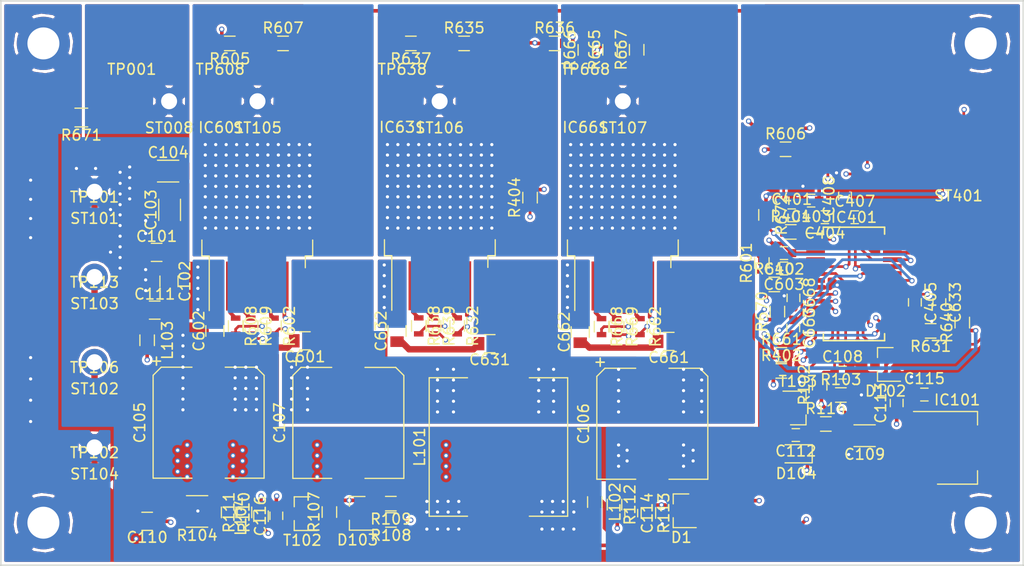
<source format=kicad_pcb>
(kicad_pcb (version 4) (host pcbnew 4.0.6)
  (layers (0 F.Cu signal) (1 In1.Cu signal) (2 In2.Cu signal) (31 B.Cu signal) (34 B.Paste user) (35 F.Paste user) (36 B.SilkS user) (37 F.SilkS user) (38 B.Mask user) (39 F.Mask user) (44 Edge.Cuts user))
  (net 0 "")
  (net 1 VBATT)
  (net 2 "Net-(C101-Pad2)")
  (net 3 Earth)
  (net 4 "Net-(C103-Pad2)")
  (net 5 VBATT_INT)
  (net 6 VBATT_SENSE)
  (net 7 5V)
  (net 8 DIAG)
  (net 9 "Net-(C111-Pad1)")
  (net 10 "Net-(C112-Pad1)")
  (net 11 "Net-(C113-Pad2)")
  (net 12 VBATT_2)
  (net 13 DIAG_MON)
  (net 14 "Net-(C116-Pad1)")
  (net 15 PH_1_V_SENSE)
  (net 16 PH_2_V_SENSE)
  (net 17 PH_SUM_SENSE)
  (net 18 PH_3_V_SENSE)
  (net 19 "Net-(C407-Pad2)")
  (net 20 "Net-(C407-Pad1)")
  (net 21 "Net-(C601-Pad2)")
  (net 22 PH_1_I_SENSE)
  (net 23 "Net-(C631-Pad2)")
  (net 24 PH_2_I_SENSE)
  (net 25 "Net-(C661-Pad2)")
  (net 26 PH_3_I_SENSE)
  (net 27 CMD_PIC)
  (net 28 "Net-(D103-Pad1)")
  (net 29 "Net-(D103-Pad3)")
  (net 30 "Net-(IC401-Pad1)")
  (net 31 "Net-(IC401-Pad9)")
  (net 32 DIAG_PIC)
  (net 33 PH_1_EN_FET)
  (net 34 PH_1_DIR_FET)
  (net 35 PH_2_EN_FET)
  (net 36 PH_3_EN_FET)
  (net 37 "Net-(IC401-Pad16)")
  (net 38 "Net-(IC401-Pad17)")
  (net 39 "Net-(IC401-Pad18)")
  (net 40 PH_3_DIR_FET)
  (net 41 PH_2_DIR_FET)
  (net 42 "Net-(IC401-Pad27)")
  (net 43 "Net-(IC401-Pad28)")
  (net 44 "Net-(IC601-Pad2)")
  (net 45 "Net-(IC601-Pad3)")
  (net 46 PH_1)
  (net 47 "Net-(IC601-Pad5)")
  (net 48 "Net-(IC601-Pad6)")
  (net 49 "Net-(IC631-Pad2)")
  (net 50 "Net-(IC631-Pad3)")
  (net 51 PH_2)
  (net 52 "Net-(IC631-Pad5)")
  (net 53 "Net-(IC631-Pad6)")
  (net 54 "Net-(IC661-Pad2)")
  (net 55 "Net-(IC661-Pad3)")
  (net 56 PH_3)
  (net 57 "Net-(IC661-Pad5)")
  (net 58 "Net-(IC661-Pad6)")
  (net 59 CMD)
  (net 60 "Net-(R107-Pad1)")
  (net 61 "Net-(R671-Pad1)")
  (net 62 "Net-(ST401-Pad6)")
  (net 63 "Net-(ST401-Pad11)")
  (module hp-bldc-pcb:VIA_0.3mm (layer F.Cu) (at 120 107.4)
    (fp_text reference REF** hide)
    (fp_text value VIA_0.3mm hide)
    (pad 1 thru_hole circle (at 0 0) (size 0.5 0.5) (drill 0.3) (layers *.Cu *.Mask) (net 1 VBATT))
  )
  (module hp-bldc-pcb:VIA_0.3mm (layer F.Cu) (at 120 106.4)
    (fp_text reference REF** hide)
    (fp_text value VIA_0.3mm hide)
    (pad 1 thru_hole circle (at 0 0) (size 0.5 0.5) (drill 0.3) (layers *.Cu *.Mask) (net 1 VBATT))
  )
  (module hp-bldc-pcb:VIA_0.3mm (layer F.Cu) (at 120 105.4)
    (fp_text reference REF** hide)
    (fp_text value VIA_0.3mm hide)
    (pad 1 thru_hole circle (at 0 0) (size 0.5 0.5) (drill 0.3) (layers *.Cu *.Mask) (net 1 VBATT))
  )
  (module hp-bldc-pcb:VIA_0.3mm (layer F.Cu) (at 120 104.4)
    (fp_text reference REF** hide)
    (fp_text value VIA_0.3mm hide)
    (pad 1 thru_hole circle (at 0 0) (size 0.5 0.5) (drill 0.3) (layers *.Cu *.Mask) (net 1 VBATT))
  )
  (module hp-bldc-pcb:VIA_0.3mm (layer F.Cu) (at 120 103.4)
    (fp_text reference REF** hide)
    (fp_text value VIA_0.3mm hide)
    (pad 1 thru_hole circle (at 0 0) (size 0.5 0.5) (drill 0.3) (layers *.Cu *.Mask) (net 1 VBATT))
  )
  (module hp-bldc-pcb:VIA_0.3mm (layer F.Cu) (at 119 107.4)
    (fp_text reference REF** hide)
    (fp_text value VIA_0.3mm hide)
    (pad 1 thru_hole circle (at 0 0) (size 0.5 0.5) (drill 0.3) (layers *.Cu *.Mask) (net 1 VBATT))
  )
  (module hp-bldc-pcb:VIA_0.3mm (layer F.Cu) (at 119 107.4)
    (fp_text reference REF** hide)
    (fp_text value VIA_0.3mm hide)
    (pad 1 thru_hole circle (at 0 0) (size 0.5 0.5) (drill 0.3) (layers *.Cu *.Mask) (net 1 VBATT))
  )
  (module hp-bldc-pcb:VIA_0.3mm (layer F.Cu) (at 119 106.4)
    (fp_text reference REF** hide)
    (fp_text value VIA_0.3mm hide)
    (pad 1 thru_hole circle (at 0 0) (size 0.5 0.5) (drill 0.3) (layers *.Cu *.Mask) (net 1 VBATT))
  )
  (module hp-bldc-pcb:VIA_0.3mm (layer F.Cu) (at 119 105.4)
    (fp_text reference REF** hide)
    (fp_text value VIA_0.3mm hide)
    (pad 1 thru_hole circle (at 0 0) (size 0.5 0.5) (drill 0.3) (layers *.Cu *.Mask) (net 1 VBATT))
  )
  (module hp-bldc-pcb:VIA_0.3mm (layer F.Cu) (at 119 104.4)
    (fp_text reference REF** hide)
    (fp_text value VIA_0.3mm hide)
    (pad 1 thru_hole circle (at 0 0) (size 0.5 0.5) (drill 0.3) (layers *.Cu *.Mask) (net 1 VBATT))
  )
  (module hp-bldc-pcb:VIA_0.3mm (layer F.Cu) (at 119 103.4)
    (fp_text reference REF** hide)
    (fp_text value VIA_0.3mm hide)
    (pad 1 thru_hole circle (at 0 0) (size 0.5 0.5) (drill 0.3) (layers *.Cu *.Mask) (net 1 VBATT))
  )
  (module hp-bldc-pcb:VIA_0.3mm (layer F.Cu) (at 118 107.4)
    (fp_text reference REF** hide)
    (fp_text value VIA_0.3mm hide)
    (pad 1 thru_hole circle (at 0 0) (size 0.5 0.5) (drill 0.3) (layers *.Cu *.Mask) (net 1 VBATT))
  )
  (module hp-bldc-pcb:VIA_0.3mm (layer F.Cu) (at 118 106.4)
    (fp_text reference REF** hide)
    (fp_text value VIA_0.3mm hide)
    (pad 1 thru_hole circle (at 0 0) (size 0.5 0.5) (drill 0.3) (layers *.Cu *.Mask) (net 1 VBATT))
  )
  (module hp-bldc-pcb:VIA_0.3mm (layer F.Cu) (at 118 105.4)
    (fp_text reference REF** hide)
    (fp_text value VIA_0.3mm hide)
    (pad 1 thru_hole circle (at 0 0) (size 0.5 0.5) (drill 0.3) (layers *.Cu *.Mask) (net 1 VBATT))
  )
  (module hp-bldc-pcb:VIA_0.3mm (layer F.Cu) (at 118 104.4)
    (fp_text reference REF** hide)
    (fp_text value VIA_0.3mm hide)
    (pad 1 thru_hole circle (at 0 0) (size 0.5 0.5) (drill 0.3) (layers *.Cu *.Mask) (net 1 VBATT))
  )
  (module hp-bldc-pcb:VIA_0.3mm (layer F.Cu) (at 118 103.4)
    (fp_text reference REF** hide)
    (fp_text value VIA_0.3mm hide)
    (pad 1 thru_hole circle (at 0 0) (size 0.5 0.5) (drill 0.3) (layers *.Cu *.Mask) (net 1 VBATT))
  )
  (module hp-bldc-pcb:VIA_0.3mm (layer F.Cu) (at 106.3 88.6)
    (fp_text reference REF** hide)
    (fp_text value VIA_0.3mm hide)
    (pad 1 thru_hole circle (at 0 0) (size 0.5 0.5) (drill 0.3) (layers *.Cu *.Mask) (net 1 VBATT))
  )
  (module hp-bldc-pcb:VIA_0.3mm (layer F.Cu) (at 106.3 92.6)
    (fp_text reference REF** hide)
    (fp_text value VIA_0.3mm hide)
    (pad 1 thru_hole circle (at 0 0) (size 0.5 0.5) (drill 0.3) (layers *.Cu *.Mask) (net 1 VBATT))
  )
  (module hp-bldc-pcb:VIA_0.3mm (layer F.Cu) (at 107.2 94.1)
    (fp_text reference REF** hide)
    (fp_text value VIA_0.3mm hide)
    (pad 1 thru_hole circle (at 0 0) (size 0.5 0.5) (drill 0.3) (layers *.Cu *.Mask) (net 1 VBATT))
  )
  (module hp-bldc-pcb:VIA_0.3mm (layer F.Cu) (at 108.1 87.6)
    (fp_text reference REF** hide)
    (fp_text value VIA_0.3mm hide)
    (pad 1 thru_hole circle (at 0 0) (size 0.5 0.5) (drill 0.3) (layers *.Cu *.Mask) (net 1 VBATT))
  )
  (module hp-bldc-pcb:VIA_0.3mm (layer F.Cu) (at 108.1 86.6)
    (fp_text reference REF** hide)
    (fp_text value VIA_0.3mm hide)
    (pad 1 thru_hole circle (at 0 0) (size 0.5 0.5) (drill 0.3) (layers *.Cu *.Mask) (net 1 VBATT))
  )
  (module hp-bldc-pcb:VIA_0.3mm (layer F.Cu) (at 108.1 84.6)
    (fp_text reference REF** hide)
    (fp_text value VIA_0.3mm hide)
    (pad 1 thru_hole circle (at 0 0) (size 0.5 0.5) (drill 0.3) (layers *.Cu *.Mask) (net 1 VBATT))
  )
  (module hp-bldc-pcb:VIA_0.3mm (layer F.Cu) (at 108.1 85.6)
    (fp_text reference REF** hide)
    (fp_text value VIA_0.3mm hide)
    (pad 1 thru_hole circle (at 0 0) (size 0.5 0.5) (drill 0.3) (layers *.Cu *.Mask) (net 1 VBATT))
  )
  (module hp-bldc-pcb:VIA_0.3mm (layer F.Cu) (at 175.6 111.6)
    (fp_text reference REF** hide)
    (fp_text value VIA_0.3mm hide)
    (pad 1 thru_hole circle (at 0 0) (size 0.5 0.5) (drill 0.3) (layers *.Cu *.Mask) (net 3 Earth))
  )
  (module hp-bldc-pcb:VIA_0.3mm (layer F.Cu) (at 176.8 106)
    (fp_text reference REF** hide)
    (fp_text value VIA_0.3mm hide)
    (pad 1 thru_hole circle (at 0 0) (size 0.5 0.5) (drill 0.3) (layers *.Cu *.Mask) (net 3 Earth))
  )
  (module hp-bldc-pcb:VIA_0.3mm (layer F.Cu) (at 171 104.8)
    (fp_text reference REF** hide)
    (fp_text value VIA_0.3mm hide)
    (pad 1 thru_hole circle (at 0 0) (size 0.5 0.5) (drill 0.3) (layers *.Cu *.Mask) (net 3 Earth))
  )
  (module hp-bldc-pcb:VIA_0.3mm (layer F.Cu) (at 174.46 85.15)
    (fp_text reference REF** hide)
    (fp_text value VIA_0.3mm hide)
    (pad 1 thru_hole circle (at 0 0) (size 0.5 0.5) (drill 0.3) (layers *.Cu *.Mask) (net 3 Earth))
  )
  (module hp-bldc-pcb:VIA_0.3mm (layer F.Cu) (at 171.31 86.41)
    (fp_text reference REF** hide)
    (fp_text value VIA_0.3mm hide)
    (pad 1 thru_hole circle (at 0 0) (size 0.5 0.5) (drill 0.3) (layers *.Cu *.Mask) (net 3 Earth))
  )
  (module hp-bldc-pcb:VIA_0.3mm (layer F.Cu) (at 169.55 96.7)
    (fp_text reference REF** hide)
    (fp_text value VIA_0.3mm hide)
    (pad 1 thru_hole circle (at 0 0) (size 0.5 0.5) (drill 0.3) (layers *.Cu *.Mask) (net 3 Earth))
  )
  (module hp-bldc-pcb:VIA_0.3mm (layer F.Cu) (at 174.53 95.69)
    (fp_text reference REF** hide)
    (fp_text value VIA_0.3mm hide)
    (pad 1 thru_hole circle (at 0 0) (size 0.5 0.5) (drill 0.3) (layers *.Cu *.Mask) (net 3 Earth))
  )
  (module hp-bldc-pcb:VIA_0.3mm (layer F.Cu) (at 183.4 99.1)
    (fp_text reference REF** hide)
    (fp_text value VIA_0.3mm hide)
    (pad 1 thru_hole circle (at 0 0) (size 0.5 0.5) (drill 0.3) (layers *.Cu *.Mask) (net 3 Earth))
  )
  (module hp-bldc-pcb:VIA_0.3mm (layer F.Cu) (at 181.5 104.3)
    (fp_text reference REF** hide)
    (fp_text value VIA_0.3mm hide)
    (pad 1 thru_hole circle (at 0 0) (size 0.5 0.5) (drill 0.3) (layers *.Cu *.Mask) (net 3 Earth))
  )
  (module hp-bldc-pcb:VIA_0.3mm (layer F.Cu) (at 158.1 118.1)
    (fp_text reference REF** hide)
    (fp_text value VIA_0.3mm hide)
    (pad 1 thru_hole circle (at 0 0) (size 0.5 0.5) (drill 0.3) (layers *.Cu *.Mask) (net 3 Earth))
  )
  (module hp-bldc-pcb:VIA_0.3mm (layer F.Cu) (at 128.7 115.9)
    (fp_text reference REF** hide)
    (fp_text value VIA_0.3mm hide)
    (pad 1 thru_hole circle (at 0 0) (size 0.5 0.5) (drill 0.3) (layers *.Cu *.Mask) (net 3 Earth))
  )
  (module hp-bldc-pcb:VIA_0.3mm (layer F.Cu) (at 161 112.2)
    (fp_text reference REF** hide)
    (fp_text value VIA_0.3mm hide)
    (pad 1 thru_hole circle (at 0 0) (size 0.5 0.5) (drill 0.3) (layers *.Cu *.Mask) (net 3 Earth))
  )
  (module hp-bldc-pcb:VIA_0.3mm (layer F.Cu) (at 161 111.2)
    (fp_text reference REF** hide)
    (fp_text value VIA_0.3mm hide)
    (pad 1 thru_hole circle (at 0 0) (size 0.5 0.5) (drill 0.3) (layers *.Cu *.Mask) (net 3 Earth))
  )
  (module hp-bldc-pcb:VIA_0.3mm (layer F.Cu) (at 160.1 112.7)
    (fp_text reference REF** hide)
    (fp_text value VIA_0.3mm hide)
    (pad 1 thru_hole circle (at 0 0) (size 0.5 0.5) (drill 0.3) (layers *.Cu *.Mask) (net 3 Earth))
  )
  (module hp-bldc-pcb:VIA_0.3mm (layer F.Cu) (at 160.1 111.7)
    (fp_text reference REF** hide)
    (fp_text value VIA_0.3mm hide)
    (pad 1 thru_hole circle (at 0 0) (size 0.5 0.5) (drill 0.3) (layers *.Cu *.Mask) (net 3 Earth))
  )
  (module hp-bldc-pcb:VIA_0.3mm (layer F.Cu) (at 160.1 110.7)
    (fp_text reference REF** hide)
    (fp_text value VIA_0.3mm hide)
    (pad 1 thru_hole circle (at 0 0) (size 0.5 0.5) (drill 0.3) (layers *.Cu *.Mask) (net 3 Earth))
  )
  (module hp-bldc-pcb:VIA_0.3mm (layer F.Cu) (at 154.8 112.2)
    (fp_text reference REF** hide)
    (fp_text value VIA_0.3mm hide)
    (pad 1 thru_hole circle (at 0 0) (size 0.5 0.5) (drill 0.3) (layers *.Cu *.Mask) (net 3 Earth))
  )
  (module hp-bldc-pcb:VIA_0.3mm (layer F.Cu) (at 154.8 111.2)
    (fp_text reference REF** hide)
    (fp_text value VIA_0.3mm hide)
    (pad 1 thru_hole circle (at 0 0) (size 0.5 0.5) (drill 0.3) (layers *.Cu *.Mask) (net 3 Earth))
  )
  (module hp-bldc-pcb:VIA_0.3mm (layer F.Cu) (at 154 112.7)
    (fp_text reference REF** hide)
    (fp_text value VIA_0.3mm hide)
    (pad 1 thru_hole circle (at 0 0) (size 0.5 0.5) (drill 0.3) (layers *.Cu *.Mask) (net 3 Earth))
  )
  (module hp-bldc-pcb:VIA_0.3mm (layer F.Cu) (at 154 111.7)
    (fp_text reference REF** hide)
    (fp_text value VIA_0.3mm hide)
    (pad 1 thru_hole circle (at 0 0) (size 0.5 0.5) (drill 0.3) (layers *.Cu *.Mask) (net 3 Earth))
  )
  (module hp-bldc-pcb:VIA_0.3mm (layer F.Cu) (at 154 110.7)
    (fp_text reference REF** hide)
    (fp_text value VIA_0.3mm hide)
    (pad 1 thru_hole circle (at 0 0) (size 0.5 0.5) (drill 0.3) (layers *.Cu *.Mask) (net 3 Earth))
  )
  (module hp-bldc-pcb:VIA_0.3mm (layer F.Cu) (at 137.8 113.7)
    (fp_text reference REF** hide)
    (fp_text value VIA_0.3mm hide)
    (pad 1 thru_hole circle (at 0 0) (size 0.5 0.5) (drill 0.3) (layers *.Cu *.Mask) (net 3 Earth))
  )
  (module hp-bldc-pcb:VIA_0.3mm (layer F.Cu) (at 137.8 112.7)
    (fp_text reference REF** hide)
    (fp_text value VIA_0.3mm hide)
    (pad 1 thru_hole circle (at 0 0) (size 0.5 0.5) (drill 0.3) (layers *.Cu *.Mask) (net 3 Earth))
  )
  (module hp-bldc-pcb:VIA_0.3mm (layer F.Cu) (at 137.8 111.7)
    (fp_text reference REF** hide)
    (fp_text value VIA_0.3mm hide)
    (pad 1 thru_hole circle (at 0 0) (size 0.5 0.5) (drill 0.3) (layers *.Cu *.Mask) (net 3 Earth))
  )
  (module hp-bldc-pcb:VIA_0.3mm (layer F.Cu) (at 137.8 110.7)
    (fp_text reference REF** hide)
    (fp_text value VIA_0.3mm hide)
    (pad 1 thru_hole circle (at 0 0) (size 0.5 0.5) (drill 0.3) (layers *.Cu *.Mask) (net 3 Earth))
  )
  (module hp-bldc-pcb:VIA_0.3mm (layer F.Cu) (at 125.7 113.7)
    (fp_text reference REF** hide)
    (fp_text value VIA_0.3mm hide)
    (pad 1 thru_hole circle (at 0 0) (size 0.5 0.5) (drill 0.3) (layers *.Cu *.Mask) (net 3 Earth))
  )
  (module hp-bldc-pcb:VIA_0.3mm (layer F.Cu) (at 125.7 112.7)
    (fp_text reference REF** hide)
    (fp_text value VIA_0.3mm hide)
    (pad 1 thru_hole circle (at 0 0) (size 0.5 0.5) (drill 0.3) (layers *.Cu *.Mask) (net 3 Earth))
  )
  (module hp-bldc-pcb:VIA_0.3mm (layer F.Cu) (at 125.7 111.7)
    (fp_text reference REF** hide)
    (fp_text value VIA_0.3mm hide)
    (pad 1 thru_hole circle (at 0 0) (size 0.5 0.5) (drill 0.3) (layers *.Cu *.Mask) (net 3 Earth))
  )
  (module hp-bldc-pcb:VIA_0.3mm (layer F.Cu) (at 125.7 110.7)
    (fp_text reference REF** hide)
    (fp_text value VIA_0.3mm hide)
    (pad 1 thru_hole circle (at 0 0) (size 0.5 0.5) (drill 0.3) (layers *.Cu *.Mask) (net 3 Earth))
  )
  (module hp-bldc-pcb:VIA_0.3mm (layer F.Cu) (at 118.7 113.2)
    (fp_text reference REF** hide)
    (fp_text value VIA_0.3mm hide)
    (pad 1 thru_hole circle (at 0 0) (size 0.5 0.5) (drill 0.3) (layers *.Cu *.Mask) (net 3 Earth))
  )
  (module hp-bldc-pcb:VIA_0.3mm (layer F.Cu) (at 118.7 112.2)
    (fp_text reference REF** hide)
    (fp_text value VIA_0.3mm hide)
    (pad 1 thru_hole circle (at 0 0) (size 0.5 0.5) (drill 0.3) (layers *.Cu *.Mask) (net 3 Earth))
  )
  (module hp-bldc-pcb:VIA_0.3mm (layer F.Cu) (at 118.7 111.2)
    (fp_text reference REF** hide)
    (fp_text value VIA_0.3mm hide)
    (pad 1 thru_hole circle (at 0 0) (size 0.5 0.5) (drill 0.3) (layers *.Cu *.Mask) (net 3 Earth))
  )
  (module hp-bldc-pcb:VIA_0.3mm (layer F.Cu) (at 117.8 113.7)
    (fp_text reference REF** hide)
    (fp_text value VIA_0.3mm hide)
    (pad 1 thru_hole circle (at 0 0) (size 0.5 0.5) (drill 0.3) (layers *.Cu *.Mask) (net 3 Earth))
  )
  (module hp-bldc-pcb:VIA_0.3mm (layer F.Cu) (at 117.8 112.7)
    (fp_text reference REF** hide)
    (fp_text value VIA_0.3mm hide)
    (pad 1 thru_hole circle (at 0 0) (size 0.5 0.5) (drill 0.3) (layers *.Cu *.Mask) (net 3 Earth))
  )
  (module hp-bldc-pcb:VIA_0.3mm (layer F.Cu) (at 117.8 111.7)
    (fp_text reference REF** hide)
    (fp_text value VIA_0.3mm hide)
    (pad 1 thru_hole circle (at 0 0) (size 0.5 0.5) (drill 0.3) (layers *.Cu *.Mask) (net 3 Earth))
  )
  (module hp-bldc-pcb:VIA_0.3mm (layer F.Cu) (at 117.8 110.7)
    (fp_text reference REF** hide)
    (fp_text value VIA_0.3mm hide)
    (pad 1 thru_hole circle (at 0 0) (size 0.5 0.5) (drill 0.3) (layers *.Cu *.Mask) (net 3 Earth))
  )
  (module hp-bldc-pcb:VIA_0.3mm (layer F.Cu) (at 112.6 113.2)
    (fp_text reference REF** hide)
    (fp_text value VIA_0.3mm hide)
    (pad 1 thru_hole circle (at 0 0) (size 0.5 0.5) (drill 0.3) (layers *.Cu *.Mask) (net 3 Earth))
  )
  (module hp-bldc-pcb:VIA_0.3mm (layer F.Cu) (at 112.6 112.2)
    (fp_text reference REF** hide)
    (fp_text value VIA_0.3mm hide)
    (pad 1 thru_hole circle (at 0 0) (size 0.5 0.5) (drill 0.3) (layers *.Cu *.Mask) (net 3 Earth))
  )
  (module hp-bldc-pcb:VIA_0.3mm (layer F.Cu) (at 112.6 111.2)
    (fp_text reference REF** hide)
    (fp_text value VIA_0.3mm hide)
    (pad 1 thru_hole circle (at 0 0) (size 0.5 0.5) (drill 0.3) (layers *.Cu *.Mask) (net 3 Earth))
  )
  (module hp-bldc-pcb:VIA_0.3mm (layer F.Cu) (at 113.5 113.7)
    (fp_text reference REF** hide)
    (fp_text value VIA_0.3mm hide)
    (pad 1 thru_hole circle (at 0 0) (size 0.5 0.5) (drill 0.3) (layers *.Cu *.Mask) (net 3 Earth))
  )
  (module hp-bldc-pcb:VIA_0.3mm (layer F.Cu) (at 113.5 112.7)
    (fp_text reference REF** hide)
    (fp_text value VIA_0.3mm hide)
    (pad 1 thru_hole circle (at 0 0) (size 0.5 0.5) (drill 0.3) (layers *.Cu *.Mask) (net 3 Earth))
  )
  (module hp-bldc-pcb:VIA_0.3mm (layer F.Cu) (at 113.5 111.7)
    (fp_text reference REF** hide)
    (fp_text value VIA_0.3mm hide)
    (pad 1 thru_hole circle (at 0 0) (size 0.5 0.5) (drill 0.3) (layers *.Cu *.Mask) (net 3 Earth))
  )
  (module hp-bldc-pcb:VIA_0.3mm (layer F.Cu) (at 113.5 110.7)
    (fp_text reference REF** hide)
    (fp_text value VIA_0.3mm hide)
    (pad 1 thru_hole circle (at 0 0) (size 0.5 0.5) (drill 0.3) (layers *.Cu *.Mask) (net 3 Earth))
  )
  (module hp-bldc-pcb:VIA_0.3mm (layer F.Cu) (at 121.9 115.5)
    (fp_text reference REF** hide)
    (fp_text value VIA_0.3mm hide)
    (pad 1 thru_hole circle (at 0 0) (size 0.5 0.5) (drill 0.3) (layers *.Cu *.Mask) (net 3 Earth))
  )
  (module hp-bldc-pcb:VIA_0.3mm (layer F.Cu) (at 114.5 116.9)
    (fp_text reference REF** hide)
    (fp_text value VIA_0.3mm hide)
    (pad 1 thru_hole circle (at 0 0) (size 0.5 0.5) (drill 0.3) (layers *.Cu *.Mask) (net 1 VBATT))
  )
  (module hp-bldc-pcb:VIA_0.3mm (layer F.Cu) (at 108.7 119.5)
    (fp_text reference REF** hide)
    (fp_text value VIA_0.3mm hide)
    (pad 1 thru_hole circle (at 0 0) (size 0.5 0.5) (drill 0.3) (layers *.Cu *.Mask) (net 3 Earth))
  )
  (module hp-bldc-pcb:VIA_0.3mm (layer F.Cu) (at 156.68 99.57)
    (fp_text reference REF** hide)
    (fp_text value VIA_0.3mm hide)
    (pad 1 thru_hole circle (at 0 0) (size 0.5 0.5) (drill 0.3) (layers *.Cu *.Mask) (net 3 Earth))
  )
  (module hp-bldc-pcb:VIA_0.3mm (layer F.Cu) (at 139.8 99.6)
    (fp_text reference REF** hide)
    (fp_text value VIA_0.3mm hide)
    (pad 1 thru_hole circle (at 0 0) (size 0.5 0.5) (drill 0.3) (layers *.Cu *.Mask) (net 3 Earth))
  )
  (module hp-bldc-pcb:VIA_0.3mm (layer F.Cu) (at 122.7 99.8)
    (fp_text reference REF** hide)
    (fp_text value VIA_0.3mm hide)
    (pad 1 thru_hole circle (at 0 0) (size 0.5 0.5) (drill 0.3) (layers *.Cu *.Mask) (net 3 Earth))
  )
  (module hp-bldc-pcb:VIA_0.3mm (layer F.Cu) (at 98.8 102.5)
    (fp_text reference REF** hide)
    (fp_text value VIA_0.3mm hide)
    (pad 1 thru_hole circle (at 0 0) (size 0.5 0.5) (drill 0.3) (layers *.Cu *.Mask) (net 3 Earth))
  )
  (module hp-bldc-pcb:VIA_0.3mm (layer F.Cu) (at 98.8 104.5)
    (fp_text reference REF** hide)
    (fp_text value VIA_0.3mm hide)
    (pad 1 thru_hole circle (at 0 0) (size 0.5 0.5) (drill 0.3) (layers *.Cu *.Mask) (net 3 Earth))
  )
  (module hp-bldc-pcb:VIA_0.3mm (layer F.Cu) (at 98.8 106.5)
    (fp_text reference REF** hide)
    (fp_text value VIA_0.3mm hide)
    (pad 1 thru_hole circle (at 0 0) (size 0.5 0.5) (drill 0.3) (layers *.Cu *.Mask) (net 3 Earth))
  )
  (module hp-bldc-pcb:VIA_0.3mm (layer F.Cu) (at 98.8 108.5)
    (fp_text reference REF** hide)
    (fp_text value VIA_0.3mm hide)
    (pad 1 thru_hole circle (at 0 0) (size 0.5 0.5) (drill 0.3) (layers *.Cu *.Mask) (net 3 Earth))
  )
  (module hp-bldc-pcb:VIA_0.3mm (layer F.Cu) (at 98.8 91.24)
    (fp_text reference REF** hide)
    (fp_text value VIA_0.3mm hide)
    (pad 1 thru_hole circle (at 0 0) (size 0.5 0.5) (drill 0.3) (layers *.Cu *.Mask) (net 3 Earth))
  )
  (module hp-bldc-pcb:VIA_0.3mm (layer F.Cu) (at 98.8 89.44)
    (fp_text reference REF** hide)
    (fp_text value VIA_0.3mm hide)
    (pad 1 thru_hole circle (at 0 0) (size 0.5 0.5) (drill 0.3) (layers *.Cu *.Mask) (net 3 Earth))
  )
  (module hp-bldc-pcb:VIA_0.3mm (layer F.Cu) (at 98.8 87.64)
    (fp_text reference REF** hide)
    (fp_text value VIA_0.3mm hide)
    (pad 1 thru_hole circle (at 0 0) (size 0.5 0.5) (drill 0.3) (layers *.Cu *.Mask) (net 3 Earth))
  )
  (module hp-bldc-pcb:VIA_0.3mm (layer F.Cu) (at 98.8 85.84)
    (fp_text reference REF** hide)
    (fp_text value VIA_0.3mm hide)
    (pad 1 thru_hole circle (at 0 0) (size 0.5 0.5) (drill 0.3) (layers *.Cu *.Mask) (net 3 Earth))
  )
  (module hp-bldc-pcb:VIA_0.3mm (layer F.Cu) (at 104.9 84.74)
    (fp_text reference REF** hide)
    (fp_text value VIA_0.3mm hide)
    (pad 1 thru_hole circle (at 0 0) (size 0.5 0.5) (drill 0.3) (layers *.Cu *.Mask) (net 1 VBATT))
  )
  (module hp-bldc-pcb:VIA_0.3mm (layer F.Cu) (at 107.2 93.1)
    (fp_text reference REF** hide)
    (fp_text value VIA_0.3mm hide)
    (pad 1 thru_hole circle (at 0 0) (size 0.5 0.5) (drill 0.3) (layers *.Cu *.Mask) (net 1 VBATT))
  )
  (module hp-bldc-pcb:VIA_0.3mm (layer F.Cu) (at 107.2 86.14)
    (fp_text reference REF** hide)
    (fp_text value VIA_0.3mm hide)
    (pad 1 thru_hole circle (at 0 0) (size 0.5 0.5) (drill 0.3) (layers *.Cu *.Mask) (net 1 VBATT))
  )
  (module hp-bldc-pcb:VIA_0.3mm (layer F.Cu) (at 107.2 87.14)
    (fp_text reference REF** hide)
    (fp_text value VIA_0.3mm hide)
    (pad 1 thru_hole circle (at 0 0) (size 0.5 0.5) (drill 0.3) (layers *.Cu *.Mask) (net 1 VBATT))
  )
  (module hp-bldc-pcb:VIA_0.3mm (layer F.Cu) (at 107.2 88.14)
    (fp_text reference REF** hide)
    (fp_text value VIA_0.3mm hide)
    (pad 1 thru_hole circle (at 0 0) (size 0.5 0.5) (drill 0.3) (layers *.Cu *.Mask) (net 1 VBATT))
  )
  (module hp-bldc-pcb:VIA_0.3mm (layer F.Cu) (at 161.8 107.6)
    (fp_text reference REF** hide)
    (fp_text value VIA_0.3mm hide)
    (pad 1 thru_hole circle (at 0 0) (size 0.5 0.5) (drill 0.3) (layers *.Cu *.Mask) (net 5 VBATT_INT))
  )
  (module hp-bldc-pcb:VIA_0.3mm (layer F.Cu) (at 161.8 106.6)
    (fp_text reference REF** hide)
    (fp_text value VIA_0.3mm hide)
    (pad 1 thru_hole circle (at 0 0) (size 0.5 0.5) (drill 0.3) (layers *.Cu *.Mask) (net 5 VBATT_INT))
  )
  (module hp-bldc-pcb:VIA_0.3mm (layer F.Cu) (at 161.8 105.6)
    (fp_text reference REF** hide)
    (fp_text value VIA_0.3mm hide)
    (pad 1 thru_hole circle (at 0 0) (size 0.5 0.5) (drill 0.3) (layers *.Cu *.Mask) (net 5 VBATT_INT))
  )
  (module hp-bldc-pcb:VIA_0.3mm (layer F.Cu) (at 161.8 104.6)
    (fp_text reference REF** hide)
    (fp_text value VIA_0.3mm hide)
    (pad 1 thru_hole circle (at 0 0) (size 0.5 0.5) (drill 0.3) (layers *.Cu *.Mask) (net 5 VBATT_INT))
  )
  (module hp-bldc-pcb:VIA_0.3mm (layer F.Cu) (at 161.8 103.6)
    (fp_text reference REF** hide)
    (fp_text value VIA_0.3mm hide)
    (pad 1 thru_hole circle (at 0 0) (size 0.5 0.5) (drill 0.3) (layers *.Cu *.Mask) (net 5 VBATT_INT))
  )
  (module Capacitors_SMD:CP_Elec_10x10 (layer F.Cu) (at 128.63 108.63 270)
    (fp_text reference C107 (at 0 6.46 270) (layer F.SilkS))
    (fp_text value "330uF, 35V")
    (fp_text user + (at -5.78 4.97 270) (layer F.SilkS))
    (pad 1 smd rect (at -4 0 90) (size 4 2.5) (layers F.Cu F.Paste F.Mask) (net 5 VBATT_INT))
    (pad 2 smd rect (at 4 0 90) (size 4 2.5) (layers F.Cu F.Paste F.Mask) (net 3 Earth))
  )
  (module hp-bldc-pcb:VIA_0.3mm (layer F.Cu) (at 149.8 118.6)
    (fp_text reference REF** hide)
    (fp_text value VIA_0.3mm hide)
    (pad 1 thru_hole circle (at 0 0) (size 0.5 0.5) (drill 0.3) (layers *.Cu *.Mask) (net 1 VBATT))
  )
  (module hp-bldc-pcb:VIA_0.3mm (layer F.Cu) (at 148.8 118.6)
    (fp_text reference REF** hide)
    (fp_text value VIA_0.3mm hide)
    (pad 1 thru_hole circle (at 0 0) (size 0.5 0.5) (drill 0.3) (layers *.Cu *.Mask) (net 1 VBATT))
  )
  (module hp-bldc-pcb:VIA_0.3mm (layer F.Cu) (at 147.8 118.6)
    (fp_text reference REF** hide)
    (fp_text value VIA_0.3mm hide)
    (pad 1 thru_hole circle (at 0 0) (size 0.5 0.5) (drill 0.3) (layers *.Cu *.Mask) (net 1 VBATT))
  )
  (module hp-bldc-pcb:VIA_0.3mm (layer F.Cu) (at 146.8 118.6)
    (fp_text reference REF** hide)
    (fp_text value VIA_0.3mm hide)
    (pad 1 thru_hole circle (at 0 0) (size 0.5 0.5) (drill 0.3) (layers *.Cu *.Mask) (net 1 VBATT))
  )
  (module hp-bldc-pcb:VIA_0.3mm (layer F.Cu) (at 149.8 117)
    (fp_text reference REF** hide)
    (fp_text value VIA_0.3mm hide)
    (pad 1 thru_hole circle (at 0 0) (size 0.5 0.5) (drill 0.3) (layers *.Cu *.Mask) (net 1 VBATT))
  )
  (module hp-bldc-pcb:VIA_0.3mm (layer F.Cu) (at 148.8 117)
    (fp_text reference REF** hide)
    (fp_text value VIA_0.3mm hide)
    (pad 1 thru_hole circle (at 0 0) (size 0.5 0.5) (drill 0.3) (layers *.Cu *.Mask) (net 1 VBATT))
  )
  (module hp-bldc-pcb:VIA_0.3mm (layer F.Cu) (at 147.8 117)
    (fp_text reference REF** hide)
    (fp_text value VIA_0.3mm hide)
    (pad 1 thru_hole circle (at 0 0) (size 0.5 0.5) (drill 0.3) (layers *.Cu *.Mask) (net 1 VBATT))
  )
  (module hp-bldc-pcb:VIA_0.3mm (layer F.Cu) (at 146.8 117)
    (fp_text reference REF** hide)
    (fp_text value VIA_0.3mm hide)
    (pad 1 thru_hole circle (at 0 0) (size 0.5 0.5) (drill 0.3) (layers *.Cu *.Mask) (net 1 VBATT))
  )
  (module hp-bldc-pcb:VIA_0.3mm (layer F.Cu) (at 149.8 116)
    (fp_text reference REF** hide)
    (fp_text value VIA_0.3mm hide)
    (pad 1 thru_hole circle (at 0 0) (size 0.5 0.5) (drill 0.3) (layers *.Cu *.Mask) (net 1 VBATT))
  )
  (module hp-bldc-pcb:VIA_0.3mm (layer F.Cu) (at 148.8 116)
    (fp_text reference REF** hide)
    (fp_text value VIA_0.3mm hide)
    (pad 1 thru_hole circle (at 0 0) (size 0.5 0.5) (drill 0.3) (layers *.Cu *.Mask) (net 1 VBATT))
  )
  (module hp-bldc-pcb:VIA_0.3mm (layer F.Cu) (at 147.8 116)
    (fp_text reference REF** hide)
    (fp_text value VIA_0.3mm hide)
    (pad 1 thru_hole circle (at 0 0) (size 0.5 0.5) (drill 0.3) (layers *.Cu *.Mask) (net 1 VBATT))
  )
  (module hp-bldc-pcb:VIA_0.3mm (layer F.Cu) (at 139 118.6)
    (fp_text reference REF** hide)
    (fp_text value VIA_0.3mm hide)
    (pad 1 thru_hole circle (at 0 0) (size 0.5 0.5) (drill 0.3) (layers *.Cu *.Mask) (net 1 VBATT))
  )
  (module hp-bldc-pcb:VIA_0.3mm (layer F.Cu) (at 138 118.6)
    (fp_text reference REF** hide)
    (fp_text value VIA_0.3mm hide)
    (pad 1 thru_hole circle (at 0 0) (size 0.5 0.5) (drill 0.3) (layers *.Cu *.Mask) (net 1 VBATT))
  )
  (module hp-bldc-pcb:VIA_0.3mm (layer F.Cu) (at 137 118.6)
    (fp_text reference REF** hide)
    (fp_text value VIA_0.3mm hide)
    (pad 1 thru_hole circle (at 0 0) (size 0.5 0.5) (drill 0.3) (layers *.Cu *.Mask) (net 1 VBATT))
  )
  (module hp-bldc-pcb:VIA_0.3mm (layer F.Cu) (at 146.8 116)
    (fp_text reference REF** hide)
    (fp_text value VIA_0.3mm hide)
    (pad 1 thru_hole circle (at 0 0) (size 0.5 0.5) (drill 0.3) (layers *.Cu *.Mask) (net 1 VBATT))
  )
  (module hp-bldc-pcb:VIA_0.3mm (layer F.Cu) (at 139 116)
    (fp_text reference REF** hide)
    (fp_text value VIA_0.3mm hide)
    (pad 1 thru_hole circle (at 0 0) (size 0.5 0.5) (drill 0.3) (layers *.Cu *.Mask) (net 1 VBATT))
  )
  (module hp-bldc-pcb:VIA_0.3mm (layer F.Cu) (at 138 117)
    (fp_text reference REF** hide)
    (fp_text value VIA_0.3mm hide)
    (pad 1 thru_hole circle (at 0 0) (size 0.5 0.5) (drill 0.3) (layers *.Cu *.Mask) (net 1 VBATT))
  )
  (module hp-bldc-pcb:VIA_0.3mm (layer F.Cu) (at 138 116)
    (fp_text reference REF** hide)
    (fp_text value VIA_0.3mm hide)
    (pad 1 thru_hole circle (at 0 0) (size 0.5 0.5) (drill 0.3) (layers *.Cu *.Mask) (net 1 VBATT))
  )
  (module hp-bldc-pcb:VIA_0.3mm (layer F.Cu) (at 139 117)
    (fp_text reference REF** hide)
    (fp_text value VIA_0.3mm hide)
    (pad 1 thru_hole circle (at 0 0) (size 0.5 0.5) (drill 0.3) (layers *.Cu *.Mask) (net 1 VBATT))
  )
  (module hp-bldc-pcb:VIA_0.3mm (layer F.Cu) (at 137 117)
    (fp_text reference REF** hide)
    (fp_text value VIA_0.3mm hide)
    (pad 1 thru_hole circle (at 0 0) (size 0.5 0.5) (drill 0.3) (layers *.Cu *.Mask) (net 1 VBATT))
  )
  (module hp-bldc-pcb:VIA_0.3mm (layer F.Cu) (at 137 116)
    (fp_text reference REF** hide)
    (fp_text value VIA_0.3mm hide)
    (pad 1 thru_hole circle (at 0 0) (size 0.5 0.5) (drill 0.3) (layers *.Cu *.Mask) (net 1 VBATT))
  )
  (module hp-bldc-pcb:VIA_0.3mm (layer F.Cu) (at 136 118.6)
    (fp_text reference REF** hide)
    (fp_text value VIA_0.3mm hide)
    (pad 1 thru_hole circle (at 0 0) (size 0.5 0.5) (drill 0.3) (layers *.Cu *.Mask) (net 1 VBATT))
  )
  (module hp-bldc-pcb:VIA_0.3mm (layer F.Cu) (at 136 117)
    (fp_text reference REF** hide)
    (fp_text value VIA_0.3mm hide)
    (pad 1 thru_hole circle (at 0 0) (size 0.5 0.5) (drill 0.3) (layers *.Cu *.Mask) (net 1 VBATT))
  )
  (module hp-bldc-pcb:VIA_0.3mm (layer F.Cu) (at 136 116)
    (fp_text reference REF** hide)
    (fp_text value VIA_0.3mm hide)
    (pad 1 thru_hole circle (at 0 0) (size 0.5 0.5) (drill 0.3) (layers *.Cu *.Mask) (net 1 VBATT))
  )
  (module hp-bldc-pcb:VIA_0.3mm (layer F.Cu) (at 160.1 107.6)
    (fp_text reference REF** hide)
    (fp_text value VIA_0.3mm hide)
    (pad 1 thru_hole circle (at 0 0) (size 0.5 0.5) (drill 0.3) (layers *.Cu *.Mask) (net 5 VBATT_INT))
  )
  (module hp-bldc-pcb:VIA_0.3mm (layer F.Cu) (at 160.1 106.6)
    (fp_text reference REF** hide)
    (fp_text value VIA_0.3mm hide)
    (pad 1 thru_hole circle (at 0 0) (size 0.5 0.5) (drill 0.3) (layers *.Cu *.Mask) (net 5 VBATT_INT))
  )
  (module hp-bldc-pcb:VIA_0.3mm (layer F.Cu) (at 160.1 105.6)
    (fp_text reference REF** hide)
    (fp_text value VIA_0.3mm hide)
    (pad 1 thru_hole circle (at 0 0) (size 0.5 0.5) (drill 0.3) (layers *.Cu *.Mask) (net 5 VBATT_INT))
  )
  (module hp-bldc-pcb:VIA_0.3mm (layer F.Cu) (at 160.1 104.6)
    (fp_text reference REF** hide)
    (fp_text value VIA_0.3mm hide)
    (pad 1 thru_hole circle (at 0 0) (size 0.5 0.5) (drill 0.3) (layers *.Cu *.Mask) (net 5 VBATT_INT))
  )
  (module hp-bldc-pcb:VIA_0.3mm (layer F.Cu) (at 160.1 103.6)
    (fp_text reference REF** hide)
    (fp_text value VIA_0.3mm hide)
    (pad 1 thru_hole circle (at 0 0) (size 0.5 0.5) (drill 0.3) (layers *.Cu *.Mask) (net 5 VBATT_INT))
  )
  (module hp-bldc-pcb:VIA_0.3mm (layer F.Cu) (at 154 107.6)
    (fp_text reference REF** hide)
    (fp_text value VIA_0.3mm hide)
    (pad 1 thru_hole circle (at 0 0) (size 0.5 0.5) (drill 0.3) (layers *.Cu *.Mask) (net 5 VBATT_INT))
  )
  (module hp-bldc-pcb:VIA_0.3mm (layer F.Cu) (at 154 106.6)
    (fp_text reference REF** hide)
    (fp_text value VIA_0.3mm hide)
    (pad 1 thru_hole circle (at 0 0) (size 0.5 0.5) (drill 0.3) (layers *.Cu *.Mask) (net 5 VBATT_INT))
  )
  (module hp-bldc-pcb:VIA_0.3mm (layer F.Cu) (at 154 105.6)
    (fp_text reference REF** hide)
    (fp_text value VIA_0.3mm hide)
    (pad 1 thru_hole circle (at 0 0) (size 0.5 0.5) (drill 0.3) (layers *.Cu *.Mask) (net 5 VBATT_INT))
  )
  (module hp-bldc-pcb:VIA_0.3mm (layer F.Cu) (at 154 104.6)
    (fp_text reference REF** hide)
    (fp_text value VIA_0.3mm hide)
    (pad 1 thru_hole circle (at 0 0) (size 0.5 0.5) (drill 0.3) (layers *.Cu *.Mask) (net 5 VBATT_INT))
  )
  (module hp-bldc-pcb:VIA_0.3mm (layer F.Cu) (at 154 103.6)
    (fp_text reference REF** hide)
    (fp_text value VIA_0.3mm hide)
    (pad 1 thru_hole circle (at 0 0) (size 0.5 0.5) (drill 0.3) (layers *.Cu *.Mask) (net 5 VBATT_INT))
  )
  (module hp-bldc-pcb:VIA_0.3mm (layer F.Cu) (at 147.9 107.6)
    (fp_text reference REF** hide)
    (fp_text value VIA_0.3mm hide)
    (pad 1 thru_hole circle (at 0 0) (size 0.5 0.5) (drill 0.3) (layers *.Cu *.Mask) (net 5 VBATT_INT))
  )
  (module hp-bldc-pcb:VIA_0.3mm (layer F.Cu) (at 147.9 106.6)
    (fp_text reference REF** hide)
    (fp_text value VIA_0.3mm hide)
    (pad 1 thru_hole circle (at 0 0) (size 0.5 0.5) (drill 0.3) (layers *.Cu *.Mask) (net 5 VBATT_INT))
  )
  (module hp-bldc-pcb:VIA_0.3mm (layer F.Cu) (at 147.9 105.6)
    (fp_text reference REF** hide)
    (fp_text value VIA_0.3mm hide)
    (pad 1 thru_hole circle (at 0 0) (size 0.5 0.5) (drill 0.3) (layers *.Cu *.Mask) (net 5 VBATT_INT))
  )
  (module hp-bldc-pcb:VIA_0.3mm (layer F.Cu) (at 147.9 104.6)
    (fp_text reference REF** hide)
    (fp_text value VIA_0.3mm hide)
    (pad 1 thru_hole circle (at 0 0) (size 0.5 0.5) (drill 0.3) (layers *.Cu *.Mask) (net 5 VBATT_INT))
  )
  (module hp-bldc-pcb:VIA_0.3mm (layer F.Cu) (at 147.9 103.6)
    (fp_text reference REF** hide)
    (fp_text value VIA_0.3mm hide)
    (pad 1 thru_hole circle (at 0 0) (size 0.5 0.5) (drill 0.3) (layers *.Cu *.Mask) (net 5 VBATT_INT))
  )
  (module hp-bldc-pcb:VIA_0.3mm (layer F.Cu) (at 146.5 107.6)
    (fp_text reference REF** hide)
    (fp_text value VIA_0.3mm hide)
    (pad 1 thru_hole circle (at 0 0) (size 0.5 0.5) (drill 0.3) (layers *.Cu *.Mask) (net 5 VBATT_INT))
  )
  (module hp-bldc-pcb:VIA_0.3mm (layer F.Cu) (at 146.5 106.6)
    (fp_text reference REF** hide)
    (fp_text value VIA_0.3mm hide)
    (pad 1 thru_hole circle (at 0 0) (size 0.5 0.5) (drill 0.3) (layers *.Cu *.Mask) (net 5 VBATT_INT))
  )
  (module hp-bldc-pcb:VIA_0.3mm (layer F.Cu) (at 146.5 105.6)
    (fp_text reference REF** hide)
    (fp_text value VIA_0.3mm hide)
    (pad 1 thru_hole circle (at 0 0) (size 0.5 0.5) (drill 0.3) (layers *.Cu *.Mask) (net 5 VBATT_INT))
  )
  (module hp-bldc-pcb:VIA_0.3mm (layer F.Cu) (at 146.5 104.6)
    (fp_text reference REF** hide)
    (fp_text value VIA_0.3mm hide)
    (pad 1 thru_hole circle (at 0 0) (size 0.5 0.5) (drill 0.3) (layers *.Cu *.Mask) (net 5 VBATT_INT))
  )
  (module hp-bldc-pcb:VIA_0.3mm (layer F.Cu) (at 146.5 103.6)
    (fp_text reference REF** hide)
    (fp_text value VIA_0.3mm hide)
    (pad 1 thru_hole circle (at 0 0) (size 0.5 0.5) (drill 0.3) (layers *.Cu *.Mask) (net 5 VBATT_INT))
  )
  (module hp-bldc-pcb:VIA_0.3mm (layer F.Cu) (at 138.5 107.6)
    (fp_text reference REF** hide)
    (fp_text value VIA_0.3mm hide)
    (pad 1 thru_hole circle (at 0 0) (size 0.5 0.5) (drill 0.3) (layers *.Cu *.Mask) (net 5 VBATT_INT))
  )
  (module hp-bldc-pcb:VIA_0.3mm (layer F.Cu) (at 138.5 106.6)
    (fp_text reference REF** hide)
    (fp_text value VIA_0.3mm hide)
    (pad 1 thru_hole circle (at 0 0) (size 0.5 0.5) (drill 0.3) (layers *.Cu *.Mask) (net 5 VBATT_INT))
  )
  (module hp-bldc-pcb:VIA_0.3mm (layer F.Cu) (at 138.5 105.6)
    (fp_text reference REF** hide)
    (fp_text value VIA_0.3mm hide)
    (pad 1 thru_hole circle (at 0 0) (size 0.5 0.5) (drill 0.3) (layers *.Cu *.Mask) (net 5 VBATT_INT))
  )
  (module hp-bldc-pcb:VIA_0.3mm (layer F.Cu) (at 138.5 104.6)
    (fp_text reference REF** hide)
    (fp_text value VIA_0.3mm hide)
    (pad 1 thru_hole circle (at 0 0) (size 0.5 0.5) (drill 0.3) (layers *.Cu *.Mask) (net 5 VBATT_INT))
  )
  (module hp-bldc-pcb:VIA_0.3mm (layer F.Cu) (at 138.5 103.6)
    (fp_text reference REF** hide)
    (fp_text value VIA_0.3mm hide)
    (pad 1 thru_hole circle (at 0 0) (size 0.5 0.5) (drill 0.3) (layers *.Cu *.Mask) (net 5 VBATT_INT))
  )
  (module hp-bldc-pcb:VIA_0.3mm (layer F.Cu) (at 137 107.6)
    (fp_text reference REF** hide)
    (fp_text value VIA_0.3mm hide)
    (pad 1 thru_hole circle (at 0 0) (size 0.5 0.5) (drill 0.3) (layers *.Cu *.Mask) (net 5 VBATT_INT))
  )
  (module hp-bldc-pcb:VIA_0.3mm (layer F.Cu) (at 137 106.6)
    (fp_text reference REF** hide)
    (fp_text value VIA_0.3mm hide)
    (pad 1 thru_hole circle (at 0 0) (size 0.5 0.5) (drill 0.3) (layers *.Cu *.Mask) (net 5 VBATT_INT))
  )
  (module hp-bldc-pcb:VIA_0.3mm (layer F.Cu) (at 137 105.6)
    (fp_text reference REF** hide)
    (fp_text value VIA_0.3mm hide)
    (pad 1 thru_hole circle (at 0 0) (size 0.5 0.5) (drill 0.3) (layers *.Cu *.Mask) (net 5 VBATT_INT))
  )
  (module hp-bldc-pcb:VIA_0.3mm (layer F.Cu) (at 137 104.6)
    (fp_text reference REF** hide)
    (fp_text value VIA_0.3mm hide)
    (pad 1 thru_hole circle (at 0 0) (size 0.5 0.5) (drill 0.3) (layers *.Cu *.Mask) (net 5 VBATT_INT))
  )
  (module hp-bldc-pcb:VIA_0.3mm (layer F.Cu) (at 137 103.6)
    (fp_text reference REF** hide)
    (fp_text value VIA_0.3mm hide)
    (pad 1 thru_hole circle (at 0 0) (size 0.5 0.5) (drill 0.3) (layers *.Cu *.Mask) (net 5 VBATT_INT))
  )
  (module hp-bldc-pcb:VIA_0.3mm (layer F.Cu) (at 124.8 107.4)
    (fp_text reference REF** hide)
    (fp_text value VIA_0.3mm hide)
    (pad 1 thru_hole circle (at 0 0) (size 0.5 0.5) (drill 0.3) (layers *.Cu *.Mask) (net 5 VBATT_INT))
  )
  (module hp-bldc-pcb:VIA_0.3mm (layer F.Cu) (at 124.8 106.4)
    (fp_text reference REF** hide)
    (fp_text value VIA_0.3mm hide)
    (pad 1 thru_hole circle (at 0 0) (size 0.5 0.5) (drill 0.3) (layers *.Cu *.Mask) (net 5 VBATT_INT))
  )
  (module hp-bldc-pcb:VIA_0.3mm (layer F.Cu) (at 124.8 105.4)
    (fp_text reference REF** hide)
    (fp_text value VIA_0.3mm hide)
    (pad 1 thru_hole circle (at 0 0) (size 0.5 0.5) (drill 0.3) (layers *.Cu *.Mask) (net 5 VBATT_INT))
  )
  (module hp-bldc-pcb:VIA_0.3mm (layer F.Cu) (at 124.8 104.4)
    (fp_text reference REF** hide)
    (fp_text value VIA_0.3mm hide)
    (pad 1 thru_hole circle (at 0 0) (size 0.5 0.5) (drill 0.3) (layers *.Cu *.Mask) (net 5 VBATT_INT))
  )
  (module hp-bldc-pcb:VIA_0.3mm (layer F.Cu) (at 124.8 103.4)
    (fp_text reference REF** hide)
    (fp_text value VIA_0.3mm hide)
    (pad 1 thru_hole circle (at 0 0) (size 0.5 0.5) (drill 0.3) (layers *.Cu *.Mask) (net 5 VBATT_INT))
  )
  (module hp-bldc-pcb:VIA_0.3mm (layer F.Cu) (at 123.3 107.4)
    (fp_text reference REF** hide)
    (fp_text value VIA_0.3mm hide)
    (pad 1 thru_hole circle (at 0 0) (size 0.5 0.5) (drill 0.3) (layers *.Cu *.Mask) (net 5 VBATT_INT))
  )
  (module hp-bldc-pcb:VIA_0.3mm (layer F.Cu) (at 123.3 106.4)
    (fp_text reference REF** hide)
    (fp_text value VIA_0.3mm hide)
    (pad 1 thru_hole circle (at 0 0) (size 0.5 0.5) (drill 0.3) (layers *.Cu *.Mask) (net 5 VBATT_INT))
  )
  (module hp-bldc-pcb:VIA_0.3mm (layer F.Cu) (at 123.3 105.4)
    (fp_text reference REF** hide)
    (fp_text value VIA_0.3mm hide)
    (pad 1 thru_hole circle (at 0 0) (size 0.5 0.5) (drill 0.3) (layers *.Cu *.Mask) (net 5 VBATT_INT))
  )
  (module hp-bldc-pcb:VIA_0.3mm (layer F.Cu) (at 123.3 104.4)
    (fp_text reference REF** hide)
    (fp_text value VIA_0.3mm hide)
    (pad 1 thru_hole circle (at 0 0) (size 0.5 0.5) (drill 0.3) (layers *.Cu *.Mask) (net 5 VBATT_INT))
  )
  (module hp-bldc-pcb:VIA_0.3mm (layer F.Cu) (at 123.3 103.4)
    (fp_text reference REF** hide)
    (fp_text value VIA_0.3mm hide)
    (pad 1 thru_hole circle (at 0 0) (size 0.5 0.5) (drill 0.3) (layers *.Cu *.Mask) (net 5 VBATT_INT))
  )
  (module hp-bldc-pcb:VIA_0.3mm (layer F.Cu) (at 113.1 107.4)
    (fp_text reference REF** hide)
    (fp_text value VIA_0.3mm hide)
    (pad 1 thru_hole circle (at 0 0) (size 0.5 0.5) (drill 0.3) (layers *.Cu *.Mask) (net 1 VBATT))
  )
  (module hp-bldc-pcb:VIA_0.3mm (layer F.Cu) (at 113.1 106.4)
    (fp_text reference REF** hide)
    (fp_text value VIA_0.3mm hide)
    (pad 1 thru_hole circle (at 0 0) (size 0.5 0.5) (drill 0.3) (layers *.Cu *.Mask) (net 1 VBATT))
  )
  (module hp-bldc-pcb:VIA_0.3mm (layer F.Cu) (at 113.1 105.4)
    (fp_text reference REF** hide)
    (fp_text value VIA_0.3mm hide)
    (pad 1 thru_hole circle (at 0 0) (size 0.5 0.5) (drill 0.3) (layers *.Cu *.Mask) (net 1 VBATT))
  )
  (module hp-bldc-pcb:VIA_0.3mm (layer F.Cu) (at 113.1 104.4)
    (fp_text reference REF** hide)
    (fp_text value VIA_0.3mm hide)
    (pad 1 thru_hole circle (at 0 0) (size 0.5 0.5) (drill 0.3) (layers *.Cu *.Mask) (net 1 VBATT))
  )
  (module hp-bldc-pcb:VIA_0.3mm (layer F.Cu) (at 113.1 103.4)
    (fp_text reference REF** hide)
    (fp_text value VIA_0.3mm hide)
    (pad 1 thru_hole circle (at 0 0) (size 0.5 0.5) (drill 0.3) (layers *.Cu *.Mask) (net 1 VBATT))
  )
  (module hp-bldc-pcb:VIA_0.3mm (layer F.Cu) (at 113.1 102.4)
    (fp_text reference REF** hide)
    (fp_text value VIA_0.3mm hide)
    (pad 1 thru_hole circle (at 0 0) (size 0.5 0.5) (drill 0.3) (layers *.Cu *.Mask) (net 1 VBATT))
  )
  (module hp-bldc-pcb:VIA_0.3mm (layer F.Cu) (at 113.1 101.4)
    (fp_text reference REF** hide)
    (fp_text value VIA_0.3mm hide)
    (pad 1 thru_hole circle (at 0 0) (size 0.5 0.5) (drill 0.3) (layers *.Cu *.Mask) (net 1 VBATT))
  )
  (module hp-bldc-pcb:VIA_0.3mm (layer F.Cu) (at 113.1 100.4)
    (fp_text reference REF** hide)
    (fp_text value VIA_0.3mm hide)
    (pad 1 thru_hole circle (at 0 0) (size 0.5 0.5) (drill 0.3) (layers *.Cu *.Mask) (net 1 VBATT))
  )
  (module hp-bldc-pcb:VIA_0.3mm (layer F.Cu) (at 107.2 92.1)
    (fp_text reference REF** hide)
    (fp_text value VIA_0.3mm hide)
    (pad 1 thru_hole circle (at 0 0) (size 0.5 0.5) (drill 0.3) (layers *.Cu *.Mask) (net 1 VBATT))
  )
  (module hp-bldc-pcb:VIA_0.3mm (layer F.Cu) (at 107.2 91.1)
    (fp_text reference REF** hide)
    (fp_text value VIA_0.3mm hide)
    (pad 1 thru_hole circle (at 0 0) (size 0.5 0.5) (drill 0.3) (layers *.Cu *.Mask) (net 1 VBATT))
  )
  (module hp-bldc-pcb:VIA_0.3mm (layer F.Cu) (at 107.2 90.1)
    (fp_text reference REF** hide)
    (fp_text value VIA_0.3mm hide)
    (pad 1 thru_hole circle (at 0 0) (size 0.5 0.5) (drill 0.3) (layers *.Cu *.Mask) (net 1 VBATT))
  )
  (module hp-bldc-pcb:VIA_0.3mm (layer F.Cu) (at 107.2 89.1)
    (fp_text reference REF** hide)
    (fp_text value VIA_0.3mm hide)
    (pad 1 thru_hole circle (at 0 0) (size 0.5 0.5) (drill 0.3) (layers *.Cu *.Mask) (net 1 VBATT))
  )
  (module hp-bldc-pcb:VIA_0.3mm (layer F.Cu) (at 107.2 85.1)
    (fp_text reference REF** hide)
    (fp_text value VIA_0.3mm hide)
    (pad 1 thru_hole circle (at 0 0) (size 0.5 0.5) (drill 0.3) (layers *.Cu *.Mask) (net 1 VBATT))
  )
  (module hp-bldc-pcb:VIA_0.3mm (layer F.Cu) (at 103.1 84.74)
    (fp_text reference REF** hide)
    (fp_text value VIA_0.3mm hide)
    (pad 1 thru_hole circle (at 0 0) (size 0.5 0.5) (drill 0.3) (layers *.Cu *.Mask) (net 1 VBATT))
  )
  (module hp-bldc-pcb:VIA_0.3mm (layer F.Cu) (at 109.6 96.2)
    (fp_text reference REF** hide)
    (fp_text value VIA_0.3mm hide)
    (pad 1 thru_hole circle (at 0 0) (size 0.5 0.5) (drill 0.3) (layers *.Cu *.Mask) (net 1 VBATT))
  )
  (module hp-bldc-pcb:VIA_0.3mm (layer F.Cu) (at 109.6 95.2)
    (fp_text reference REF** hide)
    (fp_text value VIA_0.3mm hide)
    (pad 1 thru_hole circle (at 0 0) (size 0.5 0.5) (drill 0.3) (layers *.Cu *.Mask) (net 1 VBATT))
  )
  (module hp-bldc-pcb:VIA_0.3mm (layer F.Cu) (at 109.6 94.24)
    (fp_text reference REF** hide)
    (fp_text value VIA_0.3mm hide)
    (pad 1 thru_hole circle (at 0 0) (size 0.5 0.5) (drill 0.3) (layers *.Cu *.Mask) (net 1 VBATT))
  )
  (module hp-bldc-pcb:VIA_0.3mm (layer F.Cu) (at 109.6 90.84)
    (fp_text reference REF** hide)
    (fp_text value VIA_0.3mm hide)
    (pad 1 thru_hole circle (at 0 0) (size 0.5 0.5) (drill 0.3) (layers *.Cu *.Mask) (net 1 VBATT))
  )
  (module hp-bldc-pcb:VIA_0.3mm (layer F.Cu) (at 109.6 89.64)
    (fp_text reference REF** hide)
    (fp_text value VIA_0.3mm hide)
    (pad 1 thru_hole circle (at 0 0) (size 0.5 0.5) (drill 0.3) (layers *.Cu *.Mask) (net 1 VBATT))
  )
  (module hp-bldc-pcb:VIA_0.3mm (layer F.Cu) (at 114.5 98)
    (fp_text reference REF** hide)
    (fp_text value VIA_0.3mm hide)
    (pad 1 thru_hole circle (at 0 0) (size 0.5 0.5) (drill 0.3) (layers *.Cu *.Mask) (net 3 Earth))
  )
  (module hp-bldc-pcb:VIA_0.3mm (layer F.Cu) (at 114.5 97)
    (fp_text reference REF** hide)
    (fp_text value VIA_0.3mm hide)
    (pad 1 thru_hole circle (at 0 0) (size 0.5 0.5) (drill 0.3) (layers *.Cu *.Mask) (net 3 Earth))
  )
  (module hp-bldc-pcb:VIA_0.3mm (layer F.Cu) (at 114.5 96)
    (fp_text reference REF** hide)
    (fp_text value VIA_0.3mm hide)
    (pad 1 thru_hole circle (at 0 0) (size 0.5 0.5) (drill 0.3) (layers *.Cu *.Mask) (net 3 Earth))
  )
  (module hp-bldc-pcb:VIA_0.3mm (layer F.Cu) (at 114.5 95)
    (fp_text reference REF** hide)
    (fp_text value VIA_0.3mm hide)
    (pad 1 thru_hole circle (at 0 0) (size 0.5 0.5) (drill 0.3) (layers *.Cu *.Mask) (net 3 Earth))
  )
  (module hp-bldc-pcb:VIA_0.3mm (layer F.Cu) (at 114.5 94)
    (fp_text reference REF** hide)
    (fp_text value VIA_0.3mm hide)
    (pad 1 thru_hole circle (at 0 0) (size 0.5 0.5) (drill 0.3) (layers *.Cu *.Mask) (net 3 Earth))
  )
  (module hp-bldc-pcb:VIA_0.3mm (layer F.Cu) (at 132 97.8)
    (fp_text reference REF** hide)
    (fp_text value VIA_0.3mm hide)
    (pad 1 thru_hole circle (at 0 0) (size 0.5 0.5) (drill 0.3) (layers *.Cu *.Mask) (net 3 Earth))
  )
  (module hp-bldc-pcb:VIA_0.3mm (layer F.Cu) (at 132 96.8)
    (fp_text reference REF** hide)
    (fp_text value VIA_0.3mm hide)
    (pad 1 thru_hole circle (at 0 0) (size 0.5 0.5) (drill 0.3) (layers *.Cu *.Mask) (net 3 Earth))
  )
  (module hp-bldc-pcb:VIA_0.3mm (layer F.Cu) (at 132 95.8)
    (fp_text reference REF** hide)
    (fp_text value VIA_0.3mm hide)
    (pad 1 thru_hole circle (at 0 0) (size 0.5 0.5) (drill 0.3) (layers *.Cu *.Mask) (net 3 Earth))
  )
  (module hp-bldc-pcb:VIA_0.3mm (layer F.Cu) (at 132 94.8)
    (fp_text reference REF** hide)
    (fp_text value VIA_0.3mm hide)
    (pad 1 thru_hole circle (at 0 0) (size 0.5 0.5) (drill 0.3) (layers *.Cu *.Mask) (net 3 Earth))
  )
  (module hp-bldc-pcb:VIA_0.3mm (layer F.Cu) (at 132 93.8)
    (fp_text reference REF** hide)
    (fp_text value VIA_0.3mm hide)
    (pad 1 thru_hole circle (at 0 0) (size 0.5 0.5) (drill 0.3) (layers *.Cu *.Mask) (net 3 Earth))
  )
  (module hp-bldc-pcb:VIA_0.3mm (layer F.Cu) (at 149.2 97.8)
    (fp_text reference REF** hide)
    (fp_text value VIA_0.3mm hide)
    (pad 1 thru_hole circle (at 0 0) (size 0.5 0.5) (drill 0.3) (layers *.Cu *.Mask) (net 3 Earth))
  )
  (module hp-bldc-pcb:VIA_0.3mm (layer F.Cu) (at 149.2 96.8)
    (fp_text reference REF** hide)
    (fp_text value VIA_0.3mm hide)
    (pad 1 thru_hole circle (at 0 0) (size 0.5 0.5) (drill 0.3) (layers *.Cu *.Mask) (net 3 Earth))
  )
  (module hp-bldc-pcb:VIA_0.3mm (layer F.Cu) (at 149.2 95.8)
    (fp_text reference REF** hide)
    (fp_text value VIA_0.3mm hide)
    (pad 1 thru_hole circle (at 0 0) (size 0.5 0.5) (drill 0.3) (layers *.Cu *.Mask) (net 3 Earth))
  )
  (module hp-bldc-pcb:VIA_0.3mm (layer F.Cu) (at 149.2 94.8)
    (fp_text reference REF** hide)
    (fp_text value VIA_0.3mm hide)
    (pad 1 thru_hole circle (at 0 0) (size 0.5 0.5) (drill 0.3) (layers *.Cu *.Mask) (net 3 Earth))
  )
  (module hp-bldc-pcb:VIA_0.3mm (layer F.Cu) (at 149.2 93.8)
    (fp_text reference REF** hide)
    (fp_text value VIA_0.3mm hide)
    (pad 1 thru_hole circle (at 0 0) (size 0.5 0.5) (drill 0.3) (layers *.Cu *.Mask) (net 3 Earth))
  )
  (module hp-bldc-pcb:VIA_0.3mm (layer F.Cu) (at 147 86.7)
    (fp_text reference REF** hide)
    (fp_text value VIA_0.3mm hide)
    (pad 1 thru_hole circle (at 0 0) (size 0.5 0.5) (drill 0.3) (layers *.Cu *.Mask) (net 3 Earth))
  )
  (module hp-bldc-pcb:VIA_0.3mm (layer F.Cu) (at 149.7 72.4)
    (fp_text reference REF** hide)
    (fp_text value VIA_0.3mm hide)
    (pad 1 thru_hole circle (at 0 0) (size 0.5 0.5) (drill 0.3) (layers *.Cu *.Mask) (net 3 Earth))
  )
  (module TO_SOT_Packages_SMD:TO-263-7_TabPin8 (layer F.Cu) (at 137.22 89.98 90)
    (fp_text reference IC631 (at 9.11 -3.53 180) (layer F.SilkS))
    (fp_text value BTN8962TA)
    (pad 1 smd rect (at -5.775 -3.81 90) (size 4.6 0.8) (layers F.Cu F.Paste F.Mask) (net 3 Earth))
    (pad 2 smd rect (at -5.775 -2.54 90) (size 4.6 0.8) (layers F.Cu F.Paste F.Mask) (net 49 "Net-(IC631-Pad2)"))
    (pad 3 smd rect (at -5.775 -1.27 90) (size 4.6 0.8) (layers F.Cu F.Paste F.Mask) (net 50 "Net-(IC631-Pad3)"))
    (pad 4 smd rect (at -5.775 0 90) (size 4.6 0.8) (layers F.Cu F.Paste F.Mask) (net 51 PH_2))
    (pad 5 smd rect (at -5.775 1.27 90) (size 4.6 0.8) (layers F.Cu F.Paste F.Mask) (net 52 "Net-(IC631-Pad5)"))
    (pad 6 smd rect (at -5.775 2.54 90) (size 4.6 0.8) (layers F.Cu F.Paste F.Mask) (net 53 "Net-(IC631-Pad6)"))
    (pad 7 smd rect (at -5.775 3.81 90) (size 4.6 0.8) (layers F.Cu F.Paste F.Mask) (net 5 VBATT_INT))
    (pad 8 smd rect (at 3.375 0 90) (size 9.4 10.8) (layers F.Cu F.Mask) (net 51 PH_2))
    (pad 8 smd rect (at 5.8 2.775 90) (size 4.55 5.25) (layers F.Cu F.Paste) (net 51 PH_2))
    (pad 8 smd rect (at 0.95 -2.775 90) (size 4.55 5.25) (layers F.Cu F.Paste) (net 51 PH_2))
    (pad 8 smd rect (at 5.8 -2.775 90) (size 4.55 5.25) (layers F.Cu F.Paste) (net 51 PH_2))
    (pad 8 smd rect (at 0.95 2.775 90) (size 4.55 5.25) (layers F.Cu F.Paste) (net 51 PH_2))
  )
  (module TO_SOT_Packages_SMD:TO-263-7_TabPin8 (layer F.Cu) (at 120.08 90.01 90)
    (fp_text reference IC601 (at 9.11 -3.37 180) (layer F.SilkS))
    (fp_text value BTN8962TA)
    (pad 1 smd rect (at -5.775 -3.81 90) (size 4.6 0.8) (layers F.Cu F.Paste F.Mask) (net 3 Earth))
    (pad 2 smd rect (at -5.775 -2.54 90) (size 4.6 0.8) (layers F.Cu F.Paste F.Mask) (net 44 "Net-(IC601-Pad2)"))
    (pad 3 smd rect (at -5.775 -1.27 90) (size 4.6 0.8) (layers F.Cu F.Paste F.Mask) (net 45 "Net-(IC601-Pad3)"))
    (pad 4 smd rect (at -5.775 0 90) (size 4.6 0.8) (layers F.Cu F.Paste F.Mask) (net 46 PH_1))
    (pad 5 smd rect (at -5.775 1.27 90) (size 4.6 0.8) (layers F.Cu F.Paste F.Mask) (net 47 "Net-(IC601-Pad5)"))
    (pad 6 smd rect (at -5.775 2.54 90) (size 4.6 0.8) (layers F.Cu F.Paste F.Mask) (net 48 "Net-(IC601-Pad6)"))
    (pad 7 smd rect (at -5.775 3.81 90) (size 4.6 0.8) (layers F.Cu F.Paste F.Mask) (net 5 VBATT_INT))
    (pad 8 smd rect (at 3.375 0 90) (size 9.4 10.8) (layers F.Cu F.Mask) (net 46 PH_1))
    (pad 8 smd rect (at 5.8 2.775 90) (size 4.55 5.25) (layers F.Cu F.Paste) (net 46 PH_1))
    (pad 8 smd rect (at 0.95 -2.775 90) (size 4.55 5.25) (layers F.Cu F.Paste) (net 46 PH_1))
    (pad 8 smd rect (at 5.8 -2.775 90) (size 4.55 5.25) (layers F.Cu F.Paste) (net 46 PH_1))
    (pad 8 smd rect (at 0.95 2.775 90) (size 4.55 5.25) (layers F.Cu F.Paste) (net 46 PH_1))
  )
  (module hp-bldc-pcb:VIA_0.3mm (layer F.Cu) (at 125 90.34)
    (fp_text reference REF** hide)
    (fp_text value VIA_0.3mm hide)
    (pad 1 thru_hole circle (at 0 0) (size 0.5 0.5) (drill 0.3) (layers *.Cu *.Mask) (net 46 PH_1))
  )
  (module hp-bldc-pcb:VIA_0.3mm (layer F.Cu) (at 125 89.36)
    (fp_text reference REF** hide)
    (fp_text value VIA_0.3mm hide)
    (pad 1 thru_hole circle (at 0 0) (size 0.5 0.5) (drill 0.3) (layers *.Cu *.Mask) (net 46 PH_1))
  )
  (module hp-bldc-pcb:VIA_0.3mm (layer F.Cu) (at 125 88.38)
    (fp_text reference REF** hide)
    (fp_text value VIA_0.3mm hide)
    (pad 1 thru_hole circle (at 0 0) (size 0.5 0.5) (drill 0.3) (layers *.Cu *.Mask) (net 46 PH_1))
  )
  (module hp-bldc-pcb:VIA_0.3mm (layer F.Cu) (at 125 87.4)
    (fp_text reference REF** hide)
    (fp_text value VIA_0.3mm hide)
    (pad 1 thru_hole circle (at 0 0) (size 0.5 0.5) (drill 0.3) (layers *.Cu *.Mask) (net 46 PH_1))
  )
  (module hp-bldc-pcb:VIA_0.3mm (layer F.Cu) (at 125 86.42)
    (fp_text reference REF** hide)
    (fp_text value VIA_0.3mm hide)
    (pad 1 thru_hole circle (at 0 0) (size 0.5 0.5) (drill 0.3) (layers *.Cu *.Mask) (net 46 PH_1))
  )
  (module hp-bldc-pcb:VIA_0.3mm (layer F.Cu) (at 125 85.44)
    (fp_text reference REF** hide)
    (fp_text value VIA_0.3mm hide)
    (pad 1 thru_hole circle (at 0 0) (size 0.5 0.5) (drill 0.3) (layers *.Cu *.Mask) (net 46 PH_1))
  )
  (module hp-bldc-pcb:VIA_0.3mm (layer F.Cu) (at 125 84.46)
    (fp_text reference REF** hide)
    (fp_text value VIA_0.3mm hide)
    (pad 1 thru_hole circle (at 0 0) (size 0.5 0.5) (drill 0.3) (layers *.Cu *.Mask) (net 46 PH_1))
  )
  (module hp-bldc-pcb:VIA_0.3mm (layer F.Cu) (at 125 83.48)
    (fp_text reference REF** hide)
    (fp_text value VIA_0.3mm hide)
    (pad 1 thru_hole circle (at 0 0) (size 0.5 0.5) (drill 0.3) (layers *.Cu *.Mask) (net 46 PH_1))
  )
  (module hp-bldc-pcb:VIA_0.3mm (layer F.Cu) (at 125 82.5)
    (fp_text reference REF** hide)
    (fp_text value VIA_0.3mm hide)
    (pad 1 thru_hole circle (at 0 0) (size 0.5 0.5) (drill 0.3) (layers *.Cu *.Mask) (net 46 PH_1))
  )
  (module hp-bldc-pcb:VIA_0.3mm (layer F.Cu) (at 124.02 90.34)
    (fp_text reference REF** hide)
    (fp_text value VIA_0.3mm hide)
    (pad 1 thru_hole circle (at 0 0) (size 0.5 0.5) (drill 0.3) (layers *.Cu *.Mask) (net 46 PH_1))
  )
  (module hp-bldc-pcb:VIA_0.3mm (layer F.Cu) (at 124.02 89.36)
    (fp_text reference REF** hide)
    (fp_text value VIA_0.3mm hide)
    (pad 1 thru_hole circle (at 0 0) (size 0.5 0.5) (drill 0.3) (layers *.Cu *.Mask) (net 46 PH_1))
  )
  (module hp-bldc-pcb:VIA_0.3mm (layer F.Cu) (at 124.02 88.38)
    (fp_text reference REF** hide)
    (fp_text value VIA_0.3mm hide)
    (pad 1 thru_hole circle (at 0 0) (size 0.5 0.5) (drill 0.3) (layers *.Cu *.Mask) (net 46 PH_1))
  )
  (module hp-bldc-pcb:VIA_0.3mm (layer F.Cu) (at 124.02 87.4)
    (fp_text reference REF** hide)
    (fp_text value VIA_0.3mm hide)
    (pad 1 thru_hole circle (at 0 0) (size 0.5 0.5) (drill 0.3) (layers *.Cu *.Mask) (net 46 PH_1))
  )
  (module hp-bldc-pcb:VIA_0.3mm (layer F.Cu) (at 124.02 86.42)
    (fp_text reference REF** hide)
    (fp_text value VIA_0.3mm hide)
    (pad 1 thru_hole circle (at 0 0) (size 0.5 0.5) (drill 0.3) (layers *.Cu *.Mask) (net 46 PH_1))
  )
  (module hp-bldc-pcb:VIA_0.3mm (layer F.Cu) (at 124.02 85.44)
    (fp_text reference REF** hide)
    (fp_text value VIA_0.3mm hide)
    (pad 1 thru_hole circle (at 0 0) (size 0.5 0.5) (drill 0.3) (layers *.Cu *.Mask) (net 46 PH_1))
  )
  (module hp-bldc-pcb:VIA_0.3mm (layer F.Cu) (at 124.02 84.46)
    (fp_text reference REF** hide)
    (fp_text value VIA_0.3mm hide)
    (pad 1 thru_hole circle (at 0 0) (size 0.5 0.5) (drill 0.3) (layers *.Cu *.Mask) (net 46 PH_1))
  )
  (module hp-bldc-pcb:VIA_0.3mm (layer F.Cu) (at 124.02 83.48)
    (fp_text reference REF** hide)
    (fp_text value VIA_0.3mm hide)
    (pad 1 thru_hole circle (at 0 0) (size 0.5 0.5) (drill 0.3) (layers *.Cu *.Mask) (net 46 PH_1))
  )
  (module hp-bldc-pcb:VIA_0.3mm (layer F.Cu) (at 124.02 82.5)
    (fp_text reference REF** hide)
    (fp_text value VIA_0.3mm hide)
    (pad 1 thru_hole circle (at 0 0) (size 0.5 0.5) (drill 0.3) (layers *.Cu *.Mask) (net 46 PH_1))
  )
  (module hp-bldc-pcb:VIA_0.3mm (layer F.Cu) (at 123.04 90.34)
    (fp_text reference REF** hide)
    (fp_text value VIA_0.3mm hide)
    (pad 1 thru_hole circle (at 0 0) (size 0.5 0.5) (drill 0.3) (layers *.Cu *.Mask) (net 46 PH_1))
  )
  (module hp-bldc-pcb:VIA_0.3mm (layer F.Cu) (at 123.04 89.36)
    (fp_text reference REF** hide)
    (fp_text value VIA_0.3mm hide)
    (pad 1 thru_hole circle (at 0 0) (size 0.5 0.5) (drill 0.3) (layers *.Cu *.Mask) (net 46 PH_1))
  )
  (module hp-bldc-pcb:VIA_0.3mm (layer F.Cu) (at 123.04 88.38)
    (fp_text reference REF** hide)
    (fp_text value VIA_0.3mm hide)
    (pad 1 thru_hole circle (at 0 0) (size 0.5 0.5) (drill 0.3) (layers *.Cu *.Mask) (net 46 PH_1))
  )
  (module hp-bldc-pcb:VIA_0.3mm (layer F.Cu) (at 123.04 87.4)
    (fp_text reference REF** hide)
    (fp_text value VIA_0.3mm hide)
    (pad 1 thru_hole circle (at 0 0) (size 0.5 0.5) (drill 0.3) (layers *.Cu *.Mask) (net 46 PH_1))
  )
  (module hp-bldc-pcb:VIA_0.3mm (layer F.Cu) (at 123.04 86.42)
    (fp_text reference REF** hide)
    (fp_text value VIA_0.3mm hide)
    (pad 1 thru_hole circle (at 0 0) (size 0.5 0.5) (drill 0.3) (layers *.Cu *.Mask) (net 46 PH_1))
  )
  (module hp-bldc-pcb:VIA_0.3mm (layer F.Cu) (at 123.04 85.44)
    (fp_text reference REF** hide)
    (fp_text value VIA_0.3mm hide)
    (pad 1 thru_hole circle (at 0 0) (size 0.5 0.5) (drill 0.3) (layers *.Cu *.Mask) (net 46 PH_1))
  )
  (module hp-bldc-pcb:VIA_0.3mm (layer F.Cu) (at 123.04 84.46)
    (fp_text reference REF** hide)
    (fp_text value VIA_0.3mm hide)
    (pad 1 thru_hole circle (at 0 0) (size 0.5 0.5) (drill 0.3) (layers *.Cu *.Mask) (net 46 PH_1))
  )
  (module hp-bldc-pcb:VIA_0.3mm (layer F.Cu) (at 123.04 83.48)
    (fp_text reference REF** hide)
    (fp_text value VIA_0.3mm hide)
    (pad 1 thru_hole circle (at 0 0) (size 0.5 0.5) (drill 0.3) (layers *.Cu *.Mask) (net 46 PH_1))
  )
  (module hp-bldc-pcb:VIA_0.3mm (layer F.Cu) (at 123.04 82.5)
    (fp_text reference REF** hide)
    (fp_text value VIA_0.3mm hide)
    (pad 1 thru_hole circle (at 0 0) (size 0.5 0.5) (drill 0.3) (layers *.Cu *.Mask) (net 46 PH_1))
  )
  (module hp-bldc-pcb:VIA_0.3mm (layer F.Cu) (at 122.06 90.34)
    (fp_text reference REF** hide)
    (fp_text value VIA_0.3mm hide)
    (pad 1 thru_hole circle (at 0 0) (size 0.5 0.5) (drill 0.3) (layers *.Cu *.Mask) (net 46 PH_1))
  )
  (module hp-bldc-pcb:VIA_0.3mm (layer F.Cu) (at 122.06 89.36)
    (fp_text reference REF** hide)
    (fp_text value VIA_0.3mm hide)
    (pad 1 thru_hole circle (at 0 0) (size 0.5 0.5) (drill 0.3) (layers *.Cu *.Mask) (net 46 PH_1))
  )
  (module hp-bldc-pcb:VIA_0.3mm (layer F.Cu) (at 122.06 88.38)
    (fp_text reference REF** hide)
    (fp_text value VIA_0.3mm hide)
    (pad 1 thru_hole circle (at 0 0) (size 0.5 0.5) (drill 0.3) (layers *.Cu *.Mask) (net 46 PH_1))
  )
  (module hp-bldc-pcb:VIA_0.3mm (layer F.Cu) (at 122.06 87.4)
    (fp_text reference REF** hide)
    (fp_text value VIA_0.3mm hide)
    (pad 1 thru_hole circle (at 0 0) (size 0.5 0.5) (drill 0.3) (layers *.Cu *.Mask) (net 46 PH_1))
  )
  (module hp-bldc-pcb:VIA_0.3mm (layer F.Cu) (at 122.06 86.42)
    (fp_text reference REF** hide)
    (fp_text value VIA_0.3mm hide)
    (pad 1 thru_hole circle (at 0 0) (size 0.5 0.5) (drill 0.3) (layers *.Cu *.Mask) (net 46 PH_1))
  )
  (module hp-bldc-pcb:VIA_0.3mm (layer F.Cu) (at 122.06 85.44)
    (fp_text reference REF** hide)
    (fp_text value VIA_0.3mm hide)
    (pad 1 thru_hole circle (at 0 0) (size 0.5 0.5) (drill 0.3) (layers *.Cu *.Mask) (net 46 PH_1))
  )
  (module hp-bldc-pcb:VIA_0.3mm (layer F.Cu) (at 122.06 84.46)
    (fp_text reference REF** hide)
    (fp_text value VIA_0.3mm hide)
    (pad 1 thru_hole circle (at 0 0) (size 0.5 0.5) (drill 0.3) (layers *.Cu *.Mask) (net 46 PH_1))
  )
  (module hp-bldc-pcb:VIA_0.3mm (layer F.Cu) (at 122.06 83.48)
    (fp_text reference REF** hide)
    (fp_text value VIA_0.3mm hide)
    (pad 1 thru_hole circle (at 0 0) (size 0.5 0.5) (drill 0.3) (layers *.Cu *.Mask) (net 46 PH_1))
  )
  (module hp-bldc-pcb:VIA_0.3mm (layer F.Cu) (at 122.06 82.5)
    (fp_text reference REF** hide)
    (fp_text value VIA_0.3mm hide)
    (pad 1 thru_hole circle (at 0 0) (size 0.5 0.5) (drill 0.3) (layers *.Cu *.Mask) (net 46 PH_1))
  )
  (module hp-bldc-pcb:VIA_0.3mm (layer F.Cu) (at 121.08 90.34)
    (fp_text reference REF** hide)
    (fp_text value VIA_0.3mm hide)
    (pad 1 thru_hole circle (at 0 0) (size 0.5 0.5) (drill 0.3) (layers *.Cu *.Mask) (net 46 PH_1))
  )
  (module hp-bldc-pcb:VIA_0.3mm (layer F.Cu) (at 121.08 89.36)
    (fp_text reference REF** hide)
    (fp_text value VIA_0.3mm hide)
    (pad 1 thru_hole circle (at 0 0) (size 0.5 0.5) (drill 0.3) (layers *.Cu *.Mask) (net 46 PH_1))
  )
  (module hp-bldc-pcb:VIA_0.3mm (layer F.Cu) (at 121.08 88.38)
    (fp_text reference REF** hide)
    (fp_text value VIA_0.3mm hide)
    (pad 1 thru_hole circle (at 0 0) (size 0.5 0.5) (drill 0.3) (layers *.Cu *.Mask) (net 46 PH_1))
  )
  (module hp-bldc-pcb:VIA_0.3mm (layer F.Cu) (at 121.08 87.4)
    (fp_text reference REF** hide)
    (fp_text value VIA_0.3mm hide)
    (pad 1 thru_hole circle (at 0 0) (size 0.5 0.5) (drill 0.3) (layers *.Cu *.Mask) (net 46 PH_1))
  )
  (module hp-bldc-pcb:VIA_0.3mm (layer F.Cu) (at 121.08 86.42)
    (fp_text reference REF** hide)
    (fp_text value VIA_0.3mm hide)
    (pad 1 thru_hole circle (at 0 0) (size 0.5 0.5) (drill 0.3) (layers *.Cu *.Mask) (net 46 PH_1))
  )
  (module hp-bldc-pcb:VIA_0.3mm (layer F.Cu) (at 121.08 85.44)
    (fp_text reference REF** hide)
    (fp_text value VIA_0.3mm hide)
    (pad 1 thru_hole circle (at 0 0) (size 0.5 0.5) (drill 0.3) (layers *.Cu *.Mask) (net 46 PH_1))
  )
  (module hp-bldc-pcb:VIA_0.3mm (layer F.Cu) (at 121.08 84.46)
    (fp_text reference REF** hide)
    (fp_text value VIA_0.3mm hide)
    (pad 1 thru_hole circle (at 0 0) (size 0.5 0.5) (drill 0.3) (layers *.Cu *.Mask) (net 46 PH_1))
  )
  (module hp-bldc-pcb:VIA_0.3mm (layer F.Cu) (at 121.08 83.48)
    (fp_text reference REF** hide)
    (fp_text value VIA_0.3mm hide)
    (pad 1 thru_hole circle (at 0 0) (size 0.5 0.5) (drill 0.3) (layers *.Cu *.Mask) (net 46 PH_1))
  )
  (module hp-bldc-pcb:VIA_0.3mm (layer F.Cu) (at 121.08 82.5)
    (fp_text reference REF** hide)
    (fp_text value VIA_0.3mm hide)
    (pad 1 thru_hole circle (at 0 0) (size 0.5 0.5) (drill 0.3) (layers *.Cu *.Mask) (net 46 PH_1))
  )
  (module hp-bldc-pcb:VIA_0.3mm (layer F.Cu) (at 120.1 90.34)
    (fp_text reference REF** hide)
    (fp_text value VIA_0.3mm hide)
    (pad 1 thru_hole circle (at 0 0) (size 0.5 0.5) (drill 0.3) (layers *.Cu *.Mask) (net 46 PH_1))
  )
  (module hp-bldc-pcb:VIA_0.3mm (layer F.Cu) (at 120.1 89.36)
    (fp_text reference REF** hide)
    (fp_text value VIA_0.3mm hide)
    (pad 1 thru_hole circle (at 0 0) (size 0.5 0.5) (drill 0.3) (layers *.Cu *.Mask) (net 46 PH_1))
  )
  (module hp-bldc-pcb:VIA_0.3mm (layer F.Cu) (at 120.1 88.38)
    (fp_text reference REF** hide)
    (fp_text value VIA_0.3mm hide)
    (pad 1 thru_hole circle (at 0 0) (size 0.5 0.5) (drill 0.3) (layers *.Cu *.Mask) (net 46 PH_1))
  )
  (module hp-bldc-pcb:VIA_0.3mm (layer F.Cu) (at 120.1 87.4)
    (fp_text reference REF** hide)
    (fp_text value VIA_0.3mm hide)
    (pad 1 thru_hole circle (at 0 0) (size 0.5 0.5) (drill 0.3) (layers *.Cu *.Mask) (net 46 PH_1))
  )
  (module hp-bldc-pcb:VIA_0.3mm (layer F.Cu) (at 120.1 86.42)
    (fp_text reference REF** hide)
    (fp_text value VIA_0.3mm hide)
    (pad 1 thru_hole circle (at 0 0) (size 0.5 0.5) (drill 0.3) (layers *.Cu *.Mask) (net 46 PH_1))
  )
  (module hp-bldc-pcb:VIA_0.3mm (layer F.Cu) (at 120.1 85.44)
    (fp_text reference REF** hide)
    (fp_text value VIA_0.3mm hide)
    (pad 1 thru_hole circle (at 0 0) (size 0.5 0.5) (drill 0.3) (layers *.Cu *.Mask) (net 46 PH_1))
  )
  (module hp-bldc-pcb:VIA_0.3mm (layer F.Cu) (at 120.1 84.46)
    (fp_text reference REF** hide)
    (fp_text value VIA_0.3mm hide)
    (pad 1 thru_hole circle (at 0 0) (size 0.5 0.5) (drill 0.3) (layers *.Cu *.Mask) (net 46 PH_1))
  )
  (module hp-bldc-pcb:VIA_0.3mm (layer F.Cu) (at 120.1 83.48)
    (fp_text reference REF** hide)
    (fp_text value VIA_0.3mm hide)
    (pad 1 thru_hole circle (at 0 0) (size 0.5 0.5) (drill 0.3) (layers *.Cu *.Mask) (net 46 PH_1))
  )
  (module hp-bldc-pcb:VIA_0.3mm (layer F.Cu) (at 120.1 82.5)
    (fp_text reference REF** hide)
    (fp_text value VIA_0.3mm hide)
    (pad 1 thru_hole circle (at 0 0) (size 0.5 0.5) (drill 0.3) (layers *.Cu *.Mask) (net 46 PH_1))
  )
  (module hp-bldc-pcb:VIA_0.3mm (layer F.Cu) (at 119.12 90.34)
    (fp_text reference REF** hide)
    (fp_text value VIA_0.3mm hide)
    (pad 1 thru_hole circle (at 0 0) (size 0.5 0.5) (drill 0.3) (layers *.Cu *.Mask) (net 46 PH_1))
  )
  (module hp-bldc-pcb:VIA_0.3mm (layer F.Cu) (at 119.12 89.36)
    (fp_text reference REF** hide)
    (fp_text value VIA_0.3mm hide)
    (pad 1 thru_hole circle (at 0 0) (size 0.5 0.5) (drill 0.3) (layers *.Cu *.Mask) (net 46 PH_1))
  )
  (module hp-bldc-pcb:VIA_0.3mm (layer F.Cu) (at 119.12 88.38)
    (fp_text reference REF** hide)
    (fp_text value VIA_0.3mm hide)
    (pad 1 thru_hole circle (at 0 0) (size 0.5 0.5) (drill 0.3) (layers *.Cu *.Mask) (net 46 PH_1))
  )
  (module hp-bldc-pcb:VIA_0.3mm (layer F.Cu) (at 119.12 87.4)
    (fp_text reference REF** hide)
    (fp_text value VIA_0.3mm hide)
    (pad 1 thru_hole circle (at 0 0) (size 0.5 0.5) (drill 0.3) (layers *.Cu *.Mask) (net 46 PH_1))
  )
  (module hp-bldc-pcb:VIA_0.3mm (layer F.Cu) (at 119.12 86.42)
    (fp_text reference REF** hide)
    (fp_text value VIA_0.3mm hide)
    (pad 1 thru_hole circle (at 0 0) (size 0.5 0.5) (drill 0.3) (layers *.Cu *.Mask) (net 46 PH_1))
  )
  (module hp-bldc-pcb:VIA_0.3mm (layer F.Cu) (at 119.12 85.44)
    (fp_text reference REF** hide)
    (fp_text value VIA_0.3mm hide)
    (pad 1 thru_hole circle (at 0 0) (size 0.5 0.5) (drill 0.3) (layers *.Cu *.Mask) (net 46 PH_1))
  )
  (module hp-bldc-pcb:VIA_0.3mm (layer F.Cu) (at 119.12 84.46)
    (fp_text reference REF** hide)
    (fp_text value VIA_0.3mm hide)
    (pad 1 thru_hole circle (at 0 0) (size 0.5 0.5) (drill 0.3) (layers *.Cu *.Mask) (net 46 PH_1))
  )
  (module hp-bldc-pcb:VIA_0.3mm (layer F.Cu) (at 119.12 83.48)
    (fp_text reference REF** hide)
    (fp_text value VIA_0.3mm hide)
    (pad 1 thru_hole circle (at 0 0) (size 0.5 0.5) (drill 0.3) (layers *.Cu *.Mask) (net 46 PH_1))
  )
  (module hp-bldc-pcb:VIA_0.3mm (layer F.Cu) (at 119.12 82.5)
    (fp_text reference REF** hide)
    (fp_text value VIA_0.3mm hide)
    (pad 1 thru_hole circle (at 0 0) (size 0.5 0.5) (drill 0.3) (layers *.Cu *.Mask) (net 46 PH_1))
  )
  (module hp-bldc-pcb:VIA_0.3mm (layer F.Cu) (at 118.14 90.34)
    (fp_text reference REF** hide)
    (fp_text value VIA_0.3mm hide)
    (pad 1 thru_hole circle (at 0 0) (size 0.5 0.5) (drill 0.3) (layers *.Cu *.Mask) (net 46 PH_1))
  )
  (module hp-bldc-pcb:VIA_0.3mm (layer F.Cu) (at 118.14 89.36)
    (fp_text reference REF** hide)
    (fp_text value VIA_0.3mm hide)
    (pad 1 thru_hole circle (at 0 0) (size 0.5 0.5) (drill 0.3) (layers *.Cu *.Mask) (net 46 PH_1))
  )
  (module hp-bldc-pcb:VIA_0.3mm (layer F.Cu) (at 118.14 88.38)
    (fp_text reference REF** hide)
    (fp_text value VIA_0.3mm hide)
    (pad 1 thru_hole circle (at 0 0) (size 0.5 0.5) (drill 0.3) (layers *.Cu *.Mask) (net 46 PH_1))
  )
  (module hp-bldc-pcb:VIA_0.3mm (layer F.Cu) (at 118.14 87.4)
    (fp_text reference REF** hide)
    (fp_text value VIA_0.3mm hide)
    (pad 1 thru_hole circle (at 0 0) (size 0.5 0.5) (drill 0.3) (layers *.Cu *.Mask) (net 46 PH_1))
  )
  (module hp-bldc-pcb:VIA_0.3mm (layer F.Cu) (at 118.14 86.42)
    (fp_text reference REF** hide)
    (fp_text value VIA_0.3mm hide)
    (pad 1 thru_hole circle (at 0 0) (size 0.5 0.5) (drill 0.3) (layers *.Cu *.Mask) (net 46 PH_1))
  )
  (module hp-bldc-pcb:VIA_0.3mm (layer F.Cu) (at 118.14 85.44)
    (fp_text reference REF** hide)
    (fp_text value VIA_0.3mm hide)
    (pad 1 thru_hole circle (at 0 0) (size 0.5 0.5) (drill 0.3) (layers *.Cu *.Mask) (net 46 PH_1))
  )
  (module hp-bldc-pcb:VIA_0.3mm (layer F.Cu) (at 118.14 84.46)
    (fp_text reference REF** hide)
    (fp_text value VIA_0.3mm hide)
    (pad 1 thru_hole circle (at 0 0) (size 0.5 0.5) (drill 0.3) (layers *.Cu *.Mask) (net 46 PH_1))
  )
  (module hp-bldc-pcb:VIA_0.3mm (layer F.Cu) (at 118.14 83.48)
    (fp_text reference REF** hide)
    (fp_text value VIA_0.3mm hide)
    (pad 1 thru_hole circle (at 0 0) (size 0.5 0.5) (drill 0.3) (layers *.Cu *.Mask) (net 46 PH_1))
  )
  (module hp-bldc-pcb:VIA_0.3mm (layer F.Cu) (at 118.14 82.5)
    (fp_text reference REF** hide)
    (fp_text value VIA_0.3mm hide)
    (pad 1 thru_hole circle (at 0 0) (size 0.5 0.5) (drill 0.3) (layers *.Cu *.Mask) (net 46 PH_1))
  )
  (module hp-bldc-pcb:VIA_0.3mm (layer F.Cu) (at 117.16 90.34)
    (fp_text reference REF** hide)
    (fp_text value VIA_0.3mm hide)
    (pad 1 thru_hole circle (at 0 0) (size 0.5 0.5) (drill 0.3) (layers *.Cu *.Mask) (net 46 PH_1))
  )
  (module hp-bldc-pcb:VIA_0.3mm (layer F.Cu) (at 117.16 89.36)
    (fp_text reference REF** hide)
    (fp_text value VIA_0.3mm hide)
    (pad 1 thru_hole circle (at 0 0) (size 0.5 0.5) (drill 0.3) (layers *.Cu *.Mask) (net 46 PH_1))
  )
  (module hp-bldc-pcb:VIA_0.3mm (layer F.Cu) (at 117.16 88.38)
    (fp_text reference REF** hide)
    (fp_text value VIA_0.3mm hide)
    (pad 1 thru_hole circle (at 0 0) (size 0.5 0.5) (drill 0.3) (layers *.Cu *.Mask) (net 46 PH_1))
  )
  (module hp-bldc-pcb:VIA_0.3mm (layer F.Cu) (at 117.16 87.4)
    (fp_text reference REF** hide)
    (fp_text value VIA_0.3mm hide)
    (pad 1 thru_hole circle (at 0 0) (size 0.5 0.5) (drill 0.3) (layers *.Cu *.Mask) (net 46 PH_1))
  )
  (module hp-bldc-pcb:VIA_0.3mm (layer F.Cu) (at 117.16 86.42)
    (fp_text reference REF** hide)
    (fp_text value VIA_0.3mm hide)
    (pad 1 thru_hole circle (at 0 0) (size 0.5 0.5) (drill 0.3) (layers *.Cu *.Mask) (net 46 PH_1))
  )
  (module hp-bldc-pcb:VIA_0.3mm (layer F.Cu) (at 117.16 85.44)
    (fp_text reference REF** hide)
    (fp_text value VIA_0.3mm hide)
    (pad 1 thru_hole circle (at 0 0) (size 0.5 0.5) (drill 0.3) (layers *.Cu *.Mask) (net 46 PH_1))
  )
  (module hp-bldc-pcb:VIA_0.3mm (layer F.Cu) (at 117.16 84.46)
    (fp_text reference REF** hide)
    (fp_text value VIA_0.3mm hide)
    (pad 1 thru_hole circle (at 0 0) (size 0.5 0.5) (drill 0.3) (layers *.Cu *.Mask) (net 46 PH_1))
  )
  (module hp-bldc-pcb:VIA_0.3mm (layer F.Cu) (at 117.16 83.48)
    (fp_text reference REF** hide)
    (fp_text value VIA_0.3mm hide)
    (pad 1 thru_hole circle (at 0 0) (size 0.5 0.5) (drill 0.3) (layers *.Cu *.Mask) (net 46 PH_1))
  )
  (module hp-bldc-pcb:VIA_0.3mm (layer F.Cu) (at 117.16 82.5)
    (fp_text reference REF** hide)
    (fp_text value VIA_0.3mm hide)
    (pad 1 thru_hole circle (at 0 0) (size 0.5 0.5) (drill 0.3) (layers *.Cu *.Mask) (net 46 PH_1))
  )
  (module hp-bldc-pcb:VIA_0.3mm (layer F.Cu) (at 116.18 90.34)
    (fp_text reference REF** hide)
    (fp_text value VIA_0.3mm hide)
    (pad 1 thru_hole circle (at 0 0) (size 0.5 0.5) (drill 0.3) (layers *.Cu *.Mask) (net 46 PH_1))
  )
  (module hp-bldc-pcb:VIA_0.3mm (layer F.Cu) (at 116.18 89.36)
    (fp_text reference REF** hide)
    (fp_text value VIA_0.3mm hide)
    (pad 1 thru_hole circle (at 0 0) (size 0.5 0.5) (drill 0.3) (layers *.Cu *.Mask) (net 46 PH_1))
  )
  (module hp-bldc-pcb:VIA_0.3mm (layer F.Cu) (at 116.18 88.38)
    (fp_text reference REF** hide)
    (fp_text value VIA_0.3mm hide)
    (pad 1 thru_hole circle (at 0 0) (size 0.5 0.5) (drill 0.3) (layers *.Cu *.Mask) (net 46 PH_1))
  )
  (module hp-bldc-pcb:VIA_0.3mm (layer F.Cu) (at 116.18 87.4)
    (fp_text reference REF** hide)
    (fp_text value VIA_0.3mm hide)
    (pad 1 thru_hole circle (at 0 0) (size 0.5 0.5) (drill 0.3) (layers *.Cu *.Mask) (net 46 PH_1))
  )
  (module hp-bldc-pcb:VIA_0.3mm (layer F.Cu) (at 116.18 86.42)
    (fp_text reference REF** hide)
    (fp_text value VIA_0.3mm hide)
    (pad 1 thru_hole circle (at 0 0) (size 0.5 0.5) (drill 0.3) (layers *.Cu *.Mask) (net 46 PH_1))
  )
  (module hp-bldc-pcb:VIA_0.3mm (layer F.Cu) (at 116.18 85.44)
    (fp_text reference REF** hide)
    (fp_text value VIA_0.3mm hide)
    (pad 1 thru_hole circle (at 0 0) (size 0.5 0.5) (drill 0.3) (layers *.Cu *.Mask) (net 46 PH_1))
  )
  (module hp-bldc-pcb:VIA_0.3mm (layer F.Cu) (at 116.18 84.46)
    (fp_text reference REF** hide)
    (fp_text value VIA_0.3mm hide)
    (pad 1 thru_hole circle (at 0 0) (size 0.5 0.5) (drill 0.3) (layers *.Cu *.Mask) (net 46 PH_1))
  )
  (module hp-bldc-pcb:VIA_0.3mm (layer F.Cu) (at 116.18 83.48)
    (fp_text reference REF** hide)
    (fp_text value VIA_0.3mm hide)
    (pad 1 thru_hole circle (at 0 0) (size 0.5 0.5) (drill 0.3) (layers *.Cu *.Mask) (net 46 PH_1))
  )
  (module hp-bldc-pcb:VIA_0.3mm (layer F.Cu) (at 116.18 82.5)
    (fp_text reference REF** hide)
    (fp_text value VIA_0.3mm hide)
    (pad 1 thru_hole circle (at 0 0) (size 0.5 0.5) (drill 0.3) (layers *.Cu *.Mask) (net 46 PH_1))
  )
  (module hp-bldc-pcb:VIA_0.3mm (layer F.Cu) (at 115.2 90.34)
    (fp_text reference REF** hide)
    (fp_text value VIA_0.3mm hide)
    (pad 1 thru_hole circle (at 0 0) (size 0.5 0.5) (drill 0.3) (layers *.Cu *.Mask) (net 46 PH_1))
  )
  (module hp-bldc-pcb:VIA_0.3mm (layer F.Cu) (at 115.2 89.36)
    (fp_text reference REF** hide)
    (fp_text value VIA_0.3mm hide)
    (pad 1 thru_hole circle (at 0 0) (size 0.5 0.5) (drill 0.3) (layers *.Cu *.Mask) (net 46 PH_1))
  )
  (module hp-bldc-pcb:VIA_0.3mm (layer F.Cu) (at 115.2 88.38)
    (fp_text reference REF** hide)
    (fp_text value VIA_0.3mm hide)
    (pad 1 thru_hole circle (at 0 0) (size 0.5 0.5) (drill 0.3) (layers *.Cu *.Mask) (net 46 PH_1))
  )
  (module hp-bldc-pcb:VIA_0.3mm (layer F.Cu) (at 115.2 87.4)
    (fp_text reference REF** hide)
    (fp_text value VIA_0.3mm hide)
    (pad 1 thru_hole circle (at 0 0) (size 0.5 0.5) (drill 0.3) (layers *.Cu *.Mask) (net 46 PH_1))
  )
  (module hp-bldc-pcb:VIA_0.3mm (layer F.Cu) (at 115.2 86.42)
    (fp_text reference REF** hide)
    (fp_text value VIA_0.3mm hide)
    (pad 1 thru_hole circle (at 0 0) (size 0.5 0.5) (drill 0.3) (layers *.Cu *.Mask) (net 46 PH_1))
  )
  (module hp-bldc-pcb:VIA_0.3mm (layer F.Cu) (at 115.2 85.44)
    (fp_text reference REF** hide)
    (fp_text value VIA_0.3mm hide)
    (pad 1 thru_hole circle (at 0 0) (size 0.5 0.5) (drill 0.3) (layers *.Cu *.Mask) (net 46 PH_1))
  )
  (module hp-bldc-pcb:VIA_0.3mm (layer F.Cu) (at 115.2 84.46)
    (fp_text reference REF** hide)
    (fp_text value VIA_0.3mm hide)
    (pad 1 thru_hole circle (at 0 0) (size 0.5 0.5) (drill 0.3) (layers *.Cu *.Mask) (net 46 PH_1))
  )
  (module hp-bldc-pcb:VIA_0.3mm (layer F.Cu) (at 115.2 83.48)
    (fp_text reference REF** hide)
    (fp_text value VIA_0.3mm hide)
    (pad 1 thru_hole circle (at 0 0) (size 0.5 0.5) (drill 0.3) (layers *.Cu *.Mask) (net 46 PH_1))
  )
  (module hp-bldc-pcb:VIA_0.3mm (layer F.Cu) (at 115.2 82.5)
    (fp_text reference REF** hide)
    (fp_text value VIA_0.3mm hide)
    (pad 1 thru_hole circle (at 0 0) (size 0.5 0.5) (drill 0.3) (layers *.Cu *.Mask) (net 46 PH_1))
  )
  (module TO_SOT_Packages_SMD:TO-263-7_TabPin8 (layer F.Cu) (at 154.4 90 90)
    (fp_text reference IC661 (at 9.12 -3.51 180) (layer F.SilkS))
    (fp_text value BTN8962TA)
    (pad 1 smd rect (at -5.775 -3.81 90) (size 4.6 0.8) (layers F.Cu F.Paste F.Mask) (net 3 Earth))
    (pad 2 smd rect (at -5.775 -2.54 90) (size 4.6 0.8) (layers F.Cu F.Paste F.Mask) (net 54 "Net-(IC661-Pad2)"))
    (pad 3 smd rect (at -5.775 -1.27 90) (size 4.6 0.8) (layers F.Cu F.Paste F.Mask) (net 55 "Net-(IC661-Pad3)"))
    (pad 4 smd rect (at -5.775 0 90) (size 4.6 0.8) (layers F.Cu F.Paste F.Mask) (net 56 PH_3))
    (pad 5 smd rect (at -5.775 1.27 90) (size 4.6 0.8) (layers F.Cu F.Paste F.Mask) (net 57 "Net-(IC661-Pad5)"))
    (pad 6 smd rect (at -5.775 2.54 90) (size 4.6 0.8) (layers F.Cu F.Paste F.Mask) (net 58 "Net-(IC661-Pad6)"))
    (pad 7 smd rect (at -5.775 3.81 90) (size 4.6 0.8) (layers F.Cu F.Paste F.Mask) (net 5 VBATT_INT))
    (pad 8 smd rect (at 3.375 0 90) (size 9.4 10.8) (layers F.Cu F.Mask) (net 56 PH_3))
    (pad 8 smd rect (at 5.8 2.775 90) (size 4.55 5.25) (layers F.Cu F.Paste) (net 56 PH_3))
    (pad 8 smd rect (at 0.95 -2.775 90) (size 4.55 5.25) (layers F.Cu F.Paste) (net 56 PH_3))
    (pad 8 smd rect (at 5.8 -2.775 90) (size 4.55 5.25) (layers F.Cu F.Paste) (net 56 PH_3))
    (pad 8 smd rect (at 0.95 2.775 90) (size 4.55 5.25) (layers F.Cu F.Paste) (net 56 PH_3))
  )
  (module hp-bldc-pcb:VIA_0.3mm (layer F.Cu) (at 149.5 82.5)
    (fp_text reference REF** hide)
    (fp_text value VIA_0.3mm hide)
    (pad 1 thru_hole circle (at 0 0) (size 0.5 0.5) (drill 0.3) (layers *.Cu *.Mask) (net 56 PH_3))
  )
  (module hp-bldc-pcb:VIA_0.3mm (layer F.Cu) (at 142.1 90.34)
    (fp_text reference REF** hide)
    (fp_text value VIA_0.3mm hide)
    (pad 1 thru_hole circle (at 0 0) (size 0.5 0.5) (drill 0.3) (layers *.Cu *.Mask) (net 51 PH_2))
  )
  (module hp-bldc-pcb:VIA_0.3mm (layer F.Cu) (at 142.1 89.36)
    (fp_text reference REF** hide)
    (fp_text value VIA_0.3mm hide)
    (pad 1 thru_hole circle (at 0 0) (size 0.5 0.5) (drill 0.3) (layers *.Cu *.Mask) (net 51 PH_2))
  )
  (module hp-bldc-pcb:VIA_0.3mm (layer F.Cu) (at 142.1 88.38)
    (fp_text reference REF** hide)
    (fp_text value VIA_0.3mm hide)
    (pad 1 thru_hole circle (at 0 0) (size 0.5 0.5) (drill 0.3) (layers *.Cu *.Mask) (net 51 PH_2))
  )
  (module hp-bldc-pcb:VIA_0.3mm (layer F.Cu) (at 142.1 87.4)
    (fp_text reference REF** hide)
    (fp_text value VIA_0.3mm hide)
    (pad 1 thru_hole circle (at 0 0) (size 0.5 0.5) (drill 0.3) (layers *.Cu *.Mask) (net 51 PH_2))
  )
  (module hp-bldc-pcb:VIA_0.3mm (layer F.Cu) (at 142.1 86.42)
    (fp_text reference REF** hide)
    (fp_text value VIA_0.3mm hide)
    (pad 1 thru_hole circle (at 0 0) (size 0.5 0.5) (drill 0.3) (layers *.Cu *.Mask) (net 51 PH_2))
  )
  (module hp-bldc-pcb:VIA_0.3mm (layer F.Cu) (at 142.1 85.44)
    (fp_text reference REF** hide)
    (fp_text value VIA_0.3mm hide)
    (pad 1 thru_hole circle (at 0 0) (size 0.5 0.5) (drill 0.3) (layers *.Cu *.Mask) (net 51 PH_2))
  )
  (module hp-bldc-pcb:VIA_0.3mm (layer F.Cu) (at 142.1 84.46)
    (fp_text reference REF** hide)
    (fp_text value VIA_0.3mm hide)
    (pad 1 thru_hole circle (at 0 0) (size 0.5 0.5) (drill 0.3) (layers *.Cu *.Mask) (net 51 PH_2))
  )
  (module hp-bldc-pcb:VIA_0.3mm (layer F.Cu) (at 142.1 83.48)
    (fp_text reference REF** hide)
    (fp_text value VIA_0.3mm hide)
    (pad 1 thru_hole circle (at 0 0) (size 0.5 0.5) (drill 0.3) (layers *.Cu *.Mask) (net 51 PH_2))
  )
  (module hp-bldc-pcb:VIA_0.3mm (layer F.Cu) (at 142.1 82.5)
    (fp_text reference REF** hide)
    (fp_text value VIA_0.3mm hide)
    (pad 1 thru_hole circle (at 0 0) (size 0.5 0.5) (drill 0.3) (layers *.Cu *.Mask) (net 51 PH_2))
  )
  (module hp-bldc-pcb:VIA_0.3mm (layer F.Cu) (at 141.12 90.34)
    (fp_text reference REF** hide)
    (fp_text value VIA_0.3mm hide)
    (pad 1 thru_hole circle (at 0 0) (size 0.5 0.5) (drill 0.3) (layers *.Cu *.Mask) (net 51 PH_2))
  )
  (module hp-bldc-pcb:VIA_0.3mm (layer F.Cu) (at 141.12 89.36)
    (fp_text reference REF** hide)
    (fp_text value VIA_0.3mm hide)
    (pad 1 thru_hole circle (at 0 0) (size 0.5 0.5) (drill 0.3) (layers *.Cu *.Mask) (net 51 PH_2))
  )
  (module hp-bldc-pcb:VIA_0.3mm (layer F.Cu) (at 141.12 88.38)
    (fp_text reference REF** hide)
    (fp_text value VIA_0.3mm hide)
    (pad 1 thru_hole circle (at 0 0) (size 0.5 0.5) (drill 0.3) (layers *.Cu *.Mask) (net 51 PH_2))
  )
  (module hp-bldc-pcb:VIA_0.3mm (layer F.Cu) (at 141.12 87.4)
    (fp_text reference REF** hide)
    (fp_text value VIA_0.3mm hide)
    (pad 1 thru_hole circle (at 0 0) (size 0.5 0.5) (drill 0.3) (layers *.Cu *.Mask) (net 51 PH_2))
  )
  (module hp-bldc-pcb:VIA_0.3mm (layer F.Cu) (at 141.12 86.42)
    (fp_text reference REF** hide)
    (fp_text value VIA_0.3mm hide)
    (pad 1 thru_hole circle (at 0 0) (size 0.5 0.5) (drill 0.3) (layers *.Cu *.Mask) (net 51 PH_2))
  )
  (module hp-bldc-pcb:VIA_0.3mm (layer F.Cu) (at 141.12 85.44)
    (fp_text reference REF** hide)
    (fp_text value VIA_0.3mm hide)
    (pad 1 thru_hole circle (at 0 0) (size 0.5 0.5) (drill 0.3) (layers *.Cu *.Mask) (net 51 PH_2))
  )
  (module hp-bldc-pcb:VIA_0.3mm (layer F.Cu) (at 141.12 84.46)
    (fp_text reference REF** hide)
    (fp_text value VIA_0.3mm hide)
    (pad 1 thru_hole circle (at 0 0) (size 0.5 0.5) (drill 0.3) (layers *.Cu *.Mask) (net 51 PH_2))
  )
  (module hp-bldc-pcb:VIA_0.3mm (layer F.Cu) (at 141.12 83.48)
    (fp_text reference REF** hide)
    (fp_text value VIA_0.3mm hide)
    (pad 1 thru_hole circle (at 0 0) (size 0.5 0.5) (drill 0.3) (layers *.Cu *.Mask) (net 51 PH_2))
  )
  (module hp-bldc-pcb:VIA_0.3mm (layer F.Cu) (at 141.12 82.5)
    (fp_text reference REF** hide)
    (fp_text value VIA_0.3mm hide)
    (pad 1 thru_hole circle (at 0 0) (size 0.5 0.5) (drill 0.3) (layers *.Cu *.Mask) (net 51 PH_2))
  )
  (module hp-bldc-pcb:VIA_0.3mm (layer F.Cu) (at 140.14 90.34)
    (fp_text reference REF** hide)
    (fp_text value VIA_0.3mm hide)
    (pad 1 thru_hole circle (at 0 0) (size 0.5 0.5) (drill 0.3) (layers *.Cu *.Mask) (net 51 PH_2))
  )
  (module hp-bldc-pcb:VIA_0.3mm (layer F.Cu) (at 140.14 89.36)
    (fp_text reference REF** hide)
    (fp_text value VIA_0.3mm hide)
    (pad 1 thru_hole circle (at 0 0) (size 0.5 0.5) (drill 0.3) (layers *.Cu *.Mask) (net 51 PH_2))
  )
  (module hp-bldc-pcb:VIA_0.3mm (layer F.Cu) (at 140.14 88.38)
    (fp_text reference REF** hide)
    (fp_text value VIA_0.3mm hide)
    (pad 1 thru_hole circle (at 0 0) (size 0.5 0.5) (drill 0.3) (layers *.Cu *.Mask) (net 51 PH_2))
  )
  (module hp-bldc-pcb:VIA_0.3mm (layer F.Cu) (at 140.14 87.4)
    (fp_text reference REF** hide)
    (fp_text value VIA_0.3mm hide)
    (pad 1 thru_hole circle (at 0 0) (size 0.5 0.5) (drill 0.3) (layers *.Cu *.Mask) (net 51 PH_2))
  )
  (module hp-bldc-pcb:VIA_0.3mm (layer F.Cu) (at 140.14 86.42)
    (fp_text reference REF** hide)
    (fp_text value VIA_0.3mm hide)
    (pad 1 thru_hole circle (at 0 0) (size 0.5 0.5) (drill 0.3) (layers *.Cu *.Mask) (net 51 PH_2))
  )
  (module hp-bldc-pcb:VIA_0.3mm (layer F.Cu) (at 140.14 85.44)
    (fp_text reference REF** hide)
    (fp_text value VIA_0.3mm hide)
    (pad 1 thru_hole circle (at 0 0) (size 0.5 0.5) (drill 0.3) (layers *.Cu *.Mask) (net 51 PH_2))
  )
  (module hp-bldc-pcb:VIA_0.3mm (layer F.Cu) (at 140.14 84.46)
    (fp_text reference REF** hide)
    (fp_text value VIA_0.3mm hide)
    (pad 1 thru_hole circle (at 0 0) (size 0.5 0.5) (drill 0.3) (layers *.Cu *.Mask) (net 51 PH_2))
  )
  (module hp-bldc-pcb:VIA_0.3mm (layer F.Cu) (at 140.14 83.48)
    (fp_text reference REF** hide)
    (fp_text value VIA_0.3mm hide)
    (pad 1 thru_hole circle (at 0 0) (size 0.5 0.5) (drill 0.3) (layers *.Cu *.Mask) (net 51 PH_2))
  )
  (module hp-bldc-pcb:VIA_0.3mm (layer F.Cu) (at 140.14 82.5)
    (fp_text reference REF** hide)
    (fp_text value VIA_0.3mm hide)
    (pad 1 thru_hole circle (at 0 0) (size 0.5 0.5) (drill 0.3) (layers *.Cu *.Mask) (net 51 PH_2))
  )
  (module hp-bldc-pcb:VIA_0.3mm (layer F.Cu) (at 139.16 90.34)
    (fp_text reference REF** hide)
    (fp_text value VIA_0.3mm hide)
    (pad 1 thru_hole circle (at 0 0) (size 0.5 0.5) (drill 0.3) (layers *.Cu *.Mask) (net 51 PH_2))
  )
  (module hp-bldc-pcb:VIA_0.3mm (layer F.Cu) (at 139.16 89.36)
    (fp_text reference REF** hide)
    (fp_text value VIA_0.3mm hide)
    (pad 1 thru_hole circle (at 0 0) (size 0.5 0.5) (drill 0.3) (layers *.Cu *.Mask) (net 51 PH_2))
  )
  (module hp-bldc-pcb:VIA_0.3mm (layer F.Cu) (at 139.16 88.38)
    (fp_text reference REF** hide)
    (fp_text value VIA_0.3mm hide)
    (pad 1 thru_hole circle (at 0 0) (size 0.5 0.5) (drill 0.3) (layers *.Cu *.Mask) (net 51 PH_2))
  )
  (module hp-bldc-pcb:VIA_0.3mm (layer F.Cu) (at 139.16 87.4)
    (fp_text reference REF** hide)
    (fp_text value VIA_0.3mm hide)
    (pad 1 thru_hole circle (at 0 0) (size 0.5 0.5) (drill 0.3) (layers *.Cu *.Mask) (net 51 PH_2))
  )
  (module hp-bldc-pcb:VIA_0.3mm (layer F.Cu) (at 139.16 86.42)
    (fp_text reference REF** hide)
    (fp_text value VIA_0.3mm hide)
    (pad 1 thru_hole circle (at 0 0) (size 0.5 0.5) (drill 0.3) (layers *.Cu *.Mask) (net 51 PH_2))
  )
  (module hp-bldc-pcb:VIA_0.3mm (layer F.Cu) (at 139.16 85.44)
    (fp_text reference REF** hide)
    (fp_text value VIA_0.3mm hide)
    (pad 1 thru_hole circle (at 0 0) (size 0.5 0.5) (drill 0.3) (layers *.Cu *.Mask) (net 51 PH_2))
  )
  (module hp-bldc-pcb:VIA_0.3mm (layer F.Cu) (at 139.16 84.46)
    (fp_text reference REF** hide)
    (fp_text value VIA_0.3mm hide)
    (pad 1 thru_hole circle (at 0 0) (size 0.5 0.5) (drill 0.3) (layers *.Cu *.Mask) (net 51 PH_2))
  )
  (module hp-bldc-pcb:VIA_0.3mm (layer F.Cu) (at 139.16 83.48)
    (fp_text reference REF** hide)
    (fp_text value VIA_0.3mm hide)
    (pad 1 thru_hole circle (at 0 0) (size 0.5 0.5) (drill 0.3) (layers *.Cu *.Mask) (net 51 PH_2))
  )
  (module hp-bldc-pcb:VIA_0.3mm (layer F.Cu) (at 139.16 82.5)
    (fp_text reference REF** hide)
    (fp_text value VIA_0.3mm hide)
    (pad 1 thru_hole circle (at 0 0) (size 0.5 0.5) (drill 0.3) (layers *.Cu *.Mask) (net 51 PH_2))
  )
  (module hp-bldc-pcb:VIA_0.3mm (layer F.Cu) (at 138.18 90.34)
    (fp_text reference REF** hide)
    (fp_text value VIA_0.3mm hide)
    (pad 1 thru_hole circle (at 0 0) (size 0.5 0.5) (drill 0.3) (layers *.Cu *.Mask) (net 51 PH_2))
  )
  (module hp-bldc-pcb:VIA_0.3mm (layer F.Cu) (at 138.18 89.36)
    (fp_text reference REF** hide)
    (fp_text value VIA_0.3mm hide)
    (pad 1 thru_hole circle (at 0 0) (size 0.5 0.5) (drill 0.3) (layers *.Cu *.Mask) (net 51 PH_2))
  )
  (module hp-bldc-pcb:VIA_0.3mm (layer F.Cu) (at 138.18 88.38)
    (fp_text reference REF** hide)
    (fp_text value VIA_0.3mm hide)
    (pad 1 thru_hole circle (at 0 0) (size 0.5 0.5) (drill 0.3) (layers *.Cu *.Mask) (net 51 PH_2))
  )
  (module hp-bldc-pcb:VIA_0.3mm (layer F.Cu) (at 138.18 87.4)
    (fp_text reference REF** hide)
    (fp_text value VIA_0.3mm hide)
    (pad 1 thru_hole circle (at 0 0) (size 0.5 0.5) (drill 0.3) (layers *.Cu *.Mask) (net 51 PH_2))
  )
  (module hp-bldc-pcb:VIA_0.3mm (layer F.Cu) (at 138.18 86.42)
    (fp_text reference REF** hide)
    (fp_text value VIA_0.3mm hide)
    (pad 1 thru_hole circle (at 0 0) (size 0.5 0.5) (drill 0.3) (layers *.Cu *.Mask) (net 51 PH_2))
  )
  (module hp-bldc-pcb:VIA_0.3mm (layer F.Cu) (at 138.18 85.44)
    (fp_text reference REF** hide)
    (fp_text value VIA_0.3mm hide)
    (pad 1 thru_hole circle (at 0 0) (size 0.5 0.5) (drill 0.3) (layers *.Cu *.Mask) (net 51 PH_2))
  )
  (module hp-bldc-pcb:VIA_0.3mm (layer F.Cu) (at 138.18 84.46)
    (fp_text reference REF** hide)
    (fp_text value VIA_0.3mm hide)
    (pad 1 thru_hole circle (at 0 0) (size 0.5 0.5) (drill 0.3) (layers *.Cu *.Mask) (net 51 PH_2))
  )
  (module hp-bldc-pcb:VIA_0.3mm (layer F.Cu) (at 138.18 83.48)
    (fp_text reference REF** hide)
    (fp_text value VIA_0.3mm hide)
    (pad 1 thru_hole circle (at 0 0) (size 0.5 0.5) (drill 0.3) (layers *.Cu *.Mask) (net 51 PH_2))
  )
  (module hp-bldc-pcb:VIA_0.3mm (layer F.Cu) (at 138.18 82.5)
    (fp_text reference REF** hide)
    (fp_text value VIA_0.3mm hide)
    (pad 1 thru_hole circle (at 0 0) (size 0.5 0.5) (drill 0.3) (layers *.Cu *.Mask) (net 51 PH_2))
  )
  (module hp-bldc-pcb:VIA_0.3mm (layer F.Cu) (at 137.2 90.34)
    (fp_text reference REF** hide)
    (fp_text value VIA_0.3mm hide)
    (pad 1 thru_hole circle (at 0 0) (size 0.5 0.5) (drill 0.3) (layers *.Cu *.Mask) (net 51 PH_2))
  )
  (module hp-bldc-pcb:VIA_0.3mm (layer F.Cu) (at 137.2 89.36)
    (fp_text reference REF** hide)
    (fp_text value VIA_0.3mm hide)
    (pad 1 thru_hole circle (at 0 0) (size 0.5 0.5) (drill 0.3) (layers *.Cu *.Mask) (net 51 PH_2))
  )
  (module hp-bldc-pcb:VIA_0.3mm (layer F.Cu) (at 137.2 88.38)
    (fp_text reference REF** hide)
    (fp_text value VIA_0.3mm hide)
    (pad 1 thru_hole circle (at 0 0) (size 0.5 0.5) (drill 0.3) (layers *.Cu *.Mask) (net 51 PH_2))
  )
  (module hp-bldc-pcb:VIA_0.3mm (layer F.Cu) (at 137.2 87.4)
    (fp_text reference REF** hide)
    (fp_text value VIA_0.3mm hide)
    (pad 1 thru_hole circle (at 0 0) (size 0.5 0.5) (drill 0.3) (layers *.Cu *.Mask) (net 51 PH_2))
  )
  (module hp-bldc-pcb:VIA_0.3mm (layer F.Cu) (at 137.2 86.42)
    (fp_text reference REF** hide)
    (fp_text value VIA_0.3mm hide)
    (pad 1 thru_hole circle (at 0 0) (size 0.5 0.5) (drill 0.3) (layers *.Cu *.Mask) (net 51 PH_2))
  )
  (module hp-bldc-pcb:VIA_0.3mm (layer F.Cu) (at 137.2 85.44)
    (fp_text reference REF** hide)
    (fp_text value VIA_0.3mm hide)
    (pad 1 thru_hole circle (at 0 0) (size 0.5 0.5) (drill 0.3) (layers *.Cu *.Mask) (net 51 PH_2))
  )
  (module hp-bldc-pcb:VIA_0.3mm (layer F.Cu) (at 137.2 84.46)
    (fp_text reference REF** hide)
    (fp_text value VIA_0.3mm hide)
    (pad 1 thru_hole circle (at 0 0) (size 0.5 0.5) (drill 0.3) (layers *.Cu *.Mask) (net 51 PH_2))
  )
  (module hp-bldc-pcb:VIA_0.3mm (layer F.Cu) (at 137.2 83.48)
    (fp_text reference REF** hide)
    (fp_text value VIA_0.3mm hide)
    (pad 1 thru_hole circle (at 0 0) (size 0.5 0.5) (drill 0.3) (layers *.Cu *.Mask) (net 51 PH_2))
  )
  (module hp-bldc-pcb:VIA_0.3mm (layer F.Cu) (at 137.2 82.5)
    (fp_text reference REF** hide)
    (fp_text value VIA_0.3mm hide)
    (pad 1 thru_hole circle (at 0 0) (size 0.5 0.5) (drill 0.3) (layers *.Cu *.Mask) (net 51 PH_2))
  )
  (module hp-bldc-pcb:VIA_0.3mm (layer F.Cu) (at 136.22 90.34)
    (fp_text reference REF** hide)
    (fp_text value VIA_0.3mm hide)
    (pad 1 thru_hole circle (at 0 0) (size 0.5 0.5) (drill 0.3) (layers *.Cu *.Mask) (net 51 PH_2))
  )
  (module hp-bldc-pcb:VIA_0.3mm (layer F.Cu) (at 136.22 89.36)
    (fp_text reference REF** hide)
    (fp_text value VIA_0.3mm hide)
    (pad 1 thru_hole circle (at 0 0) (size 0.5 0.5) (drill 0.3) (layers *.Cu *.Mask) (net 51 PH_2))
  )
  (module hp-bldc-pcb:VIA_0.3mm (layer F.Cu) (at 136.22 88.38)
    (fp_text reference REF** hide)
    (fp_text value VIA_0.3mm hide)
    (pad 1 thru_hole circle (at 0 0) (size 0.5 0.5) (drill 0.3) (layers *.Cu *.Mask) (net 51 PH_2))
  )
  (module hp-bldc-pcb:VIA_0.3mm (layer F.Cu) (at 136.22 87.4)
    (fp_text reference REF** hide)
    (fp_text value VIA_0.3mm hide)
    (pad 1 thru_hole circle (at 0 0) (size 0.5 0.5) (drill 0.3) (layers *.Cu *.Mask) (net 51 PH_2))
  )
  (module hp-bldc-pcb:VIA_0.3mm (layer F.Cu) (at 136.22 86.42)
    (fp_text reference REF** hide)
    (fp_text value VIA_0.3mm hide)
    (pad 1 thru_hole circle (at 0 0) (size 0.5 0.5) (drill 0.3) (layers *.Cu *.Mask) (net 51 PH_2))
  )
  (module hp-bldc-pcb:VIA_0.3mm (layer F.Cu) (at 136.22 85.44)
    (fp_text reference REF** hide)
    (fp_text value VIA_0.3mm hide)
    (pad 1 thru_hole circle (at 0 0) (size 0.5 0.5) (drill 0.3) (layers *.Cu *.Mask) (net 51 PH_2))
  )
  (module hp-bldc-pcb:VIA_0.3mm (layer F.Cu) (at 136.22 84.46)
    (fp_text reference REF** hide)
    (fp_text value VIA_0.3mm hide)
    (pad 1 thru_hole circle (at 0 0) (size 0.5 0.5) (drill 0.3) (layers *.Cu *.Mask) (net 51 PH_2))
  )
  (module hp-bldc-pcb:VIA_0.3mm (layer F.Cu) (at 136.22 83.48)
    (fp_text reference REF** hide)
    (fp_text value VIA_0.3mm hide)
    (pad 1 thru_hole circle (at 0 0) (size 0.5 0.5) (drill 0.3) (layers *.Cu *.Mask) (net 51 PH_2))
  )
  (module hp-bldc-pcb:VIA_0.3mm (layer F.Cu) (at 136.22 82.5)
    (fp_text reference REF** hide)
    (fp_text value VIA_0.3mm hide)
    (pad 1 thru_hole circle (at 0 0) (size 0.5 0.5) (drill 0.3) (layers *.Cu *.Mask) (net 51 PH_2))
  )
  (module hp-bldc-pcb:VIA_0.3mm (layer F.Cu) (at 135.24 90.34)
    (fp_text reference REF** hide)
    (fp_text value VIA_0.3mm hide)
    (pad 1 thru_hole circle (at 0 0) (size 0.5 0.5) (drill 0.3) (layers *.Cu *.Mask) (net 51 PH_2))
  )
  (module hp-bldc-pcb:VIA_0.3mm (layer F.Cu) (at 135.24 89.36)
    (fp_text reference REF** hide)
    (fp_text value VIA_0.3mm hide)
    (pad 1 thru_hole circle (at 0 0) (size 0.5 0.5) (drill 0.3) (layers *.Cu *.Mask) (net 51 PH_2))
  )
  (module hp-bldc-pcb:VIA_0.3mm (layer F.Cu) (at 135.24 88.38)
    (fp_text reference REF** hide)
    (fp_text value VIA_0.3mm hide)
    (pad 1 thru_hole circle (at 0 0) (size 0.5 0.5) (drill 0.3) (layers *.Cu *.Mask) (net 51 PH_2))
  )
  (module hp-bldc-pcb:VIA_0.3mm (layer F.Cu) (at 135.24 87.4)
    (fp_text reference REF** hide)
    (fp_text value VIA_0.3mm hide)
    (pad 1 thru_hole circle (at 0 0) (size 0.5 0.5) (drill 0.3) (layers *.Cu *.Mask) (net 51 PH_2))
  )
  (module hp-bldc-pcb:VIA_0.3mm (layer F.Cu) (at 135.24 86.42)
    (fp_text reference REF** hide)
    (fp_text value VIA_0.3mm hide)
    (pad 1 thru_hole circle (at 0 0) (size 0.5 0.5) (drill 0.3) (layers *.Cu *.Mask) (net 51 PH_2))
  )
  (module hp-bldc-pcb:VIA_0.3mm (layer F.Cu) (at 135.24 85.44)
    (fp_text reference REF** hide)
    (fp_text value VIA_0.3mm hide)
    (pad 1 thru_hole circle (at 0 0) (size 0.5 0.5) (drill 0.3) (layers *.Cu *.Mask) (net 51 PH_2))
  )
  (module hp-bldc-pcb:VIA_0.3mm (layer F.Cu) (at 135.24 84.46)
    (fp_text reference REF** hide)
    (fp_text value VIA_0.3mm hide)
    (pad 1 thru_hole circle (at 0 0) (size 0.5 0.5) (drill 0.3) (layers *.Cu *.Mask) (net 51 PH_2))
  )
  (module hp-bldc-pcb:VIA_0.3mm (layer F.Cu) (at 135.24 83.48)
    (fp_text reference REF** hide)
    (fp_text value VIA_0.3mm hide)
    (pad 1 thru_hole circle (at 0 0) (size 0.5 0.5) (drill 0.3) (layers *.Cu *.Mask) (net 51 PH_2))
  )
  (module hp-bldc-pcb:VIA_0.3mm (layer F.Cu) (at 135.24 82.5)
    (fp_text reference REF** hide)
    (fp_text value VIA_0.3mm hide)
    (pad 1 thru_hole circle (at 0 0) (size 0.5 0.5) (drill 0.3) (layers *.Cu *.Mask) (net 51 PH_2))
  )
  (module hp-bldc-pcb:VIA_0.3mm (layer F.Cu) (at 134.26 90.34)
    (fp_text reference REF** hide)
    (fp_text value VIA_0.3mm hide)
    (pad 1 thru_hole circle (at 0 0) (size 0.5 0.5) (drill 0.3) (layers *.Cu *.Mask) (net 51 PH_2))
  )
  (module hp-bldc-pcb:VIA_0.3mm (layer F.Cu) (at 134.26 89.36)
    (fp_text reference REF** hide)
    (fp_text value VIA_0.3mm hide)
    (pad 1 thru_hole circle (at 0 0) (size 0.5 0.5) (drill 0.3) (layers *.Cu *.Mask) (net 51 PH_2))
  )
  (module hp-bldc-pcb:VIA_0.3mm (layer F.Cu) (at 134.26 88.38)
    (fp_text reference REF** hide)
    (fp_text value VIA_0.3mm hide)
    (pad 1 thru_hole circle (at 0 0) (size 0.5 0.5) (drill 0.3) (layers *.Cu *.Mask) (net 51 PH_2))
  )
  (module hp-bldc-pcb:VIA_0.3mm (layer F.Cu) (at 134.26 87.4)
    (fp_text reference REF** hide)
    (fp_text value VIA_0.3mm hide)
    (pad 1 thru_hole circle (at 0 0) (size 0.5 0.5) (drill 0.3) (layers *.Cu *.Mask) (net 51 PH_2))
  )
  (module hp-bldc-pcb:VIA_0.3mm (layer F.Cu) (at 134.26 86.42)
    (fp_text reference REF** hide)
    (fp_text value VIA_0.3mm hide)
    (pad 1 thru_hole circle (at 0 0) (size 0.5 0.5) (drill 0.3) (layers *.Cu *.Mask) (net 51 PH_2))
  )
  (module hp-bldc-pcb:VIA_0.3mm (layer F.Cu) (at 134.26 85.44)
    (fp_text reference REF** hide)
    (fp_text value VIA_0.3mm hide)
    (pad 1 thru_hole circle (at 0 0) (size 0.5 0.5) (drill 0.3) (layers *.Cu *.Mask) (net 51 PH_2))
  )
  (module hp-bldc-pcb:VIA_0.3mm (layer F.Cu) (at 134.26 84.46)
    (fp_text reference REF** hide)
    (fp_text value VIA_0.3mm hide)
    (pad 1 thru_hole circle (at 0 0) (size 0.5 0.5) (drill 0.3) (layers *.Cu *.Mask) (net 51 PH_2))
  )
  (module hp-bldc-pcb:VIA_0.3mm (layer F.Cu) (at 134.26 83.48)
    (fp_text reference REF** hide)
    (fp_text value VIA_0.3mm hide)
    (pad 1 thru_hole circle (at 0 0) (size 0.5 0.5) (drill 0.3) (layers *.Cu *.Mask) (net 51 PH_2))
  )
  (module hp-bldc-pcb:VIA_0.3mm (layer F.Cu) (at 134.26 82.5)
    (fp_text reference REF** hide)
    (fp_text value VIA_0.3mm hide)
    (pad 1 thru_hole circle (at 0 0) (size 0.5 0.5) (drill 0.3) (layers *.Cu *.Mask) (net 51 PH_2))
  )
  (module hp-bldc-pcb:VIA_0.3mm (layer F.Cu) (at 133.28 90.34)
    (fp_text reference REF** hide)
    (fp_text value VIA_0.3mm hide)
    (pad 1 thru_hole circle (at 0 0) (size 0.5 0.5) (drill 0.3) (layers *.Cu *.Mask) (net 51 PH_2))
  )
  (module hp-bldc-pcb:VIA_0.3mm (layer F.Cu) (at 133.28 89.36)
    (fp_text reference REF** hide)
    (fp_text value VIA_0.3mm hide)
    (pad 1 thru_hole circle (at 0 0) (size 0.5 0.5) (drill 0.3) (layers *.Cu *.Mask) (net 51 PH_2))
  )
  (module hp-bldc-pcb:VIA_0.3mm (layer F.Cu) (at 133.28 88.38)
    (fp_text reference REF** hide)
    (fp_text value VIA_0.3mm hide)
    (pad 1 thru_hole circle (at 0 0) (size 0.5 0.5) (drill 0.3) (layers *.Cu *.Mask) (net 51 PH_2))
  )
  (module hp-bldc-pcb:VIA_0.3mm (layer F.Cu) (at 133.28 87.4)
    (fp_text reference REF** hide)
    (fp_text value VIA_0.3mm hide)
    (pad 1 thru_hole circle (at 0 0) (size 0.5 0.5) (drill 0.3) (layers *.Cu *.Mask) (net 51 PH_2))
  )
  (module hp-bldc-pcb:VIA_0.3mm (layer F.Cu) (at 133.28 86.42)
    (fp_text reference REF** hide)
    (fp_text value VIA_0.3mm hide)
    (pad 1 thru_hole circle (at 0 0) (size 0.5 0.5) (drill 0.3) (layers *.Cu *.Mask) (net 51 PH_2))
  )
  (module hp-bldc-pcb:VIA_0.3mm (layer F.Cu) (at 133.28 85.44)
    (fp_text reference REF** hide)
    (fp_text value VIA_0.3mm hide)
    (pad 1 thru_hole circle (at 0 0) (size 0.5 0.5) (drill 0.3) (layers *.Cu *.Mask) (net 51 PH_2))
  )
  (module hp-bldc-pcb:VIA_0.3mm (layer F.Cu) (at 133.28 84.46)
    (fp_text reference REF** hide)
    (fp_text value VIA_0.3mm hide)
    (pad 1 thru_hole circle (at 0 0) (size 0.5 0.5) (drill 0.3) (layers *.Cu *.Mask) (net 51 PH_2))
  )
  (module hp-bldc-pcb:VIA_0.3mm (layer F.Cu) (at 133.28 83.48)
    (fp_text reference REF** hide)
    (fp_text value VIA_0.3mm hide)
    (pad 1 thru_hole circle (at 0 0) (size 0.5 0.5) (drill 0.3) (layers *.Cu *.Mask) (net 51 PH_2))
  )
  (module hp-bldc-pcb:VIA_0.3mm (layer F.Cu) (at 133.28 82.5)
    (fp_text reference REF** hide)
    (fp_text value VIA_0.3mm hide)
    (pad 1 thru_hole circle (at 0 0) (size 0.5 0.5) (drill 0.3) (layers *.Cu *.Mask) (net 51 PH_2))
  )
  (module hp-bldc-pcb:VIA_0.3mm (layer F.Cu) (at 132.3 90.34)
    (fp_text reference REF** hide)
    (fp_text value VIA_0.3mm hide)
    (pad 1 thru_hole circle (at 0 0) (size 0.5 0.5) (drill 0.3) (layers *.Cu *.Mask) (net 51 PH_2))
  )
  (module hp-bldc-pcb:VIA_0.3mm (layer F.Cu) (at 132.3 89.36)
    (fp_text reference REF** hide)
    (fp_text value VIA_0.3mm hide)
    (pad 1 thru_hole circle (at 0 0) (size 0.5 0.5) (drill 0.3) (layers *.Cu *.Mask) (net 51 PH_2))
  )
  (module hp-bldc-pcb:VIA_0.3mm (layer F.Cu) (at 132.3 88.38)
    (fp_text reference REF** hide)
    (fp_text value VIA_0.3mm hide)
    (pad 1 thru_hole circle (at 0 0) (size 0.5 0.5) (drill 0.3) (layers *.Cu *.Mask) (net 51 PH_2))
  )
  (module hp-bldc-pcb:VIA_0.3mm (layer F.Cu) (at 132.3 87.4)
    (fp_text reference REF** hide)
    (fp_text value VIA_0.3mm hide)
    (pad 1 thru_hole circle (at 0 0) (size 0.5 0.5) (drill 0.3) (layers *.Cu *.Mask) (net 51 PH_2))
  )
  (module hp-bldc-pcb:VIA_0.3mm (layer F.Cu) (at 132.3 86.42)
    (fp_text reference REF** hide)
    (fp_text value VIA_0.3mm hide)
    (pad 1 thru_hole circle (at 0 0) (size 0.5 0.5) (drill 0.3) (layers *.Cu *.Mask) (net 51 PH_2))
  )
  (module hp-bldc-pcb:VIA_0.3mm (layer F.Cu) (at 132.3 85.44)
    (fp_text reference REF** hide)
    (fp_text value VIA_0.3mm hide)
    (pad 1 thru_hole circle (at 0 0) (size 0.5 0.5) (drill 0.3) (layers *.Cu *.Mask) (net 51 PH_2))
  )
  (module hp-bldc-pcb:VIA_0.3mm (layer F.Cu) (at 132.3 84.46)
    (fp_text reference REF** hide)
    (fp_text value VIA_0.3mm hide)
    (pad 1 thru_hole circle (at 0 0) (size 0.5 0.5) (drill 0.3) (layers *.Cu *.Mask) (net 51 PH_2))
  )
  (module hp-bldc-pcb:VIA_0.3mm (layer F.Cu) (at 132.3 83.48)
    (fp_text reference REF** hide)
    (fp_text value VIA_0.3mm hide)
    (pad 1 thru_hole circle (at 0 0) (size 0.5 0.5) (drill 0.3) (layers *.Cu *.Mask) (net 51 PH_2))
  )
  (module hp-bldc-pcb:VIA_0.3mm (layer F.Cu) (at 132.3 82.5)
    (fp_text reference REF** hide)
    (fp_text value VIA_0.3mm hide)
    (pad 1 thru_hole circle (at 0 0) (size 0.5 0.5) (drill 0.3) (layers *.Cu *.Mask) (net 51 PH_2))
  )
  (module hp-bldc-pcb:VIA_0.3mm (layer F.Cu) (at 159.3 90.34)
    (fp_text reference REF** hide)
    (fp_text value VIA_0.3mm hide)
    (pad 1 thru_hole circle (at 0 0) (size 0.5 0.5) (drill 0.3) (layers *.Cu *.Mask) (net 56 PH_3))
  )
  (module hp-bldc-pcb:VIA_0.3mm (layer F.Cu) (at 159.3 89.36)
    (fp_text reference REF** hide)
    (fp_text value VIA_0.3mm hide)
    (pad 1 thru_hole circle (at 0 0) (size 0.5 0.5) (drill 0.3) (layers *.Cu *.Mask) (net 56 PH_3))
  )
  (module hp-bldc-pcb:VIA_0.3mm (layer F.Cu) (at 159.3 88.38)
    (fp_text reference REF** hide)
    (fp_text value VIA_0.3mm hide)
    (pad 1 thru_hole circle (at 0 0) (size 0.5 0.5) (drill 0.3) (layers *.Cu *.Mask) (net 56 PH_3))
  )
  (module hp-bldc-pcb:VIA_0.3mm (layer F.Cu) (at 159.3 87.4)
    (fp_text reference REF** hide)
    (fp_text value VIA_0.3mm hide)
    (pad 1 thru_hole circle (at 0 0) (size 0.5 0.5) (drill 0.3) (layers *.Cu *.Mask) (net 56 PH_3))
  )
  (module hp-bldc-pcb:VIA_0.3mm (layer F.Cu) (at 159.3 86.42)
    (fp_text reference REF** hide)
    (fp_text value VIA_0.3mm hide)
    (pad 1 thru_hole circle (at 0 0) (size 0.5 0.5) (drill 0.3) (layers *.Cu *.Mask) (net 56 PH_3))
  )
  (module hp-bldc-pcb:VIA_0.3mm (layer F.Cu) (at 159.3 85.44)
    (fp_text reference REF** hide)
    (fp_text value VIA_0.3mm hide)
    (pad 1 thru_hole circle (at 0 0) (size 0.5 0.5) (drill 0.3) (layers *.Cu *.Mask) (net 56 PH_3))
  )
  (module hp-bldc-pcb:VIA_0.3mm (layer F.Cu) (at 159.3 84.46)
    (fp_text reference REF** hide)
    (fp_text value VIA_0.3mm hide)
    (pad 1 thru_hole circle (at 0 0) (size 0.5 0.5) (drill 0.3) (layers *.Cu *.Mask) (net 56 PH_3))
  )
  (module hp-bldc-pcb:VIA_0.3mm (layer F.Cu) (at 159.3 83.48)
    (fp_text reference REF** hide)
    (fp_text value VIA_0.3mm hide)
    (pad 1 thru_hole circle (at 0 0) (size 0.5 0.5) (drill 0.3) (layers *.Cu *.Mask) (net 56 PH_3))
  )
  (module hp-bldc-pcb:VIA_0.3mm (layer F.Cu) (at 159.3 82.5)
    (fp_text reference REF** hide)
    (fp_text value VIA_0.3mm hide)
    (pad 1 thru_hole circle (at 0 0) (size 0.5 0.5) (drill 0.3) (layers *.Cu *.Mask) (net 56 PH_3))
  )
  (module hp-bldc-pcb:VIA_0.3mm (layer F.Cu) (at 158.32 90.34)
    (fp_text reference REF** hide)
    (fp_text value VIA_0.3mm hide)
    (pad 1 thru_hole circle (at 0 0) (size 0.5 0.5) (drill 0.3) (layers *.Cu *.Mask) (net 56 PH_3))
  )
  (module hp-bldc-pcb:VIA_0.3mm (layer F.Cu) (at 158.32 89.36)
    (fp_text reference REF** hide)
    (fp_text value VIA_0.3mm hide)
    (pad 1 thru_hole circle (at 0 0) (size 0.5 0.5) (drill 0.3) (layers *.Cu *.Mask) (net 56 PH_3))
  )
  (module hp-bldc-pcb:VIA_0.3mm (layer F.Cu) (at 158.32 88.38)
    (fp_text reference REF** hide)
    (fp_text value VIA_0.3mm hide)
    (pad 1 thru_hole circle (at 0 0) (size 0.5 0.5) (drill 0.3) (layers *.Cu *.Mask) (net 56 PH_3))
  )
  (module hp-bldc-pcb:VIA_0.3mm (layer F.Cu) (at 158.32 87.4)
    (fp_text reference REF** hide)
    (fp_text value VIA_0.3mm hide)
    (pad 1 thru_hole circle (at 0 0) (size 0.5 0.5) (drill 0.3) (layers *.Cu *.Mask) (net 56 PH_3))
  )
  (module hp-bldc-pcb:VIA_0.3mm (layer F.Cu) (at 158.32 86.42)
    (fp_text reference REF** hide)
    (fp_text value VIA_0.3mm hide)
    (pad 1 thru_hole circle (at 0 0) (size 0.5 0.5) (drill 0.3) (layers *.Cu *.Mask) (net 56 PH_3))
  )
  (module hp-bldc-pcb:VIA_0.3mm (layer F.Cu) (at 158.32 85.44)
    (fp_text reference REF** hide)
    (fp_text value VIA_0.3mm hide)
    (pad 1 thru_hole circle (at 0 0) (size 0.5 0.5) (drill 0.3) (layers *.Cu *.Mask) (net 56 PH_3))
  )
  (module hp-bldc-pcb:VIA_0.3mm (layer F.Cu) (at 158.32 84.46)
    (fp_text reference REF** hide)
    (fp_text value VIA_0.3mm hide)
    (pad 1 thru_hole circle (at 0 0) (size 0.5 0.5) (drill 0.3) (layers *.Cu *.Mask) (net 56 PH_3))
  )
  (module hp-bldc-pcb:VIA_0.3mm (layer F.Cu) (at 158.32 83.48)
    (fp_text reference REF** hide)
    (fp_text value VIA_0.3mm hide)
    (pad 1 thru_hole circle (at 0 0) (size 0.5 0.5) (drill 0.3) (layers *.Cu *.Mask) (net 56 PH_3))
  )
  (module hp-bldc-pcb:VIA_0.3mm (layer F.Cu) (at 158.32 82.5)
    (fp_text reference REF** hide)
    (fp_text value VIA_0.3mm hide)
    (pad 1 thru_hole circle (at 0 0) (size 0.5 0.5) (drill 0.3) (layers *.Cu *.Mask) (net 56 PH_3))
  )
  (module hp-bldc-pcb:VIA_0.3mm (layer F.Cu) (at 157.34 90.34)
    (fp_text reference REF** hide)
    (fp_text value VIA_0.3mm hide)
    (pad 1 thru_hole circle (at 0 0) (size 0.5 0.5) (drill 0.3) (layers *.Cu *.Mask) (net 56 PH_3))
  )
  (module hp-bldc-pcb:VIA_0.3mm (layer F.Cu) (at 157.34 89.36)
    (fp_text reference REF** hide)
    (fp_text value VIA_0.3mm hide)
    (pad 1 thru_hole circle (at 0 0) (size 0.5 0.5) (drill 0.3) (layers *.Cu *.Mask) (net 56 PH_3))
  )
  (module hp-bldc-pcb:VIA_0.3mm (layer F.Cu) (at 157.34 88.38)
    (fp_text reference REF** hide)
    (fp_text value VIA_0.3mm hide)
    (pad 1 thru_hole circle (at 0 0) (size 0.5 0.5) (drill 0.3) (layers *.Cu *.Mask) (net 56 PH_3))
  )
  (module hp-bldc-pcb:VIA_0.3mm (layer F.Cu) (at 157.34 87.4)
    (fp_text reference REF** hide)
    (fp_text value VIA_0.3mm hide)
    (pad 1 thru_hole circle (at 0 0) (size 0.5 0.5) (drill 0.3) (layers *.Cu *.Mask) (net 56 PH_3))
  )
  (module hp-bldc-pcb:VIA_0.3mm (layer F.Cu) (at 157.34 86.42)
    (fp_text reference REF** hide)
    (fp_text value VIA_0.3mm hide)
    (pad 1 thru_hole circle (at 0 0) (size 0.5 0.5) (drill 0.3) (layers *.Cu *.Mask) (net 56 PH_3))
  )
  (module hp-bldc-pcb:VIA_0.3mm (layer F.Cu) (at 157.34 85.44)
    (fp_text reference REF** hide)
    (fp_text value VIA_0.3mm hide)
    (pad 1 thru_hole circle (at 0 0) (size 0.5 0.5) (drill 0.3) (layers *.Cu *.Mask) (net 56 PH_3))
  )
  (module hp-bldc-pcb:VIA_0.3mm (layer F.Cu) (at 157.34 84.46)
    (fp_text reference REF** hide)
    (fp_text value VIA_0.3mm hide)
    (pad 1 thru_hole circle (at 0 0) (size 0.5 0.5) (drill 0.3) (layers *.Cu *.Mask) (net 56 PH_3))
  )
  (module hp-bldc-pcb:VIA_0.3mm (layer F.Cu) (at 157.34 83.48)
    (fp_text reference REF** hide)
    (fp_text value VIA_0.3mm hide)
    (pad 1 thru_hole circle (at 0 0) (size 0.5 0.5) (drill 0.3) (layers *.Cu *.Mask) (net 56 PH_3))
  )
  (module hp-bldc-pcb:VIA_0.3mm (layer F.Cu) (at 157.34 82.5)
    (fp_text reference REF** hide)
    (fp_text value VIA_0.3mm hide)
    (pad 1 thru_hole circle (at 0 0) (size 0.5 0.5) (drill 0.3) (layers *.Cu *.Mask) (net 56 PH_3))
  )
  (module hp-bldc-pcb:VIA_0.3mm (layer F.Cu) (at 156.36 90.34)
    (fp_text reference REF** hide)
    (fp_text value VIA_0.3mm hide)
    (pad 1 thru_hole circle (at 0 0) (size 0.5 0.5) (drill 0.3) (layers *.Cu *.Mask) (net 56 PH_3))
  )
  (module hp-bldc-pcb:VIA_0.3mm (layer F.Cu) (at 156.36 89.36)
    (fp_text reference REF** hide)
    (fp_text value VIA_0.3mm hide)
    (pad 1 thru_hole circle (at 0 0) (size 0.5 0.5) (drill 0.3) (layers *.Cu *.Mask) (net 56 PH_3))
  )
  (module hp-bldc-pcb:VIA_0.3mm (layer F.Cu) (at 156.36 88.38)
    (fp_text reference REF** hide)
    (fp_text value VIA_0.3mm hide)
    (pad 1 thru_hole circle (at 0 0) (size 0.5 0.5) (drill 0.3) (layers *.Cu *.Mask) (net 56 PH_3))
  )
  (module hp-bldc-pcb:VIA_0.3mm (layer F.Cu) (at 156.36 87.4)
    (fp_text reference REF** hide)
    (fp_text value VIA_0.3mm hide)
    (pad 1 thru_hole circle (at 0 0) (size 0.5 0.5) (drill 0.3) (layers *.Cu *.Mask) (net 56 PH_3))
  )
  (module hp-bldc-pcb:VIA_0.3mm (layer F.Cu) (at 156.36 86.42)
    (fp_text reference REF** hide)
    (fp_text value VIA_0.3mm hide)
    (pad 1 thru_hole circle (at 0 0) (size 0.5 0.5) (drill 0.3) (layers *.Cu *.Mask) (net 56 PH_3))
  )
  (module hp-bldc-pcb:VIA_0.3mm (layer F.Cu) (at 156.36 85.44)
    (fp_text reference REF** hide)
    (fp_text value VIA_0.3mm hide)
    (pad 1 thru_hole circle (at 0 0) (size 0.5 0.5) (drill 0.3) (layers *.Cu *.Mask) (net 56 PH_3))
  )
  (module hp-bldc-pcb:VIA_0.3mm (layer F.Cu) (at 156.36 84.46)
    (fp_text reference REF** hide)
    (fp_text value VIA_0.3mm hide)
    (pad 1 thru_hole circle (at 0 0) (size 0.5 0.5) (drill 0.3) (layers *.Cu *.Mask) (net 56 PH_3))
  )
  (module hp-bldc-pcb:VIA_0.3mm (layer F.Cu) (at 156.36 83.48)
    (fp_text reference REF** hide)
    (fp_text value VIA_0.3mm hide)
    (pad 1 thru_hole circle (at 0 0) (size 0.5 0.5) (drill 0.3) (layers *.Cu *.Mask) (net 56 PH_3))
  )
  (module hp-bldc-pcb:VIA_0.3mm (layer F.Cu) (at 156.36 82.5)
    (fp_text reference REF** hide)
    (fp_text value VIA_0.3mm hide)
    (pad 1 thru_hole circle (at 0 0) (size 0.5 0.5) (drill 0.3) (layers *.Cu *.Mask) (net 56 PH_3))
  )
  (module hp-bldc-pcb:VIA_0.3mm (layer F.Cu) (at 155.38 90.34)
    (fp_text reference REF** hide)
    (fp_text value VIA_0.3mm hide)
    (pad 1 thru_hole circle (at 0 0) (size 0.5 0.5) (drill 0.3) (layers *.Cu *.Mask) (net 56 PH_3))
  )
  (module hp-bldc-pcb:VIA_0.3mm (layer F.Cu) (at 155.38 89.36)
    (fp_text reference REF** hide)
    (fp_text value VIA_0.3mm hide)
    (pad 1 thru_hole circle (at 0 0) (size 0.5 0.5) (drill 0.3) (layers *.Cu *.Mask) (net 56 PH_3))
  )
  (module hp-bldc-pcb:VIA_0.3mm (layer F.Cu) (at 155.38 88.38)
    (fp_text reference REF** hide)
    (fp_text value VIA_0.3mm hide)
    (pad 1 thru_hole circle (at 0 0) (size 0.5 0.5) (drill 0.3) (layers *.Cu *.Mask) (net 56 PH_3))
  )
  (module hp-bldc-pcb:VIA_0.3mm (layer F.Cu) (at 155.38 87.4)
    (fp_text reference REF** hide)
    (fp_text value VIA_0.3mm hide)
    (pad 1 thru_hole circle (at 0 0) (size 0.5 0.5) (drill 0.3) (layers *.Cu *.Mask) (net 56 PH_3))
  )
  (module hp-bldc-pcb:VIA_0.3mm (layer F.Cu) (at 155.38 86.42)
    (fp_text reference REF** hide)
    (fp_text value VIA_0.3mm hide)
    (pad 1 thru_hole circle (at 0 0) (size 0.5 0.5) (drill 0.3) (layers *.Cu *.Mask) (net 56 PH_3))
  )
  (module hp-bldc-pcb:VIA_0.3mm (layer F.Cu) (at 155.38 85.44)
    (fp_text reference REF** hide)
    (fp_text value VIA_0.3mm hide)
    (pad 1 thru_hole circle (at 0 0) (size 0.5 0.5) (drill 0.3) (layers *.Cu *.Mask) (net 56 PH_3))
  )
  (module hp-bldc-pcb:VIA_0.3mm (layer F.Cu) (at 155.38 84.46)
    (fp_text reference REF** hide)
    (fp_text value VIA_0.3mm hide)
    (pad 1 thru_hole circle (at 0 0) (size 0.5 0.5) (drill 0.3) (layers *.Cu *.Mask) (net 56 PH_3))
  )
  (module hp-bldc-pcb:VIA_0.3mm (layer F.Cu) (at 155.38 83.48)
    (fp_text reference REF** hide)
    (fp_text value VIA_0.3mm hide)
    (pad 1 thru_hole circle (at 0 0) (size 0.5 0.5) (drill 0.3) (layers *.Cu *.Mask) (net 56 PH_3))
  )
  (module hp-bldc-pcb:VIA_0.3mm (layer F.Cu) (at 155.38 82.5)
    (fp_text reference REF** hide)
    (fp_text value VIA_0.3mm hide)
    (pad 1 thru_hole circle (at 0 0) (size 0.5 0.5) (drill 0.3) (layers *.Cu *.Mask) (net 56 PH_3))
  )
  (module hp-bldc-pcb:VIA_0.3mm (layer F.Cu) (at 154.4 90.34)
    (fp_text reference REF** hide)
    (fp_text value VIA_0.3mm hide)
    (pad 1 thru_hole circle (at 0 0) (size 0.5 0.5) (drill 0.3) (layers *.Cu *.Mask) (net 56 PH_3))
  )
  (module hp-bldc-pcb:VIA_0.3mm (layer F.Cu) (at 154.4 89.36)
    (fp_text reference REF** hide)
    (fp_text value VIA_0.3mm hide)
    (pad 1 thru_hole circle (at 0 0) (size 0.5 0.5) (drill 0.3) (layers *.Cu *.Mask) (net 56 PH_3))
  )
  (module hp-bldc-pcb:VIA_0.3mm (layer F.Cu) (at 154.4 88.38)
    (fp_text reference REF** hide)
    (fp_text value VIA_0.3mm hide)
    (pad 1 thru_hole circle (at 0 0) (size 0.5 0.5) (drill 0.3) (layers *.Cu *.Mask) (net 56 PH_3))
  )
  (module hp-bldc-pcb:VIA_0.3mm (layer F.Cu) (at 154.4 87.4)
    (fp_text reference REF** hide)
    (fp_text value VIA_0.3mm hide)
    (pad 1 thru_hole circle (at 0 0) (size 0.5 0.5) (drill 0.3) (layers *.Cu *.Mask) (net 56 PH_3))
  )
  (module hp-bldc-pcb:VIA_0.3mm (layer F.Cu) (at 154.4 86.42)
    (fp_text reference REF** hide)
    (fp_text value VIA_0.3mm hide)
    (pad 1 thru_hole circle (at 0 0) (size 0.5 0.5) (drill 0.3) (layers *.Cu *.Mask) (net 56 PH_3))
  )
  (module hp-bldc-pcb:VIA_0.3mm (layer F.Cu) (at 154.4 85.44)
    (fp_text reference REF** hide)
    (fp_text value VIA_0.3mm hide)
    (pad 1 thru_hole circle (at 0 0) (size 0.5 0.5) (drill 0.3) (layers *.Cu *.Mask) (net 56 PH_3))
  )
  (module hp-bldc-pcb:VIA_0.3mm (layer F.Cu) (at 154.4 84.46)
    (fp_text reference REF** hide)
    (fp_text value VIA_0.3mm hide)
    (pad 1 thru_hole circle (at 0 0) (size 0.5 0.5) (drill 0.3) (layers *.Cu *.Mask) (net 56 PH_3))
  )
  (module hp-bldc-pcb:VIA_0.3mm (layer F.Cu) (at 154.4 83.48)
    (fp_text reference REF** hide)
    (fp_text value VIA_0.3mm hide)
    (pad 1 thru_hole circle (at 0 0) (size 0.5 0.5) (drill 0.3) (layers *.Cu *.Mask) (net 56 PH_3))
  )
  (module hp-bldc-pcb:VIA_0.3mm (layer F.Cu) (at 154.4 82.5)
    (fp_text reference REF** hide)
    (fp_text value VIA_0.3mm hide)
    (pad 1 thru_hole circle (at 0 0) (size 0.5 0.5) (drill 0.3) (layers *.Cu *.Mask) (net 56 PH_3))
  )
  (module hp-bldc-pcb:VIA_0.3mm (layer F.Cu) (at 153.42 90.34)
    (fp_text reference REF** hide)
    (fp_text value VIA_0.3mm hide)
    (pad 1 thru_hole circle (at 0 0) (size 0.5 0.5) (drill 0.3) (layers *.Cu *.Mask) (net 56 PH_3))
  )
  (module hp-bldc-pcb:VIA_0.3mm (layer F.Cu) (at 153.42 89.36)
    (fp_text reference REF** hide)
    (fp_text value VIA_0.3mm hide)
    (pad 1 thru_hole circle (at 0 0) (size 0.5 0.5) (drill 0.3) (layers *.Cu *.Mask) (net 56 PH_3))
  )
  (module hp-bldc-pcb:VIA_0.3mm (layer F.Cu) (at 153.42 88.38)
    (fp_text reference REF** hide)
    (fp_text value VIA_0.3mm hide)
    (pad 1 thru_hole circle (at 0 0) (size 0.5 0.5) (drill 0.3) (layers *.Cu *.Mask) (net 56 PH_3))
  )
  (module hp-bldc-pcb:VIA_0.3mm (layer F.Cu) (at 153.42 87.4)
    (fp_text reference REF** hide)
    (fp_text value VIA_0.3mm hide)
    (pad 1 thru_hole circle (at 0 0) (size 0.5 0.5) (drill 0.3) (layers *.Cu *.Mask) (net 56 PH_3))
  )
  (module hp-bldc-pcb:VIA_0.3mm (layer F.Cu) (at 153.42 86.42)
    (fp_text reference REF** hide)
    (fp_text value VIA_0.3mm hide)
    (pad 1 thru_hole circle (at 0 0) (size 0.5 0.5) (drill 0.3) (layers *.Cu *.Mask) (net 56 PH_3))
  )
  (module hp-bldc-pcb:VIA_0.3mm (layer F.Cu) (at 153.42 85.44)
    (fp_text reference REF** hide)
    (fp_text value VIA_0.3mm hide)
    (pad 1 thru_hole circle (at 0 0) (size 0.5 0.5) (drill 0.3) (layers *.Cu *.Mask) (net 56 PH_3))
  )
  (module hp-bldc-pcb:VIA_0.3mm (layer F.Cu) (at 153.42 84.46)
    (fp_text reference REF** hide)
    (fp_text value VIA_0.3mm hide)
    (pad 1 thru_hole circle (at 0 0) (size 0.5 0.5) (drill 0.3) (layers *.Cu *.Mask) (net 56 PH_3))
  )
  (module hp-bldc-pcb:VIA_0.3mm (layer F.Cu) (at 153.42 83.48)
    (fp_text reference REF** hide)
    (fp_text value VIA_0.3mm hide)
    (pad 1 thru_hole circle (at 0 0) (size 0.5 0.5) (drill 0.3) (layers *.Cu *.Mask) (net 56 PH_3))
  )
  (module hp-bldc-pcb:VIA_0.3mm (layer F.Cu) (at 153.42 82.5)
    (fp_text reference REF** hide)
    (fp_text value VIA_0.3mm hide)
    (pad 1 thru_hole circle (at 0 0) (size 0.5 0.5) (drill 0.3) (layers *.Cu *.Mask) (net 56 PH_3))
  )
  (module hp-bldc-pcb:VIA_0.3mm (layer F.Cu) (at 152.44 90.34)
    (fp_text reference REF** hide)
    (fp_text value VIA_0.3mm hide)
    (pad 1 thru_hole circle (at 0 0) (size 0.5 0.5) (drill 0.3) (layers *.Cu *.Mask) (net 56 PH_3))
  )
  (module hp-bldc-pcb:VIA_0.3mm (layer F.Cu) (at 152.44 89.36)
    (fp_text reference REF** hide)
    (fp_text value VIA_0.3mm hide)
    (pad 1 thru_hole circle (at 0 0) (size 0.5 0.5) (drill 0.3) (layers *.Cu *.Mask) (net 56 PH_3))
  )
  (module hp-bldc-pcb:VIA_0.3mm (layer F.Cu) (at 152.44 88.38)
    (fp_text reference REF** hide)
    (fp_text value VIA_0.3mm hide)
    (pad 1 thru_hole circle (at 0 0) (size 0.5 0.5) (drill 0.3) (layers *.Cu *.Mask) (net 56 PH_3))
  )
  (module hp-bldc-pcb:VIA_0.3mm (layer F.Cu) (at 152.44 87.4)
    (fp_text reference REF** hide)
    (fp_text value VIA_0.3mm hide)
    (pad 1 thru_hole circle (at 0 0) (size 0.5 0.5) (drill 0.3) (layers *.Cu *.Mask) (net 56 PH_3))
  )
  (module hp-bldc-pcb:VIA_0.3mm (layer F.Cu) (at 152.44 86.42)
    (fp_text reference REF** hide)
    (fp_text value VIA_0.3mm hide)
    (pad 1 thru_hole circle (at 0 0) (size 0.5 0.5) (drill 0.3) (layers *.Cu *.Mask) (net 56 PH_3))
  )
  (module hp-bldc-pcb:VIA_0.3mm (layer F.Cu) (at 152.44 85.44)
    (fp_text reference REF** hide)
    (fp_text value VIA_0.3mm hide)
    (pad 1 thru_hole circle (at 0 0) (size 0.5 0.5) (drill 0.3) (layers *.Cu *.Mask) (net 56 PH_3))
  )
  (module hp-bldc-pcb:VIA_0.3mm (layer F.Cu) (at 152.44 84.46)
    (fp_text reference REF** hide)
    (fp_text value VIA_0.3mm hide)
    (pad 1 thru_hole circle (at 0 0) (size 0.5 0.5) (drill 0.3) (layers *.Cu *.Mask) (net 56 PH_3))
  )
  (module hp-bldc-pcb:VIA_0.3mm (layer F.Cu) (at 152.44 83.48)
    (fp_text reference REF** hide)
    (fp_text value VIA_0.3mm hide)
    (pad 1 thru_hole circle (at 0 0) (size 0.5 0.5) (drill 0.3) (layers *.Cu *.Mask) (net 56 PH_3))
  )
  (module hp-bldc-pcb:VIA_0.3mm (layer F.Cu) (at 152.44 82.5)
    (fp_text reference REF** hide)
    (fp_text value VIA_0.3mm hide)
    (pad 1 thru_hole circle (at 0 0) (size 0.5 0.5) (drill 0.3) (layers *.Cu *.Mask) (net 56 PH_3))
  )
  (module hp-bldc-pcb:VIA_0.3mm (layer F.Cu) (at 151.46 90.34)
    (fp_text reference REF** hide)
    (fp_text value VIA_0.3mm hide)
    (pad 1 thru_hole circle (at 0 0) (size 0.5 0.5) (drill 0.3) (layers *.Cu *.Mask) (net 56 PH_3))
  )
  (module hp-bldc-pcb:VIA_0.3mm (layer F.Cu) (at 151.46 89.36)
    (fp_text reference REF** hide)
    (fp_text value VIA_0.3mm hide)
    (pad 1 thru_hole circle (at 0 0) (size 0.5 0.5) (drill 0.3) (layers *.Cu *.Mask) (net 56 PH_3))
  )
  (module hp-bldc-pcb:VIA_0.3mm (layer F.Cu) (at 151.46 88.38)
    (fp_text reference REF** hide)
    (fp_text value VIA_0.3mm hide)
    (pad 1 thru_hole circle (at 0 0) (size 0.5 0.5) (drill 0.3) (layers *.Cu *.Mask) (net 56 PH_3))
  )
  (module hp-bldc-pcb:VIA_0.3mm (layer F.Cu) (at 151.46 87.4)
    (fp_text reference REF** hide)
    (fp_text value VIA_0.3mm hide)
    (pad 1 thru_hole circle (at 0 0) (size 0.5 0.5) (drill 0.3) (layers *.Cu *.Mask) (net 56 PH_3))
  )
  (module hp-bldc-pcb:VIA_0.3mm (layer F.Cu) (at 151.46 86.42)
    (fp_text reference REF** hide)
    (fp_text value VIA_0.3mm hide)
    (pad 1 thru_hole circle (at 0 0) (size 0.5 0.5) (drill 0.3) (layers *.Cu *.Mask) (net 56 PH_3))
  )
  (module hp-bldc-pcb:VIA_0.3mm (layer F.Cu) (at 151.46 85.44)
    (fp_text reference REF** hide)
    (fp_text value VIA_0.3mm hide)
    (pad 1 thru_hole circle (at 0 0) (size 0.5 0.5) (drill 0.3) (layers *.Cu *.Mask) (net 56 PH_3))
  )
  (module hp-bldc-pcb:VIA_0.3mm (layer F.Cu) (at 151.46 84.46)
    (fp_text reference REF** hide)
    (fp_text value VIA_0.3mm hide)
    (pad 1 thru_hole circle (at 0 0) (size 0.5 0.5) (drill 0.3) (layers *.Cu *.Mask) (net 56 PH_3))
  )
  (module hp-bldc-pcb:VIA_0.3mm (layer F.Cu) (at 151.46 83.48)
    (fp_text reference REF** hide)
    (fp_text value VIA_0.3mm hide)
    (pad 1 thru_hole circle (at 0 0) (size 0.5 0.5) (drill 0.3) (layers *.Cu *.Mask) (net 56 PH_3))
  )
  (module hp-bldc-pcb:VIA_0.3mm (layer F.Cu) (at 151.46 82.5)
    (fp_text reference REF** hide)
    (fp_text value VIA_0.3mm hide)
    (pad 1 thru_hole circle (at 0 0) (size 0.5 0.5) (drill 0.3) (layers *.Cu *.Mask) (net 56 PH_3))
  )
  (module hp-bldc-pcb:VIA_0.3mm (layer F.Cu) (at 150.48 90.34)
    (fp_text reference REF** hide)
    (fp_text value VIA_0.3mm hide)
    (pad 1 thru_hole circle (at 0 0) (size 0.5 0.5) (drill 0.3) (layers *.Cu *.Mask) (net 56 PH_3))
  )
  (module hp-bldc-pcb:VIA_0.3mm (layer F.Cu) (at 150.48 89.36)
    (fp_text reference REF** hide)
    (fp_text value VIA_0.3mm hide)
    (pad 1 thru_hole circle (at 0 0) (size 0.5 0.5) (drill 0.3) (layers *.Cu *.Mask) (net 56 PH_3))
  )
  (module hp-bldc-pcb:VIA_0.3mm (layer F.Cu) (at 150.48 88.38)
    (fp_text reference REF** hide)
    (fp_text value VIA_0.3mm hide)
    (pad 1 thru_hole circle (at 0 0) (size 0.5 0.5) (drill 0.3) (layers *.Cu *.Mask) (net 56 PH_3))
  )
  (module hp-bldc-pcb:VIA_0.3mm (layer F.Cu) (at 150.48 87.4)
    (fp_text reference REF** hide)
    (fp_text value VIA_0.3mm hide)
    (pad 1 thru_hole circle (at 0 0) (size 0.5 0.5) (drill 0.3) (layers *.Cu *.Mask) (net 56 PH_3))
  )
  (module hp-bldc-pcb:VIA_0.3mm (layer F.Cu) (at 150.48 86.42)
    (fp_text reference REF** hide)
    (fp_text value VIA_0.3mm hide)
    (pad 1 thru_hole circle (at 0 0) (size 0.5 0.5) (drill 0.3) (layers *.Cu *.Mask) (net 56 PH_3))
  )
  (module hp-bldc-pcb:VIA_0.3mm (layer F.Cu) (at 150.48 85.44)
    (fp_text reference REF** hide)
    (fp_text value VIA_0.3mm hide)
    (pad 1 thru_hole circle (at 0 0) (size 0.5 0.5) (drill 0.3) (layers *.Cu *.Mask) (net 56 PH_3))
  )
  (module hp-bldc-pcb:VIA_0.3mm (layer F.Cu) (at 150.48 84.46)
    (fp_text reference REF** hide)
    (fp_text value VIA_0.3mm hide)
    (pad 1 thru_hole circle (at 0 0) (size 0.5 0.5) (drill 0.3) (layers *.Cu *.Mask) (net 56 PH_3))
  )
  (module hp-bldc-pcb:VIA_0.3mm (layer F.Cu) (at 150.48 83.48)
    (fp_text reference REF** hide)
    (fp_text value VIA_0.3mm hide)
    (pad 1 thru_hole circle (at 0 0) (size 0.5 0.5) (drill 0.3) (layers *.Cu *.Mask) (net 56 PH_3))
  )
  (module hp-bldc-pcb:VIA_0.3mm (layer F.Cu) (at 150.5 82.5)
    (fp_text reference REF** hide)
    (fp_text value VIA_0.3mm hide)
    (pad 1 thru_hole circle (at 0 0) (size 0.5 0.5) (drill 0.3) (layers *.Cu *.Mask) (net 56 PH_3))
  )
  (module hp-bldc-pcb:VIA_0.3mm (layer F.Cu) (at 149.5 90.34)
    (fp_text reference REF** hide)
    (fp_text value VIA_0.3mm hide)
    (pad 1 thru_hole circle (at 0 0) (size 0.5 0.5) (drill 0.3) (layers *.Cu *.Mask) (net 56 PH_3))
  )
  (module hp-bldc-pcb:VIA_0.3mm (layer F.Cu) (at 149.5 89.36)
    (fp_text reference REF** hide)
    (fp_text value VIA_0.3mm hide)
    (pad 1 thru_hole circle (at 0 0) (size 0.5 0.5) (drill 0.3) (layers *.Cu *.Mask) (net 56 PH_3))
  )
  (module hp-bldc-pcb:VIA_0.3mm (layer F.Cu) (at 149.5 88.38)
    (fp_text reference REF** hide)
    (fp_text value VIA_0.3mm hide)
    (pad 1 thru_hole circle (at 0 0) (size 0.5 0.5) (drill 0.3) (layers *.Cu *.Mask) (net 56 PH_3))
  )
  (module hp-bldc-pcb:VIA_0.3mm (layer F.Cu) (at 149.5 87.4)
    (fp_text reference REF** hide)
    (fp_text value VIA_0.3mm hide)
    (pad 1 thru_hole circle (at 0 0) (size 0.5 0.5) (drill 0.3) (layers *.Cu *.Mask) (net 56 PH_3))
  )
  (module hp-bldc-pcb:VIA_0.3mm (layer F.Cu) (at 149.5 86.42)
    (fp_text reference REF** hide)
    (fp_text value VIA_0.3mm hide)
    (pad 1 thru_hole circle (at 0 0) (size 0.5 0.5) (drill 0.3) (layers *.Cu *.Mask) (net 56 PH_3))
  )
  (module hp-bldc-pcb:VIA_0.3mm (layer F.Cu) (at 149.5 85.44)
    (fp_text reference REF** hide)
    (fp_text value VIA_0.3mm hide)
    (pad 1 thru_hole circle (at 0 0) (size 0.5 0.5) (drill 0.3) (layers *.Cu *.Mask) (net 56 PH_3))
  )
  (module hp-bldc-pcb:VIA_0.3mm (layer F.Cu) (at 149.5 84.46)
    (fp_text reference REF** hide)
    (fp_text value VIA_0.3mm hide)
    (pad 1 thru_hole circle (at 0 0) (size 0.5 0.5) (drill 0.3) (layers *.Cu *.Mask) (net 56 PH_3))
  )
  (module hp-bldc-pcb:VIA_0.3mm (layer F.Cu) (at 149.5 83.48)
    (fp_text reference REF** hide)
    (fp_text value VIA_0.3mm hide)
    (pad 1 thru_hole circle (at 0 0) (size 0.5 0.5) (drill 0.3) (layers *.Cu *.Mask) (net 56 PH_3))
  )
  (module Capacitors_SMD:C_0805 (layer F.Cu) (at 110.63 92.62)
    (fp_text reference C101 (at 0 -1.5) (layer F.SilkS))
    (fp_text value "22nF, 100V")
    (pad 1 smd rect (at -1 0) (size 1 1.25) (layers F.Cu F.Paste F.Mask) (net 1 VBATT))
    (pad 2 smd rect (at 1 0) (size 1 1.25) (layers F.Cu F.Paste F.Mask) (net 2 "Net-(C101-Pad2)"))
  )
  (module Capacitors_SMD:C_0805 (layer F.Cu) (at 111.79 95.34 270)
    (fp_text reference C102 (at 0 -1.5 270) (layer F.SilkS))
    (fp_text value "22nF, 100V")
    (pad 1 smd rect (at -1 0 270) (size 1 1.25) (layers F.Cu F.Paste F.Mask) (net 2 "Net-(C101-Pad2)"))
    (pad 2 smd rect (at 1 0 270) (size 1 1.25) (layers F.Cu F.Paste F.Mask) (net 3 Earth))
  )
  (module Capacitors_SMD:C_1206 (layer F.Cu) (at 111.85 88.63 90)
    (fp_text reference C103 (at 0 -1.75 90) (layer F.SilkS))
    (fp_text value "2.2uF, 50V")
    (pad 1 smd rect (at -1.5 0 90) (size 1 1.6) (layers F.Cu F.Paste F.Mask) (net 1 VBATT))
    (pad 2 smd rect (at 1.5 0 90) (size 1 1.6) (layers F.Cu F.Paste F.Mask) (net 4 "Net-(C103-Pad2)"))
  )
  (module Capacitors_SMD:C_1206 (layer F.Cu) (at 111.71 84.99)
    (fp_text reference C104 (at 0 -1.75) (layer F.SilkS))
    (fp_text value "2.2uF, 50V")
    (pad 1 smd rect (at -1.5 0) (size 1 1.6) (layers F.Cu F.Paste F.Mask) (net 4 "Net-(C103-Pad2)"))
    (pad 2 smd rect (at 1.5 0) (size 1 1.6) (layers F.Cu F.Paste F.Mask) (net 3 Earth))
  )
  (module Capacitors_SMD:CP_Elec_10x10 (layer F.Cu) (at 115.51 108.61 270)
    (fp_text reference C105 (at 0 6.46 270) (layer F.SilkS))
    (fp_text value "330uF, 35V")
    (fp_text user + (at -5.78 4.97 270) (layer F.SilkS))
    (pad 1 smd rect (at -4 0 90) (size 4 2.5) (layers F.Cu F.Paste F.Mask) (net 1 VBATT))
    (pad 2 smd rect (at 4 0 90) (size 4 2.5) (layers F.Cu F.Paste F.Mask) (net 3 Earth))
  )
  (module Capacitors_SMD:CP_Elec_10x10 (layer F.Cu) (at 157.17 108.71 270)
    (fp_text reference C106 (at 0 6.46 270) (layer F.SilkS))
    (fp_text value "330uF, 35V")
    (fp_text user + (at -5.78 4.97 270) (layer F.SilkS))
    (pad 1 smd rect (at -4 0 90) (size 4 2.5) (layers F.Cu F.Paste F.Mask) (net 5 VBATT_INT))
    (pad 2 smd rect (at 4 0 90) (size 4 2.5) (layers F.Cu F.Paste F.Mask) (net 3 Earth))
  )
  (module Capacitors_SMD:C_1206 (layer F.Cu) (at 177.1 109.83 180)
    (fp_text reference C109 (at 0 -1.75 180) (layer F.SilkS))
    (fp_text value "10UF, 16V")
    (pad 1 smd rect (at -1.5 0 180) (size 1 1.6) (layers F.Cu F.Paste F.Mask) (net 7 5V))
    (pad 2 smd rect (at 1.5 0 180) (size 1 1.6) (layers F.Cu F.Paste F.Mask) (net 3 Earth))
  )
  (module Capacitors_SMD:C_0805 (layer F.Cu) (at 109.74 117.87 180)
    (fp_text reference C110 (at 0 -1.5 180) (layer F.SilkS))
    (fp_text value "6.8nF, 100V")
    (pad 1 smd rect (at -1 0 180) (size 1 1.25) (layers F.Cu F.Paste F.Mask) (net 8 DIAG))
    (pad 2 smd rect (at 1 0 180) (size 1 1.25) (layers F.Cu F.Paste F.Mask) (net 3 Earth))
  )
  (module Capacitors_SMD:C_0805 (layer F.Cu) (at 110.45 98.04)
    (fp_text reference C111 (at 0 -1.5) (layer F.SilkS))
    (fp_text value "10nF, 100V")
    (pad 1 smd rect (at -1 0) (size 1 1.25) (layers F.Cu F.Paste F.Mask) (net 9 "Net-(C111-Pad1)"))
    (pad 2 smd rect (at 1 0) (size 1 1.25) (layers F.Cu F.Paste F.Mask) (net 3 Earth))
  )
  (module Capacitors_SMD:C_0603 (layer F.Cu) (at 170.64 109.77 180)
    (fp_text reference C112 (at 0 -1.5 180) (layer F.SilkS))
    (fp_text value "1nF, 50V")
    (pad 2 smd rect (at 0.75 0 180) (size 0.8 0.75) (layers F.Cu F.Paste F.Mask) (net 3 Earth))
    (pad 1 smd rect (at -0.75 0 180) (size 0.8 0.75) (layers F.Cu F.Paste F.Mask) (net 10 "Net-(C112-Pad1)"))
  )
  (module Capacitors_SMD:C_0603 (layer F.Cu) (at 180.11 106.76 90)
    (fp_text reference C113 (at 0 -1.5 90) (layer F.SilkS))
    (fp_text value "10nF, 100V")
    (pad 2 smd rect (at 0.75 0 90) (size 0.8 0.75) (layers F.Cu F.Paste F.Mask) (net 11 "Net-(C113-Pad2)"))
    (pad 1 smd rect (at -0.75 0 90) (size 0.8 0.75) (layers F.Cu F.Paste F.Mask) (net 12 VBATT_2))
  )
  (module Capacitors_SMD:C_0603 (layer F.Cu) (at 155.19 117.1 270)
    (fp_text reference C114 (at 0 -1.5 270) (layer F.SilkS))
    (fp_text value "10nF, 100V")
    (pad 2 smd rect (at 0.75 0 270) (size 0.8 0.75) (layers F.Cu F.Paste F.Mask) (net 3 Earth))
    (pad 1 smd rect (at -0.75 0 270) (size 0.8 0.75) (layers F.Cu F.Paste F.Mask) (net 13 DIAG_MON))
  )
  (module Capacitors_SMD:C_0603 (layer F.Cu) (at 182.71 105.97)
    (fp_text reference C115 (at 0 -1.5) (layer F.SilkS))
    (fp_text value "10nF, 100V")
    (pad 2 smd rect (at 0.75 0) (size 0.8 0.75) (layers F.Cu F.Paste F.Mask) (net 3 Earth))
    (pad 1 smd rect (at -0.75 0) (size 0.8 0.75) (layers F.Cu F.Paste F.Mask) (net 11 "Net-(C113-Pad2)"))
  )
  (module Capacitors_SMD:C_0603 (layer F.Cu) (at 121.87 117.35 90)
    (fp_text reference C116 (at 0 -1.5 90) (layer F.SilkS))
    (fp_text value "2.2nF, 50V")
    (pad 2 smd rect (at 0.75 0 90) (size 0.8 0.75) (layers F.Cu F.Paste F.Mask) (net 3 Earth))
    (pad 1 smd rect (at -0.75 0 90) (size 0.8 0.75) (layers F.Cu F.Paste F.Mask) (net 14 "Net-(C116-Pad1)"))
  )
  (module Capacitors_SMD:C_0603 (layer F.Cu) (at 170.25 89.14)
    (fp_text reference C401 (at 0 -1.5) (layer F.SilkS))
    (fp_text value "100pF, 50V")
    (pad 2 smd rect (at 0.75 0) (size 0.8 0.75) (layers F.Cu F.Paste F.Mask) (net 3 Earth))
    (pad 1 smd rect (at -0.75 0) (size 0.8 0.75) (layers F.Cu F.Paste F.Mask) (net 15 PH_1_V_SENSE))
  )
  (module Capacitors_SMD:C_0603 (layer F.Cu) (at 169.53 92.69 180)
    (fp_text reference C402 (at 0 -1.5 180) (layer F.SilkS))
    (fp_text value "100pF, 50V")
    (pad 2 smd rect (at 0.75 0 180) (size 0.8 0.75) (layers F.Cu F.Paste F.Mask) (net 3 Earth))
    (pad 1 smd rect (at -0.75 0 180) (size 0.8 0.75) (layers F.Cu F.Paste F.Mask) (net 16 PH_2_V_SENSE))
  )
  (module Capacitors_SMD:C_0603 (layer F.Cu) (at 172.08 87.76 180)
    (fp_text reference C403 (at 0 -1.5 180) (layer F.SilkS))
    (fp_text value "100pF, 50V")
    (pad 2 smd rect (at 0.75 0 180) (size 0.8 0.75) (layers F.Cu F.Paste F.Mask) (net 3 Earth))
    (pad 1 smd rect (at -0.75 0 180) (size 0.8 0.75) (layers F.Cu F.Paste F.Mask) (net 17 PH_SUM_SENSE))
  )
  (module Capacitors_SMD:C_0603 (layer F.Cu) (at 173.37 89.32 180)
    (fp_text reference C404 (at 0 -1.5 180) (layer F.SilkS))
    (fp_text value "100pF, 50V")
    (pad 2 smd rect (at 0.75 0 180) (size 0.8 0.75) (layers F.Cu F.Paste F.Mask) (net 3 Earth))
    (pad 1 smd rect (at -0.75 0 180) (size 0.8 0.75) (layers F.Cu F.Paste F.Mask) (net 18 PH_3_V_SENSE))
  )
  (module Capacitors_SMD:C_0603 (layer F.Cu) (at 181.82 97.31 270)
    (fp_text reference C405 (at 0 -1.5 270) (layer F.SilkS))
    (fp_text value "10nF, 100V")
    (pad 2 smd rect (at 0.75 0 270) (size 0.8 0.75) (layers F.Cu F.Paste F.Mask) (net 3 Earth))
    (pad 1 smd rect (at -0.75 0 270) (size 0.8 0.75) (layers F.Cu F.Paste F.Mask) (net 7 5V))
  )
  (module Capacitors_SMD:C_0603 (layer F.Cu) (at 176.17 89.32)
    (fp_text reference C407 (at 0 -1.5) (layer F.SilkS))
    (fp_text value "10nF, 100V")
    (pad 2 smd rect (at 0.75 0) (size 0.8 0.75) (layers F.Cu F.Paste F.Mask) (net 19 "Net-(C407-Pad2)"))
    (pad 1 smd rect (at -0.75 0) (size 0.8 0.75) (layers F.Cu F.Paste F.Mask) (net 20 "Net-(C407-Pad1)"))
  )
  (module Capacitors_SMD:C_0603 (layer F.Cu) (at 175.26 87.34 90)
    (fp_text reference C408 (at 0 -1.5 90) (layer F.SilkS))
    (fp_text value "10nF, 100V")
    (pad 2 smd rect (at 0.75 0 90) (size 0.8 0.75) (layers F.Cu F.Paste F.Mask) (net 3 Earth))
    (pad 1 smd rect (at -0.75 0 90) (size 0.8 0.75) (layers F.Cu F.Paste F.Mask) (net 19 "Net-(C407-Pad2)"))
  )
  (module Capacitors_SMD:C_0805 (layer F.Cu) (at 124.55 100.92 180)
    (fp_text reference C601 (at 0 -1.5 180) (layer F.SilkS))
    (fp_text value "1uF, 25V")
    (pad 1 smd rect (at -1 0 180) (size 1 1.25) (layers F.Cu F.Paste F.Mask) (net 5 VBATT_INT))
    (pad 2 smd rect (at 1 0 180) (size 1 1.25) (layers F.Cu F.Paste F.Mask) (net 21 "Net-(C601-Pad2)"))
  )
  (module Capacitors_SMD:C_0805 (layer F.Cu) (at 116.1 100 90)
    (fp_text reference C602 (at 0 -1.5 90) (layer F.SilkS))
    (fp_text value "1uF, 25V")
    (pad 1 smd rect (at -1 0 90) (size 1 1.25) (layers F.Cu F.Paste F.Mask) (net 21 "Net-(C601-Pad2)"))
    (pad 2 smd rect (at 1 0 90) (size 1 1.25) (layers F.Cu F.Paste F.Mask) (net 3 Earth))
  )
  (module Capacitors_SMD:C_0603 (layer F.Cu) (at 169.53 94.13 180)
    (fp_text reference C603 (at 0 -1.5 180) (layer F.SilkS))
    (fp_text value "1nF, 50V")
    (pad 2 smd rect (at 0.75 0 180) (size 0.8 0.75) (layers F.Cu F.Paste F.Mask) (net 3 Earth))
    (pad 1 smd rect (at -0.75 0 180) (size 0.8 0.75) (layers F.Cu F.Paste F.Mask) (net 22 PH_1_I_SENSE))
  )
  (module Capacitors_SMD:C_0805 (layer F.Cu) (at 141.9 101.19 180)
    (fp_text reference C631 (at 0 -1.5 180) (layer F.SilkS))
    (fp_text value "1uF, 25V")
    (pad 1 smd rect (at -1 0 180) (size 1 1.25) (layers F.Cu F.Paste F.Mask) (net 5 VBATT_INT))
    (pad 2 smd rect (at 1 0 180) (size 1 1.25) (layers F.Cu F.Paste F.Mask) (net 23 "Net-(C631-Pad2)"))
  )
  (module Capacitors_SMD:C_0805 (layer F.Cu) (at 133.2 100 90)
    (fp_text reference C632 (at 0 -1.5 90) (layer F.SilkS))
    (fp_text value "1uF, 25V")
    (pad 1 smd rect (at -1 0 90) (size 1 1.25) (layers F.Cu F.Paste F.Mask) (net 23 "Net-(C631-Pad2)"))
    (pad 2 smd rect (at 1 0 90) (size 1 1.25) (layers F.Cu F.Paste F.Mask) (net 3 Earth))
  )
  (module Capacitors_SMD:C_0603 (layer F.Cu) (at 184.12 97.32 270)
    (fp_text reference C633 (at 0 -1.5 270) (layer F.SilkS))
    (fp_text value "1nF, 50V")
    (pad 2 smd rect (at 0.75 0 270) (size 0.8 0.75) (layers F.Cu F.Paste F.Mask) (net 3 Earth))
    (pad 1 smd rect (at -0.75 0 270) (size 0.8 0.75) (layers F.Cu F.Paste F.Mask) (net 24 PH_2_I_SENSE))
  )
  (module Capacitors_SMD:C_0805 (layer F.Cu) (at 158.71 100.98 180)
    (fp_text reference C661 (at 0 -1.5 180) (layer F.SilkS))
    (fp_text value "1uF, 25V")
    (pad 1 smd rect (at -1 0 180) (size 1 1.25) (layers F.Cu F.Paste F.Mask) (net 5 VBATT_INT))
    (pad 2 smd rect (at 1 0 180) (size 1 1.25) (layers F.Cu F.Paste F.Mask) (net 25 "Net-(C661-Pad2)"))
  )
  (module Capacitors_SMD:C_0805 (layer F.Cu) (at 150.4 100.1 90)
    (fp_text reference C662 (at 0 -1.5 90) (layer F.SilkS))
    (fp_text value "1uF, 25V")
    (pad 1 smd rect (at -1 0 90) (size 1 1.25) (layers F.Cu F.Paste F.Mask) (net 25 "Net-(C661-Pad2)"))
    (pad 2 smd rect (at 1 0 90) (size 1 1.25) (layers F.Cu F.Paste F.Mask) (net 3 Earth))
  )
  (module Capacitors_SMD:C_0603 (layer F.Cu) (at 170.4 99.71 270)
    (fp_text reference C663 (at 0 -1.5 270) (layer F.SilkS))
    (fp_text value "1nF, 50V")
    (pad 2 smd rect (at 0.75 0 270) (size 0.8 0.75) (layers F.Cu F.Paste F.Mask) (net 3 Earth))
    (pad 1 smd rect (at -0.75 0 270) (size 0.8 0.75) (layers F.Cu F.Paste F.Mask) (net 26 PH_3_I_SENSE))
  )
  (module Capacitors_SMD:C_0603 (layer F.Cu) (at 170.42 96.89 270)
    (fp_text reference C668 (at 0 -1.5 270) (layer F.SilkS))
    (fp_text value "100pF, 50V")
    (pad 2 smd rect (at 0.75 0 270) (size 0.8 0.75) (layers F.Cu F.Paste F.Mask) (net 3 Earth))
    (pad 1 smd rect (at -0.75 0 270) (size 0.8 0.75) (layers F.Cu F.Paste F.Mask) (net 27 CMD_PIC))
  )
  (module TO_SOT_Packages_SMD:SOT-23 (layer F.Cu) (at 159.89 116.88 180)
    (fp_text reference D1 (at 0 -2.5 180) (layer F.SilkS))
    (fp_text value "BAS40-04, SOT-23")
    (pad 1 smd rect (at -1 -0.95 180) (size 0.9 0.8) (layers F.Cu F.Paste F.Mask) (net 3 Earth))
    (pad 2 smd rect (at -1 0.95 180) (size 0.9 0.8) (layers F.Cu F.Paste F.Mask) (net 7 5V))
    (pad 3 smd rect (at 1 0 180) (size 0.9 0.8) (layers F.Cu F.Paste F.Mask) (net 13 DIAG_MON))
  )
  (module TO_SOT_Packages_SMD:SOT-23 (layer F.Cu) (at 179.07 103.14 180)
    (fp_text reference D102 (at 0 -2.5 180) (layer F.SilkS))
    (fp_text value "BAS40-04, SOT-23")
    (pad 1 smd rect (at -1 -0.95 180) (size 0.9 0.8) (layers F.Cu F.Paste F.Mask) (net 3 Earth))
    (pad 2 smd rect (at -1 0.95 180) (size 0.9 0.8) (layers F.Cu F.Paste F.Mask) (net 7 5V))
    (pad 3 smd rect (at 1 0 180) (size 0.9 0.8) (layers F.Cu F.Paste F.Mask) (net 6 VBATT_SENSE))
  )
  (module TO_SOT_Packages_SMD:SOT-23 (layer F.Cu) (at 129.49 117.12 180)
    (fp_text reference D103 (at 0 -2.5 180) (layer F.SilkS))
    (fp_text value BAV99LT1)
    (pad 1 smd rect (at -1 -0.95 180) (size 0.9 0.8) (layers F.Cu F.Paste F.Mask) (net 28 "Net-(D103-Pad1)"))
    (pad 2 smd rect (at -1 0.95 180) (size 0.9 0.8) (layers F.Cu F.Paste F.Mask) (net 3 Earth))
    (pad 3 smd rect (at 1 0 180) (size 0.9 0.8) (layers F.Cu F.Paste F.Mask) (net 29 "Net-(D103-Pad3)"))
  )
  (module Diodes_SMD:D_SOD-323 (layer F.Cu) (at 170.68 111.53 180)
    (fp_text reference D104 (at 0 -1.85 180) (layer F.SilkS))
    (fp_text value BAS2103W)
    (pad 1 smd rect (at -1.05 0 180) (size 0.6 0.45) (layers F.Cu F.Paste F.Mask) (net 10 "Net-(C112-Pad1)"))
    (pad 2 smd rect (at 1.05 0 180) (size 0.6 0.45) (layers F.Cu F.Paste F.Mask) (net 3 Earth))
  )
  (module TO_SOT_Packages_SMD:SOT-223 (layer F.Cu) (at 185.79 110.97)
    (fp_text reference IC101 (at 0 -4.5) (layer F.SilkS))
    (fp_text value MCP1790-5002E/DB)
    (pad 4 smd rect (at 3.15 0) (size 2 3.8) (layers F.Cu F.Paste F.Mask) (net 3 Earth))
    (pad 2 smd rect (at -3.15 0) (size 2 1.5) (layers F.Cu F.Paste F.Mask) (net 3 Earth))
    (pad 3 smd rect (at -3.15 2.3) (size 2 1.5) (layers F.Cu F.Paste F.Mask) (net 7 5V))
    (pad 1 smd rect (at -3.15 -2.3) (size 2 1.5) (layers F.Cu F.Paste F.Mask) (net 12 VBATT_2))
  )
  (module Housings_SSOP:SSOP-28_5.3x10.2mm_Pitch0.65mm (layer F.Cu) (at 176.1 95.58)
    (fp_text reference IC401 (at 0 -6.25) (layer F.SilkS))
    (fp_text value PIC16F1936)
    (pad 1 smd rect (at -3.6 -4.225) (size 1.75 0.45) (layers F.Cu F.Paste F.Mask) (net 30 "Net-(IC401-Pad1)"))
    (pad 2 smd rect (at -3.6 -3.575) (size 1.75 0.45) (layers F.Cu F.Paste F.Mask) (net 15 PH_1_V_SENSE))
    (pad 3 smd rect (at -3.6 -2.925) (size 1.75 0.45) (layers F.Cu F.Paste F.Mask) (net 16 PH_2_V_SENSE))
    (pad 4 smd rect (at -3.6 -2.275) (size 1.75 0.45) (layers F.Cu F.Paste F.Mask) (net 22 PH_1_I_SENSE))
    (pad 5 smd rect (at -3.6 -1.625) (size 1.75 0.45) (layers F.Cu F.Paste F.Mask) (net 17 PH_SUM_SENSE))
    (pad 6 smd rect (at -3.6 -0.975) (size 1.75 0.45) (layers F.Cu F.Paste F.Mask) (net 27 CMD_PIC))
    (pad 7 smd rect (at -3.6 -0.325) (size 1.75 0.45) (layers F.Cu F.Paste F.Mask) (net 26 PH_3_I_SENSE))
    (pad 8 smd rect (at -3.6 0.325) (size 1.75 0.45) (layers F.Cu F.Paste F.Mask) (net 3 Earth))
    (pad 9 smd rect (at -3.6 0.975) (size 1.75 0.45) (layers F.Cu F.Paste F.Mask) (net 31 "Net-(IC401-Pad9)"))
    (pad 10 smd rect (at -3.6 1.625) (size 1.75 0.45) (layers F.Cu F.Paste F.Mask) (net 13 DIAG_MON))
    (pad 11 smd rect (at -3.6 2.275) (size 1.75 0.45) (layers F.Cu F.Paste F.Mask) (net 32 DIAG_PIC))
    (pad 12 smd rect (at -3.6 2.925) (size 1.75 0.45) (layers F.Cu F.Paste F.Mask) (net 33 PH_1_EN_FET))
    (pad 13 smd rect (at -3.6 3.575) (size 1.75 0.45) (layers F.Cu F.Paste F.Mask) (net 34 PH_1_DIR_FET))
    (pad 14 smd rect (at -3.6 4.225) (size 1.75 0.45) (layers F.Cu F.Paste F.Mask) (net 35 PH_2_EN_FET))
    (pad 15 smd rect (at 3.6 4.225) (size 1.75 0.45) (layers F.Cu F.Paste F.Mask) (net 36 PH_3_EN_FET))
    (pad 16 smd rect (at 3.6 3.575) (size 1.75 0.45) (layers F.Cu F.Paste F.Mask) (net 37 "Net-(IC401-Pad16)"))
    (pad 17 smd rect (at 3.6 2.925) (size 1.75 0.45) (layers F.Cu F.Paste F.Mask) (net 38 "Net-(IC401-Pad17)"))
    (pad 18 smd rect (at 3.6 2.275) (size 1.75 0.45) (layers F.Cu F.Paste F.Mask) (net 39 "Net-(IC401-Pad18)"))
    (pad 19 smd rect (at 3.6 1.625) (size 1.75 0.45) (layers F.Cu F.Paste F.Mask) (net 3 Earth))
    (pad 20 smd rect (at 3.6 0.975) (size 1.75 0.45) (layers F.Cu F.Paste F.Mask) (net 7 5V))
    (pad 21 smd rect (at 3.6 0.325) (size 1.75 0.45) (layers F.Cu F.Paste F.Mask) (net 6 VBATT_SENSE))
    (pad 22 smd rect (at 3.6 -0.325) (size 1.75 0.45) (layers F.Cu F.Paste F.Mask) (net 40 PH_3_DIR_FET))
    (pad 23 smd rect (at 3.6 -0.975) (size 1.75 0.45) (layers F.Cu F.Paste F.Mask) (net 41 PH_2_DIR_FET))
    (pad 24 smd rect (at 3.6 -1.625) (size 1.75 0.45) (layers F.Cu F.Paste F.Mask) (net 18 PH_3_V_SENSE))
    (pad 25 smd rect (at 3.6 -2.275) (size 1.75 0.45) (layers F.Cu F.Paste F.Mask) (net 20 "Net-(C407-Pad1)"))
    (pad 26 smd rect (at 3.6 -2.925) (size 1.75 0.45) (layers F.Cu F.Paste F.Mask) (net 24 PH_2_I_SENSE))
    (pad 27 smd rect (at 3.6 -3.575) (size 1.75 0.45) (layers F.Cu F.Paste F.Mask) (net 42 "Net-(IC401-Pad27)"))
    (pad 28 smd rect (at 3.6 -4.225) (size 1.75 0.45) (layers F.Cu F.Paste F.Mask) (net 43 "Net-(IC401-Pad28)"))
  )
  (module Inductors_SMD:L_Wuerth_HCI-1365 (layer F.Cu) (at 142.72 110.89 90)
    (fp_text reference L101 (at 0 -7.4 90) (layer F.SilkS))
    (fp_text value "2uH, 23A")
    (pad 1 smd rect (at -5.25 0 90) (size 4.5 5) (layers F.Cu F.Paste F.Mask) (net 1 VBATT))
    (pad 2 smd rect (at 5.25 0 90) (size 4.5 5) (layers F.Cu F.Paste F.Mask) (net 5 VBATT_INT))
  )
  (module Inductors_SMD:L_0603 (layer F.Cu) (at 151.77 116.06 270)
    (fp_text reference L102 (at 0 -1.9 270) (layer F.SilkS))
    (fp_text value BLM18AG)
    (pad 1 smd rect (at -0.75 0 270) (size 0.5 0.9) (layers F.Cu F.Paste F.Mask) (net 12 VBATT_2))
    (pad 2 smd rect (at 0.75 0 270) (size 0.5 0.9) (layers F.Cu F.Paste F.Mask) (net 1 VBATT))
  )
  (module Inductors_SMD:L_0603 (layer F.Cu) (at 109.74 100.87 270)
    (fp_text reference L103 (at 0 -1.9 270) (layer F.SilkS))
    (fp_text value BLM18AG)
    (pad 1 smd rect (at -0.75 0 270) (size 0.5 0.9) (layers F.Cu F.Paste F.Mask) (net 9 "Net-(C111-Pad1)"))
    (pad 2 smd rect (at 0.75 0 270) (size 0.5 0.9) (layers F.Cu F.Paste F.Mask) (net 59 CMD))
  )
  (module Inductors_SMD:L_0603 (layer F.Cu) (at 120.43 117.39 90)
    (fp_text reference L104 (at 0 -1.9 90) (layer F.SilkS))
    (fp_text value BLM18AG)
    (pad 1 smd rect (at -0.75 0 90) (size 0.5 0.9) (layers F.Cu F.Paste F.Mask) (net 14 "Net-(C116-Pad1)"))
    (pad 2 smd rect (at 0.75 0 90) (size 0.5 0.9) (layers F.Cu F.Paste F.Mask) (net 8 DIAG))
  )
  (module Resistors_SMD:R_0603 (layer F.Cu) (at 172.88 105.05 90)
    (fp_text reference R102 (at 0 -1.45 90) (layer F.SilkS))
    (fp_text value "47.5K, 0.1W")
    (pad 1 smd rect (at -0.75 0 90) (size 0.5 0.9) (layers F.Cu F.Paste F.Mask) (net 12 VBATT_2))
    (pad 2 smd rect (at 0.75 0 90) (size 0.5 0.9) (layers F.Cu F.Paste F.Mask) (net 6 VBATT_SENSE))
  )
  (module Resistors_SMD:R_0603 (layer F.Cu) (at 174.87 106.01)
    (fp_text reference R103 (at 0 -1.45) (layer F.SilkS))
    (fp_text value "9.09K, 0.1W")
    (pad 1 smd rect (at -0.75 0) (size 0.5 0.9) (layers F.Cu F.Paste F.Mask) (net 6 VBATT_SENSE))
    (pad 2 smd rect (at 0.75 0) (size 0.5 0.9) (layers F.Cu F.Paste F.Mask) (net 3 Earth))
  )
  (module Resistors_SMD:R_1210 (layer F.Cu) (at 114.43 116.94 180)
    (fp_text reference R104 (at 0 -2.25 180) (layer F.SilkS))
    (fp_text value "1.5K, 0.5W")
    (pad 1 smd rect (at -1.45 0 180) (size 0.9 2.5) (layers F.Cu F.Paste F.Mask) (net 1 VBATT))
    (pad 2 smd rect (at 1.45 0 180) (size 0.9 2.5) (layers F.Cu F.Paste F.Mask) (net 9 "Net-(C111-Pad1)"))
  )
  (module Resistors_SMD:R_0603 (layer F.Cu) (at 126.85 117 90)
    (fp_text reference R107 (at 0 -1.45 90) (layer F.SilkS))
    (fp_text value "6.81K, 0.1W")
    (pad 1 smd rect (at -0.75 0 90) (size 0.5 0.9) (layers F.Cu F.Paste F.Mask) (net 60 "Net-(R107-Pad1)"))
    (pad 2 smd rect (at 0.75 0 90) (size 0.5 0.9) (layers F.Cu F.Paste F.Mask) (net 3 Earth))
  )
  (module Resistors_SMD:R_0603 (layer F.Cu) (at 132.63 117.74 180)
    (fp_text reference R108 (at 0 -1.45 180) (layer F.SilkS))
    (fp_text value "10K, 0.1W")
    (pad 1 smd rect (at -0.75 0 180) (size 0.5 0.9) (layers F.Cu F.Paste F.Mask) (net 32 DIAG_PIC))
    (pad 2 smd rect (at 0.75 0 180) (size 0.5 0.9) (layers F.Cu F.Paste F.Mask) (net 28 "Net-(D103-Pad1)"))
  )
  (module Resistors_SMD:R_0603 (layer F.Cu) (at 132.62 116.21 180)
    (fp_text reference R109 (at 0 -1.45 180) (layer F.SilkS))
    (fp_text value "45.7K, 0.1W")
    (pad 1 smd rect (at -0.75 0 180) (size 0.5 0.9) (layers F.Cu F.Paste F.Mask) (net 32 DIAG_PIC))
    (pad 2 smd rect (at 0.75 0 180) (size 0.5 0.9) (layers F.Cu F.Paste F.Mask) (net 3 Earth))
  )
  (module Resistors_SMD:R_0603 (layer F.Cu) (at 117.39 117.03 270)
    (fp_text reference R110 (at 0 -1.45 270) (layer F.SilkS))
    (fp_text value "47.5K, 0.1W")
    (pad 1 smd rect (at -0.75 0 270) (size 0.5 0.9) (layers F.Cu F.Paste F.Mask) (net 10 "Net-(C112-Pad1)"))
    (pad 2 smd rect (at 0.75 0 270) (size 0.5 0.9) (layers F.Cu F.Paste F.Mask) (net 9 "Net-(C111-Pad1)"))
  )
  (module Resistors_SMD:R_0603 (layer F.Cu) (at 118.88 117.03 90)
    (fp_text reference R111 (at 0 -1.45 90) (layer F.SilkS))
    (fp_text value "10K, 0.1W")
    (pad 1 smd rect (at -0.75 0 90) (size 0.5 0.9) (layers F.Cu F.Paste F.Mask) (net 10 "Net-(C112-Pad1)"))
    (pad 2 smd rect (at 0.75 0 90) (size 0.5 0.9) (layers F.Cu F.Paste F.Mask) (net 3 Earth))
  )
  (module Resistors_SMD:R_0603 (layer F.Cu) (at 153.62 116.3 270)
    (fp_text reference R112 (at 0 -1.45 270) (layer F.SilkS))
    (fp_text value "47.5K, 0.1W")
    (pad 1 smd rect (at -0.75 0 270) (size 0.5 0.9) (layers F.Cu F.Paste F.Mask) (net 13 DIAG_MON))
    (pad 2 smd rect (at 0.75 0 270) (size 0.5 0.9) (layers F.Cu F.Paste F.Mask) (net 14 "Net-(C116-Pad1)"))
  )
  (module Resistors_SMD:R_0603 (layer F.Cu) (at 156.8 117.09 270)
    (fp_text reference R113 (at 0 -1.45 270) (layer F.SilkS))
    (fp_text value "22.1K, 0.1W")
    (pad 1 smd rect (at -0.75 0 270) (size 0.5 0.9) (layers F.Cu F.Paste F.Mask) (net 13 DIAG_MON))
    (pad 2 smd rect (at 0.75 0 270) (size 0.5 0.9) (layers F.Cu F.Paste F.Mask) (net 3 Earth))
  )
  (module Resistors_SMD:R_0603 (layer F.Cu) (at 173.46 108.73)
    (fp_text reference R114 (at 0 -1.45) (layer F.SilkS))
    (fp_text value "10K, 0.1W")
    (pad 1 smd rect (at -0.75 0) (size 0.5 0.9) (layers F.Cu F.Paste F.Mask) (net 27 CMD_PIC))
    (pad 2 smd rect (at 0.75 0) (size 0.5 0.9) (layers F.Cu F.Paste F.Mask) (net 7 5V))
  )
  (module Resistors_SMD:R_0603 (layer F.Cu) (at 170.17 90.7)
    (fp_text reference R401 (at 0 -1.45) (layer F.SilkS))
    (fp_text value "10K, 0.1W")
    (pad 1 smd rect (at -0.75 0) (size 0.5 0.9) (layers F.Cu F.Paste F.Mask) (net 7 5V))
    (pad 2 smd rect (at 0.75 0) (size 0.5 0.9) (layers F.Cu F.Paste F.Mask) (net 30 "Net-(IC401-Pad1)"))
  )
  (module Resistors_SMD:R_0603 (layer F.Cu) (at 169.28 103.75)
    (fp_text reference R402 (at 0 -1.45) (layer F.SilkS))
    (fp_text value "2.37K, 0.1W")
    (pad 1 smd rect (at -0.75 0) (size 0.5 0.9) (layers F.Cu F.Paste F.Mask) (net 17 PH_SUM_SENSE))
    (pad 2 smd rect (at 0.75 0) (size 0.5 0.9) (layers F.Cu F.Paste F.Mask) (net 3 Earth))
  )
  (module Resistors_SMD:R_0603 (layer F.Cu) (at 145.69 87.48 90)
    (fp_text reference R404 (at 0 -1.45 90) (layer F.SilkS))
    (fp_text value "NTC, 15k")
    (pad 1 smd rect (at -0.75 0 90) (size 0.5 0.9) (layers F.Cu F.Paste F.Mask) (net 20 "Net-(C407-Pad1)"))
    (pad 2 smd rect (at 0.75 0 90) (size 0.5 0.9) (layers F.Cu F.Paste F.Mask) (net 3 Earth))
  )
  (module Resistors_SMD:R_0603 (layer F.Cu) (at 167.45 93.62 90)
    (fp_text reference R601 (at 0 -1.45 90) (layer F.SilkS))
    (fp_text value "1K, 0.1W")
    (pad 1 smd rect (at -0.75 0 90) (size 0.5 0.9) (layers F.Cu F.Paste F.Mask) (net 48 "Net-(IC601-Pad6)"))
    (pad 2 smd rect (at 0.75 0 90) (size 0.5 0.9) (layers F.Cu F.Paste F.Mask) (net 3 Earth))
  )
  (module Resistors_SMD:R_0603 (layer F.Cu) (at 121.65 99.54 270)
    (fp_text reference R602 (at 0 -1.45 270) (layer F.SilkS))
    (fp_text value "0R, 0.1W")
    (pad 1 smd rect (at -0.75 0 270) (size 0.5 0.9) (layers F.Cu F.Paste F.Mask) (net 47 "Net-(IC601-Pad5)"))
    (pad 2 smd rect (at 0.75 0 270) (size 0.5 0.9) (layers F.Cu F.Paste F.Mask) (net 3 Earth))
  )
  (module Resistors_SMD:R_0603 (layer F.Cu) (at 117.5 73 180)
    (fp_text reference R605 (at 0 -1.45 180) (layer F.SilkS))
    (fp_text value "47.5K, 0.1W")
    (pad 1 smd rect (at -0.75 0 180) (size 0.5 0.9) (layers F.Cu F.Paste F.Mask) (net 46 PH_1))
    (pad 2 smd rect (at 0.75 0 180) (size 0.5 0.9) (layers F.Cu F.Paste F.Mask) (net 15 PH_1_V_SENSE))
  )
  (module Resistors_SMD:R_0603 (layer F.Cu) (at 169.68 82.94)
    (fp_text reference R606 (at 0 -1.45) (layer F.SilkS))
    (fp_text value "7.15K, 0.1W")
    (pad 1 smd rect (at -0.75 0) (size 0.5 0.9) (layers F.Cu F.Paste F.Mask) (net 15 PH_1_V_SENSE))
    (pad 2 smd rect (at 0.75 0) (size 0.5 0.9) (layers F.Cu F.Paste F.Mask) (net 3 Earth))
  )
  (module Resistors_SMD:R_0603 (layer F.Cu) (at 122.5 73)
    (fp_text reference R607 (at 0 -1.45) (layer F.SilkS))
    (fp_text value "47.5K, 0.1W")
    (pad 1 smd rect (at -0.75 0) (size 0.5 0.9) (layers F.Cu F.Paste F.Mask) (net 46 PH_1))
    (pad 2 smd rect (at 0.75 0) (size 0.5 0.9) (layers F.Cu F.Paste F.Mask) (net 17 PH_SUM_SENSE))
  )
  (module Resistors_SMD:R_0603 (layer F.Cu) (at 118.05 99.54 270)
    (fp_text reference R608 (at 0 -1.45 270) (layer F.SilkS))
    (fp_text value "10K, 0.1W")
    (pad 1 smd rect (at -0.75 0 270) (size 0.5 0.9) (layers F.Cu F.Paste F.Mask) (net 44 "Net-(IC601-Pad2)"))
    (pad 2 smd rect (at 0.75 0 270) (size 0.5 0.9) (layers F.Cu F.Paste F.Mask) (net 34 PH_1_DIR_FET))
  )
  (module Resistors_SMD:R_0603 (layer F.Cu) (at 119.46 99.54 270)
    (fp_text reference R609 (at 0 -1.45 270) (layer F.SilkS))
    (fp_text value "10K, 0.1W")
    (pad 1 smd rect (at -0.75 0 270) (size 0.5 0.9) (layers F.Cu F.Paste F.Mask) (net 45 "Net-(IC601-Pad3)"))
    (pad 2 smd rect (at 0.75 0 270) (size 0.5 0.9) (layers F.Cu F.Paste F.Mask) (net 33 PH_1_EN_FET))
  )
  (module Resistors_SMD:R_0603 (layer F.Cu) (at 168.62 95.63)
    (fp_text reference R610 (at 0 -1.45) (layer F.SilkS))
    (fp_text value "22.1K, 0.1W")
    (pad 1 smd rect (at -0.75 0) (size 0.5 0.9) (layers F.Cu F.Paste F.Mask) (net 48 "Net-(IC601-Pad6)"))
    (pad 2 smd rect (at 0.75 0) (size 0.5 0.9) (layers F.Cu F.Paste F.Mask) (net 22 PH_1_I_SENSE))
  )
  (module Resistors_SMD:R_0603 (layer F.Cu) (at 183.3 99.99 180)
    (fp_text reference R631 (at 0 -1.45 180) (layer F.SilkS))
    (fp_text value "1K, 0.1W")
    (pad 1 smd rect (at -0.75 0 180) (size 0.5 0.9) (layers F.Cu F.Paste F.Mask) (net 53 "Net-(IC631-Pad6)"))
    (pad 2 smd rect (at 0.75 0 180) (size 0.5 0.9) (layers F.Cu F.Paste F.Mask) (net 3 Earth))
  )
  (module Resistors_SMD:R_0603 (layer F.Cu) (at 138.85 99.52 270)
    (fp_text reference R632 (at 0 -1.45 270) (layer F.SilkS))
    (fp_text value "0R, 0.1W")
    (pad 1 smd rect (at -0.75 0 270) (size 0.5 0.9) (layers F.Cu F.Paste F.Mask) (net 52 "Net-(IC631-Pad5)"))
    (pad 2 smd rect (at 0.75 0 270) (size 0.5 0.9) (layers F.Cu F.Paste F.Mask) (net 3 Earth))
  )
  (module Resistors_SMD:R_0603 (layer F.Cu) (at 139.5 73)
    (fp_text reference R635 (at 0 -1.45) (layer F.SilkS))
    (fp_text value "47.5K, 0.1W")
    (pad 1 smd rect (at -0.75 0) (size 0.5 0.9) (layers F.Cu F.Paste F.Mask) (net 51 PH_2))
    (pad 2 smd rect (at 0.75 0) (size 0.5 0.9) (layers F.Cu F.Paste F.Mask) (net 16 PH_2_V_SENSE))
  )
  (module Resistors_SMD:R_0603 (layer F.Cu) (at 148 73)
    (fp_text reference R636 (at 0 -1.45) (layer F.SilkS))
    (fp_text value "7.15K, 0.1W")
    (pad 1 smd rect (at -0.75 0) (size 0.5 0.9) (layers F.Cu F.Paste F.Mask) (net 16 PH_2_V_SENSE))
    (pad 2 smd rect (at 0.75 0) (size 0.5 0.9) (layers F.Cu F.Paste F.Mask) (net 3 Earth))
  )
  (module Resistors_SMD:R_0603 (layer F.Cu) (at 134.5 73 180)
    (fp_text reference R637 (at 0 -1.45 180) (layer F.SilkS))
    (fp_text value "47.5K, 0.1W")
    (pad 1 smd rect (at -0.75 0 180) (size 0.5 0.9) (layers F.Cu F.Paste F.Mask) (net 51 PH_2))
    (pad 2 smd rect (at 0.75 0 180) (size 0.5 0.9) (layers F.Cu F.Paste F.Mask) (net 17 PH_SUM_SENSE))
  )
  (module Resistors_SMD:R_0603 (layer F.Cu) (at 135.24 99.52 270)
    (fp_text reference R638 (at 0 -1.45 270) (layer F.SilkS))
    (fp_text value "10K, 0.1W")
    (pad 1 smd rect (at -0.75 0 270) (size 0.5 0.9) (layers F.Cu F.Paste F.Mask) (net 49 "Net-(IC631-Pad2)"))
    (pad 2 smd rect (at 0.75 0 270) (size 0.5 0.9) (layers F.Cu F.Paste F.Mask) (net 41 PH_2_DIR_FET))
  )
  (module Resistors_SMD:R_0603 (layer F.Cu) (at 136.64 99.52 270)
    (fp_text reference R639 (at 0 -1.45 270) (layer F.SilkS))
    (fp_text value "10K, 0.1W")
    (pad 1 smd rect (at -0.75 0 270) (size 0.5 0.9) (layers F.Cu F.Paste F.Mask) (net 50 "Net-(IC631-Pad3)"))
    (pad 2 smd rect (at 0.75 0 270) (size 0.5 0.9) (layers F.Cu F.Paste F.Mask) (net 35 PH_2_EN_FET))
  )
  (module Resistors_SMD:R_0603 (layer F.Cu) (at 186.27 99.21 90)
    (fp_text reference R640 (at 0 -1.45 90) (layer F.SilkS))
    (fp_text value "22.1K, 0.1W")
    (pad 1 smd rect (at -0.75 0 90) (size 0.5 0.9) (layers F.Cu F.Paste F.Mask) (net 53 "Net-(IC631-Pad6)"))
    (pad 2 smd rect (at 0.75 0 90) (size 0.5 0.9) (layers F.Cu F.Paste F.Mask) (net 24 PH_2_I_SENSE))
  )
  (module Resistors_SMD:R_0603 (layer F.Cu) (at 169.28 102.23)
    (fp_text reference R661 (at 0 -1.45) (layer F.SilkS))
    (fp_text value "1K, 0.1W")
    (pad 1 smd rect (at -0.75 0) (size 0.5 0.9) (layers F.Cu F.Paste F.Mask) (net 58 "Net-(IC661-Pad6)"))
    (pad 2 smd rect (at 0.75 0) (size 0.5 0.9) (layers F.Cu F.Paste F.Mask) (net 3 Earth))
  )
  (module Resistors_SMD:R_0603 (layer F.Cu) (at 156.01 99.59 270)
    (fp_text reference R662 (at 0 -1.45 270) (layer F.SilkS))
    (fp_text value "0R, 0.1W")
    (pad 1 smd rect (at -0.75 0 270) (size 0.5 0.9) (layers F.Cu F.Paste F.Mask) (net 57 "Net-(IC661-Pad5)"))
    (pad 2 smd rect (at 0.75 0 270) (size 0.5 0.9) (layers F.Cu F.Paste F.Mask) (net 3 Earth))
  )
  (module Resistors_SMD:R_0603 (layer F.Cu) (at 153.2 73.6 90)
    (fp_text reference R665 (at 0 -1.45 90) (layer F.SilkS))
    (fp_text value "47.5K, 0.1W")
    (pad 1 smd rect (at -0.75 0 90) (size 0.5 0.9) (layers F.Cu F.Paste F.Mask) (net 56 PH_3))
    (pad 2 smd rect (at 0.75 0 90) (size 0.5 0.9) (layers F.Cu F.Paste F.Mask) (net 18 PH_3_V_SENSE))
  )
  (module Resistors_SMD:R_0603 (layer F.Cu) (at 150.88 73.61 90)
    (fp_text reference R666 (at 0 -1.45 90) (layer F.SilkS))
    (fp_text value "7.15K, 0.1W")
    (pad 1 smd rect (at -0.75 0 90) (size 0.5 0.9) (layers F.Cu F.Paste F.Mask) (net 18 PH_3_V_SENSE))
    (pad 2 smd rect (at 0.75 0 90) (size 0.5 0.9) (layers F.Cu F.Paste F.Mask) (net 3 Earth))
  )
  (module Resistors_SMD:R_0603 (layer F.Cu) (at 155.7 73.6 90)
    (fp_text reference R667 (at 0 -1.45 90) (layer F.SilkS))
    (fp_text value "47.5K, 0.1W")
    (pad 1 smd rect (at -0.75 0 90) (size 0.5 0.9) (layers F.Cu F.Paste F.Mask) (net 56 PH_3))
    (pad 2 smd rect (at 0.75 0 90) (size 0.5 0.9) (layers F.Cu F.Paste F.Mask) (net 17 PH_SUM_SENSE))
  )
  (module Resistors_SMD:R_0603 (layer F.Cu) (at 152.4 99.59 270)
    (fp_text reference R668 (at 0 -1.45 270) (layer F.SilkS))
    (fp_text value "10K, 0.1W")
    (pad 1 smd rect (at -0.75 0 270) (size 0.5 0.9) (layers F.Cu F.Paste F.Mask) (net 54 "Net-(IC661-Pad2)"))
    (pad 2 smd rect (at 0.75 0 270) (size 0.5 0.9) (layers F.Cu F.Paste F.Mask) (net 40 PH_3_DIR_FET))
  )
  (module Resistors_SMD:R_0603 (layer F.Cu) (at 153.82 99.59 270)
    (fp_text reference R669 (at 0 -1.45 270) (layer F.SilkS))
    (fp_text value "10K, 0.1W")
    (pad 1 smd rect (at -0.75 0 270) (size 0.5 0.9) (layers F.Cu F.Paste F.Mask) (net 55 "Net-(IC661-Pad3)"))
    (pad 2 smd rect (at 0.75 0 270) (size 0.5 0.9) (layers F.Cu F.Paste F.Mask) (net 36 PH_3_EN_FET))
  )
  (module Resistors_SMD:R_0603 (layer F.Cu) (at 168.91 98.18 90)
    (fp_text reference R670 (at 0 -1.45 90) (layer F.SilkS))
    (fp_text value "22.1K, 0.1W")
    (pad 1 smd rect (at -0.75 0 90) (size 0.5 0.9) (layers F.Cu F.Paste F.Mask) (net 58 "Net-(IC661-Pad6)"))
    (pad 2 smd rect (at 0.75 0 90) (size 0.5 0.9) (layers F.Cu F.Paste F.Mask) (net 26 PH_3_I_SENSE))
  )
  (module Resistors_SMD:R_0805 (layer F.Cu) (at 103.56 79.96 180)
    (fp_text reference R671 (at 0 -1.65 180) (layer F.SilkS))
    (fp_text value "10R, 0.125W")
    (pad 1 smd rect (at -0.95 0 180) (size 0.7 1.3) (layers F.Cu F.Paste F.Mask) (net 61 "Net-(R671-Pad1)"))
    (pad 2 smd rect (at 0.95 0 180) (size 0.7 1.3) (layers F.Cu F.Paste F.Mask) (net 3 Earth))
  )
  (module Resistors_SMD:R_0603 (layer F.Cu) (at 167.84 89.1 270)
    (fp_text reference R672 (at 0 -1.45 270) (layer F.SilkS))
    (fp_text value "10K, 0.1W")
    (pad 1 smd rect (at -0.75 0 270) (size 0.5 0.9) (layers F.Cu F.Paste F.Mask) (net 7 5V))
    (pad 2 smd rect (at 0.75 0 270) (size 0.5 0.9) (layers F.Cu F.Paste F.Mask) (net 20 "Net-(C407-Pad1)"))
  )
  (module Capacitors_SMD:C_0603 (layer F.Cu) (at 175.03 103.91)
    (fp_text reference C108 (at 0 -1.5) (layer F.SilkS))
    (fp_text value "10nF, 100V")
    (pad 2 smd rect (at 0.75 0) (size 0.8 0.75) (layers F.Cu F.Paste F.Mask) (net 3 Earth))
    (pad 1 smd rect (at -0.75 0) (size 0.8 0.75) (layers F.Cu F.Paste F.Mask) (net 6 VBATT_SENSE))
  )
  (module Measurement_Points:Measurement_Point_Round-SMD-Pad_Big (layer F.Cu) (at 108.3 78.43)
    (fp_text reference TP001 (at 0 -3) (layer F.SilkS))
    (fp_text value TEST)
    (pad 1 smd circle (at 0 0) (size 3 3) (layers F.Cu F.Mask) (net 61 "Net-(R671-Pad1)"))
  )
  (module Measurement_Points:Measurement_Point_Round-SMD-Pad_Big (layer F.Cu) (at 104.8 90.43)
    (fp_text reference TP101 (at 0 -3) (layer F.SilkS))
    (fp_text value TEST)
    (pad 1 smd circle (at 0 0) (size 3 3) (layers F.Cu F.Mask) (net 1 VBATT))
  )
  (module Measurement_Points:Measurement_Point_Round-SMD-Pad_Big (layer F.Cu) (at 104.8 114.43)
    (fp_text reference TP102 (at 0 -3) (layer F.SilkS))
    (fp_text value TEST)
    (pad 1 smd circle (at 0 0) (size 3 3) (layers F.Cu F.Mask) (net 3 Earth))
  )
  (module Measurement_Points:Measurement_Point_Round-SMD-Pad_Big (layer F.Cu) (at 104.8 106.43)
    (fp_text reference TP106 (at 0 -3) (layer F.SilkS))
    (fp_text value TEST)
    (pad 1 smd circle (at 0 0) (size 3 3) (layers F.Cu F.Mask) (net 8 DIAG))
  )
  (module Measurement_Points:Measurement_Point_Round-SMD-Pad_Big (layer F.Cu) (at 104.8 98.43)
    (fp_text reference TP113 (at 0 -3) (layer F.SilkS))
    (fp_text value TEST)
    (pad 1 smd circle (at 0 0) (size 3 3) (layers F.Cu F.Mask) (net 59 CMD))
  )
  (module Measurement_Points:Measurement_Point_Round-SMD-Pad_Big (layer F.Cu) (at 116.6 78.43)
    (fp_text reference TP608 (at 0 -3) (layer F.SilkS))
    (fp_text value TEST)
    (pad 1 smd circle (at 0 0) (size 3 3) (layers F.Cu F.Mask) (net 46 PH_1))
  )
  (module Measurement_Points:Measurement_Point_Round-SMD-Pad_Big (layer F.Cu) (at 133.7 78.43)
    (fp_text reference TP638 (at 0 -3) (layer F.SilkS))
    (fp_text value TEST)
    (pad 1 smd circle (at 0 0) (size 3 3) (layers F.Cu F.Mask) (net 51 PH_2))
  )
  (module Measurement_Points:Measurement_Point_Round-SMD-Pad_Big (layer F.Cu) (at 150.9 78.43)
    (fp_text reference TP668 (at 0 -3) (layer F.SilkS))
    (fp_text value TEST)
    (pad 1 smd circle (at 0 0) (size 3 3) (layers F.Cu F.Mask) (net 56 PH_3))
  )
  (module TO_SOT_Packages_SMD:SOT-23 (layer F.Cu) (at 124.31 117.15 180)
    (fp_text reference T102 (at 0 -2.5 180) (layer F.SilkS))
    (fp_text value SBC817-40LT1G)
    (pad 1 smd rect (at -1 -0.95 180) (size 0.9 0.8) (layers F.Cu F.Paste F.Mask) (net 28 "Net-(D103-Pad1)"))
    (pad 2 smd rect (at -1 0.95 180) (size 0.9 0.8) (layers F.Cu F.Paste F.Mask) (net 60 "Net-(R107-Pad1)"))
    (pad 3 smd rect (at 1 0 180) (size 0.9 0.8) (layers F.Cu F.Paste F.Mask) (net 14 "Net-(C116-Pad1)"))
  )
  (module TO_SOT_Packages_SMD:SOT-23 (layer F.Cu) (at 170.84 107.23)
    (fp_text reference T103 (at 0 -2.5) (layer F.SilkS))
    (fp_text value SBC817-40LT1G)
    (pad 1 smd rect (at -1 -0.95) (size 0.9 0.8) (layers F.Cu F.Paste F.Mask) (net 10 "Net-(C112-Pad1)"))
    (pad 2 smd rect (at -1 0.95) (size 0.9 0.8) (layers F.Cu F.Paste F.Mask) (net 3 Earth))
    (pad 3 smd rect (at 1 0) (size 0.9 0.8) (layers F.Cu F.Paste F.Mask) (net 27 CMD_PIC))
  )
  (module hp-bldc-pcb:WIRE_HARNESS_THRU_HOLE (layer F.Cu) (at 111.8 78.43)
    (fp_text reference ST008 (at 0 2.5) (layer F.SilkS))
    (fp_text value CONN_01X01 hide)
    (pad 1 thru_hole circle (at 0 0) (size 2.5 2.5) (drill 1.5) (layers *.Cu *.Mask) (net 61 "Net-(R671-Pad1)"))
  )
  (module hp-bldc-pcb:WIRE_HARNESS_THRU_HOLE (layer F.Cu) (at 104.8 86.93)
    (fp_text reference ST101 (at 0 2.5) (layer F.SilkS))
    (fp_text value CONN_01X01 hide)
    (pad 1 thru_hole circle (at 0 0) (size 2.5 2.5) (drill 1.5) (layers *.Cu *.Mask) (net 1 VBATT))
  )
  (module hp-bldc-pcb:WIRE_HARNESS_THRU_HOLE (layer F.Cu) (at 104.8 102.93)
    (fp_text reference ST102 (at 0 2.5) (layer F.SilkS))
    (fp_text value CONN_01X01 hide)
    (pad 1 thru_hole circle (at 0 0) (size 2.5 2.5) (drill 1.5) (layers *.Cu *.Mask) (net 8 DIAG))
  )
  (module hp-bldc-pcb:WIRE_HARNESS_THRU_HOLE (layer F.Cu) (at 104.8 94.93)
    (fp_text reference ST103 (at 0 2.5) (layer F.SilkS))
    (fp_text value CONN_01X01 hide)
    (pad 1 thru_hole circle (at 0 0) (size 2.5 2.5) (drill 1.5) (layers *.Cu *.Mask) (net 59 CMD))
  )
  (module hp-bldc-pcb:WIRE_HARNESS_THRU_HOLE (layer F.Cu) (at 104.8 110.93)
    (fp_text reference ST104 (at 0 2.5) (layer F.SilkS))
    (fp_text value CONN_01X01 hide)
    (pad 1 thru_hole circle (at 0 0) (size 2.5 2.5) (drill 1.5) (layers *.Cu *.Mask) (net 3 Earth))
  )
  (module hp-bldc-pcb:WIRE_HARNESS_THRU_HOLE (layer F.Cu) (at 120.1 78.43)
    (fp_text reference ST105 (at 0 2.5) (layer F.SilkS))
    (fp_text value CONN_01X01 hide)
    (pad 1 thru_hole circle (at 0 0) (size 2.5 2.5) (drill 1.5) (layers *.Cu *.Mask) (net 46 PH_1))
  )
  (module hp-bldc-pcb:WIRE_HARNESS_THRU_HOLE (layer F.Cu) (at 137.2 78.43)
    (fp_text reference ST106 (at 0 2.5) (layer F.SilkS))
    (fp_text value CONN_01X01 hide)
    (pad 1 thru_hole circle (at 0 0) (size 2.5 2.5) (drill 1.5) (layers *.Cu *.Mask) (net 51 PH_2))
  )
  (module hp-bldc-pcb:WIRE_HARNESS_THRU_HOLE (layer F.Cu) (at 154.4 78.43)
    (fp_text reference ST107 (at 0 2.5) (layer F.SilkS))
    (fp_text value CONN_01X01 hide)
    (pad 1 thru_hole circle (at 0 0) (size 2.5 2.5) (drill 1.5) (layers *.Cu *.Mask) (net 56 PH_3))
  )
  (module "hp-bldc-pcb:HEADER_CONN_(FTM-106-02-L-DV)" (layer F.Cu) (at 183.41 84.81)
    (fp_text reference ST401 (at 2.5 2.5) (layer F.SilkS))
    (fp_text value CONN_02X06 hide)
    (pad 1 smd rect (at 0 0) (size 0.56 2.755) (layers F.Cu F.Paste F.Mask) (net 30 "Net-(IC401-Pad1)"))
    (pad 2 smd rect (at 0 -3.215) (size 0.56 2.755) (layers F.Cu F.Paste F.Mask) (net 39 "Net-(IC401-Pad18)"))
    (pad 3 smd rect (at 1 0) (size 0.56 2.755) (layers F.Cu F.Paste F.Mask) (net 7 5V))
    (pad 4 smd rect (at 1 -3.215) (size 0.56 2.755) (layers F.Cu F.Paste F.Mask) (net 31 "Net-(IC401-Pad9)"))
    (pad 5 smd rect (at 2 0) (size 0.56 2.755) (layers F.Cu F.Paste F.Mask) (net 3 Earth))
    (pad 6 smd rect (at 2 -3.215) (size 0.56 2.755) (layers F.Cu F.Paste F.Mask) (net 62 "Net-(ST401-Pad6)"))
    (pad 7 smd rect (at 3 0) (size 0.56 2.755) (layers F.Cu F.Paste F.Mask) (net 43 "Net-(IC401-Pad28)"))
    (pad 8 smd rect (at 3 -3.215) (size 0.56 2.755) (layers F.Cu F.Paste F.Mask) (net 37 "Net-(IC401-Pad16)"))
    (pad 9 smd rect (at 4 0) (size 0.56 2.755) (layers F.Cu F.Paste F.Mask) (net 42 "Net-(IC401-Pad27)"))
    (pad 10 smd rect (at 4 -3.215) (size 0.56 2.755) (layers F.Cu F.Paste F.Mask) (net 12 VBATT_2))
    (pad 11 smd rect (at 5 0) (size 0.56 2.755) (layers F.Cu F.Paste F.Mask) (net 63 "Net-(ST401-Pad11)"))
    (pad 12 smd rect (at 5 -3.215) (size 0.56 2.755) (layers F.Cu F.Paste F.Mask) (net 38 "Net-(IC401-Pad17)"))
  )
  (module hp-bldc-pcb:MOUNTING_HOLE_FOR_4-40 (layer F.Cu) (at 100 118)
    (fp_text reference H1 hide)
    (fp_text value CONN_01X01 hide)
    (pad 1 thru_hole circle (at 0 0) (size 5 5) (drill 3) (layers *.Cu *.Mask) (net 3 Earth))
  )
  (module hp-bldc-pcb:MOUNTING_HOLE_FOR_4-40 (layer F.Cu) (at 187.25 117.5)
    (fp_text reference H2 hide)
    (fp_text value CONN_01X01 hide)
    (pad 1 thru_hole circle (at 0.75 0.5) (size 5 5) (drill 3) (layers *.Cu *.Mask) (net 3 Earth))
  )
  (module hp-bldc-pcb:MOUNTING_HOLE_FOR_4-40 (layer F.Cu) (at 187.25 73.05)
    (fp_text reference H3 hide)
    (fp_text value CONN_01X01 hide)
    (pad 1 thru_hole circle (at 0.75 -0.05) (size 5 5) (drill 3) (layers *.Cu *.Mask) (net 3 Earth))
  )
  (module hp-bldc-pcb:MOUNTING_HOLE_FOR_4-40 (layer F.Cu) (at 100 73 90)
    (fp_text reference H4 hide)
    (fp_text value CONN_01X01 hide)
    (pad 1 thru_hole circle (at 0 0 90) (size 5 5) (drill 3) (layers *.Cu *.Mask) (net 3 Earth))
  )
  (gr_line (start 96 69) (end 192 69) (angle 90) (layer Edge.Cuts) (width 0.15))
  (gr_line (start 96 122) (end 192 122) (angle 90) (layer Edge.Cuts) (width 0.15))
  (gr_line (start 192 69) (end 192 122) (angle 90) (layer Edge.Cuts) (width 0.15))
  (gr_line (start 96 69) (end 96 122) (angle 90) (layer Edge.Cuts) (width 0.15))
  (segment (start 115.88 116.94) (end 114.54 116.94) (width 0.6) (layer F.Cu) (net 1))
  (segment (start 114.54 116.94) (end 114.5 116.9) (width 0.6) (layer F.Cu) (net 1))
  (segment (start 109.6 90.84) (end 109.63 90.87) (width 0.34) (layer F.Cu) (net 1))
  (segment (start 109.63 90.87) (end 109.63 92.62) (width 0.34) (layer F.Cu) (net 1))
  (segment (start 111.85 90.13) (end 111.36 89.64) (width 0.34) (layer F.Cu) (net 1))
  (segment (start 111.36 89.64) (end 109.6 89.64) (width 0.34) (layer F.Cu) (net 1))
  (segment (start 104.8 86.93) (end 104.8 90.43) (width 0.6) (layer F.Cu) (net 1))
  (segment (start 143.39 116.81) (end 142.72 116.14) (width 0.34) (layer F.Cu) (net 1))
  (segment (start 111.63 92.62) (end 111.63 94.18) (width 0.6) (layer F.Cu) (net 2))
  (segment (start 111.63 94.18) (end 111.79 94.34) (width 0.6) (layer F.Cu) (net 2))
  (segment (start 175.6 109.83) (end 175.6 111.6) (width 0.6) (layer F.Cu) (net 3))
  (segment (start 175.62 106.01) (end 176.79 106.01) (width 0.34) (layer F.Cu) (net 3))
  (segment (start 176.79 106.01) (end 176.8 106) (width 0.34) (layer F.Cu) (net 3))
  (segment (start 170.03 103.75) (end 170.05 103.75) (width 0.34) (layer F.Cu) (net 3))
  (segment (start 170.05 103.75) (end 171 104.7) (width 0.34) (layer F.Cu) (net 3))
  (segment (start 170.03 102.23) (end 170.03 103.75) (width 0.34) (layer F.Cu) (net 3))
  (segment (start 118.88 116.28) (end 118.88 116.73) (width 0.254) (layer F.Cu) (net 3))
  (segment (start 121.87 117.11) (end 121.87 116.6) (width 0.254) (layer F.Cu) (net 3))
  (segment (start 121.67 117.31) (end 121.87 117.11) (width 0.254) (layer F.Cu) (net 3))
  (segment (start 119.76 117.31) (end 121.67 117.31) (width 0.254) (layer F.Cu) (net 3))
  (segment (start 119.55 117.1) (end 119.76 117.31) (width 0.254) (layer F.Cu) (net 3))
  (segment (start 119.25 117.1) (end 119.55 117.1) (width 0.254) (layer F.Cu) (net 3))
  (segment (start 118.88 116.73) (end 119.25 117.1) (width 0.254) (layer F.Cu) (net 3))
  (segment (start 175.26 86.59) (end 174.46 85.79) (width 0.34) (layer F.Cu) (net 3))
  (segment (start 174.46 85.79) (end 174.46 85.15) (width 0.34) (layer F.Cu) (net 3))
  (segment (start 171.33 87.76) (end 171.33 86.43) (width 0.34) (layer F.Cu) (net 3))
  (segment (start 171.33 86.43) (end 171.31 86.41) (width 0.34) (layer F.Cu) (net 3))
  (segment (start 118.88 116.28) (end 118.88 116.22) (width 0.34) (layer F.Cu) (net 3))
  (segment (start 169.55 96.7) (end 169.55 96.77) (width 0.254) (layer F.Cu) (net 3))
  (segment (start 169.55 96.77) (end 170.42 97.64) (width 0.254) (layer F.Cu) (net 3))
  (segment (start 172.5 95.905) (end 172.505 95.9) (width 0.254) (layer F.Cu) (net 3))
  (segment (start 172.505 95.9) (end 173.77 95.9) (width 0.254) (layer F.Cu) (net 3))
  (segment (start 173.77 95.9) (end 173.83 95.9) (width 0.254) (layer F.Cu) (net 3))
  (segment (start 173.83 95.9) (end 174.09 95.64) (width 0.254) (layer F.Cu) (net 3))
  (segment (start 174.09 95.64) (end 174.54 95.64) (width 0.254) (layer F.Cu) (net 3))
  (segment (start 183.4 99.1) (end 182.55 99.1) (width 0.34) (layer F.Cu) (net 3))
  (segment (start 182.6 99.2) (end 182.55 99.2) (width 0.34) (layer F.Cu) (net 3))
  (segment (start 182.6 99.15) (end 182.6 99.2) (width 0.34) (layer F.Cu) (net 3))
  (segment (start 182.55 99.1) (end 182.6 99.15) (width 0.34) (layer F.Cu) (net 3))
  (segment (start 180.07 104.09) (end 181.29 104.09) (width 0.34) (layer F.Cu) (net 3))
  (segment (start 181.29 104.09) (end 181.5 104.3) (width 0.34) (layer F.Cu) (net 3))
  (segment (start 158.1 118.1) (end 160.62 118.1) (width 0.34) (layer F.Cu) (net 3))
  (segment (start 160.62 118.1) (end 160.89 117.83) (width 0.34) (layer F.Cu) (net 3))
  (segment (start 156.8 117.84) (end 157.84 117.84) (width 0.34) (layer F.Cu) (net 3))
  (segment (start 157.84 117.84) (end 158.1 118.1) (width 0.34) (layer F.Cu) (net 3))
  (segment (start 130.49 116.17) (end 130.22 115.9) (width 0.34) (layer F.Cu) (net 3))
  (segment (start 130.22 115.9) (end 128.7 115.9) (width 0.34) (layer F.Cu) (net 3))
  (segment (start 126.85 116.25) (end 127.2 115.9) (width 0.34) (layer F.Cu) (net 3))
  (segment (start 127.2 115.9) (end 128.7 115.9) (width 0.34) (layer F.Cu) (net 3))
  (segment (start 121.9 115.5) (end 121.87 115.53) (width 0.34) (layer F.Cu) (net 3))
  (segment (start 121.87 115.53) (end 121.87 116.6) (width 0.34) (layer F.Cu) (net 3))
  (segment (start 108.74 117.87) (end 108.74 119.46) (width 0.25) (layer F.Cu) (net 3))
  (segment (start 108.74 119.46) (end 108.7 119.5) (width 0.25) (layer F.Cu) (net 3))
  (segment (start 156.01 100.34) (end 156.01 100.24) (width 0.25) (layer F.Cu) (net 3))
  (segment (start 156.01 100.24) (end 156.68 99.57) (width 0.25) (layer F.Cu) (net 3))
  (segment (start 138.85 100.27) (end 139.52 99.6) (width 0.25) (layer F.Cu) (net 3))
  (segment (start 139.52 99.6) (end 139.8 99.6) (width 0.25) (layer F.Cu) (net 3))
  (segment (start 121.65 100.29) (end 122.14 99.8) (width 0.25) (layer F.Cu) (net 3))
  (segment (start 122.14 99.8) (end 122.7 99.8) (width 0.25) (layer F.Cu) (net 3))
  (segment (start 145.69 86.73) (end 146.97 86.73) (width 0.34) (layer F.Cu) (net 3))
  (segment (start 146.97 86.73) (end 147 86.7) (width 0.34) (layer F.Cu) (net 3))
  (segment (start 149.7 72.4) (end 149.7 73) (width 0.34) (layer F.Cu) (net 3))
  (segment (start 148.75 73) (end 149.7 73) (width 0.34) (layer F.Cu) (net 3))
  (segment (start 149.7 73) (end 150.74 73) (width 0.34) (layer F.Cu) (net 3))
  (segment (start 150.74 73) (end 150.88 72.86) (width 0.34) (layer F.Cu) (net 3))
  (segment (start 104.8 110.93) (end 104.8 114.43) (width 0.6) (layer F.Cu) (net 3))
  (segment (start 170.03 102.23) (end 170.4 101.86) (width 0.34) (layer F.Cu) (net 3))
  (segment (start 170.4 101.86) (end 170.4 100.46) (width 0.34) (layer F.Cu) (net 3))
  (segment (start 111.45 98.04) (end 111.45 96.68) (width 0.34) (layer F.Cu) (net 3))
  (segment (start 111.45 96.68) (end 111.79 96.34) (width 0.34) (layer F.Cu) (net 3))
  (segment (start 130.49 116.17) (end 131.83 116.17) (width 0.34) (layer F.Cu) (net 3))
  (segment (start 131.83 116.17) (end 131.87 116.21) (width 0.34) (layer F.Cu) (net 3))
  (segment (start 156.8 117.84) (end 156.81 117.83) (width 0.34) (layer F.Cu) (net 3))
  (segment (start 155.19 117.85) (end 155.2 117.84) (width 0.34) (layer F.Cu) (net 3))
  (segment (start 155.2 117.84) (end 156.8 117.84) (width 0.34) (layer F.Cu) (net 3))
  (segment (start 175.62 106.01) (end 175.62 104.07) (width 0.34) (layer F.Cu) (net 3))
  (segment (start 175.62 104.07) (end 175.78 103.91) (width 0.34) (layer F.Cu) (net 3))
  (segment (start 168.62 94.29) (end 168.78 94.13) (width 0.254) (layer F.Cu) (net 3))
  (segment (start 168.78 92.69) (end 167.63 92.69) (width 0.34) (layer F.Cu) (net 3))
  (segment (start 167.63 92.69) (end 167.45 92.87) (width 0.34) (layer F.Cu) (net 3))
  (segment (start 168.78 92.69) (end 168.78 94.13) (width 0.34) (layer F.Cu) (net 3))
  (segment (start 172.62 89.32) (end 173.47 88.47) (width 0.254) (layer F.Cu) (net 3))
  (segment (start 174.35 87.5) (end 175.26 86.59) (width 0.254) (layer F.Cu) (net 3))
  (segment (start 174.35 88.15) (end 174.35 87.5) (width 0.254) (layer F.Cu) (net 3))
  (segment (start 174.03 88.47) (end 174.35 88.15) (width 0.254) (layer F.Cu) (net 3))
  (segment (start 173.47 88.47) (end 174.03 88.47) (width 0.254) (layer F.Cu) (net 3))
  (segment (start 171.33 87.76) (end 171 88.09) (width 0.34) (layer F.Cu) (net 3))
  (segment (start 171 88.09) (end 171 89.14) (width 0.34) (layer F.Cu) (net 3))
  (segment (start 182.55 99.99) (end 182.55 99.2) (width 0.34) (layer F.Cu) (net 3))
  (segment (start 182.55 99.2) (end 182.55 98.79) (width 0.34) (layer F.Cu) (net 3))
  (segment (start 182.55 98.79) (end 181.82 98.06) (width 0.34) (layer F.Cu) (net 3))
  (segment (start 181.82 98.06) (end 184.11 98.06) (width 0.34) (layer F.Cu) (net 3))
  (segment (start 184.11 98.06) (end 184.12 98.07) (width 0.34) (layer F.Cu) (net 3))
  (segment (start 179.7 97.205) (end 180.965 97.205) (width 0.34) (layer F.Cu) (net 3))
  (segment (start 180.965 97.205) (end 181.82 98.06) (width 0.34) (layer F.Cu) (net 3))
  (segment (start 110.21 84.99) (end 110.21 85.49) (width 0.6) (layer F.Cu) (net 4))
  (segment (start 110.21 85.49) (end 111.85 87.13) (width 0.6) (layer F.Cu) (net 4))
  (segment (start 172.88 104.3) (end 173.27 103.91) (width 0.34) (layer F.Cu) (net 6))
  (segment (start 173.27 103.91) (end 174.28 103.91) (width 0.34) (layer F.Cu) (net 6))
  (segment (start 174.12 106.01) (end 174.12 104.07) (width 0.34) (layer F.Cu) (net 6))
  (segment (start 174.12 104.07) (end 174.28 103.91) (width 0.34) (layer F.Cu) (net 6))
  (segment (start 178.07 103.14) (end 178.07 102.36) (width 0.254) (layer F.Cu) (net 6))
  (segment (start 178.07 102.36) (end 176.45 100.74) (width 0.254) (layer F.Cu) (net 6))
  (segment (start 174.28 103.91) (end 174.28 102.91) (width 0.254) (layer F.Cu) (net 6))
  (segment (start 177.555 95.905) (end 179.7 95.905) (width 0.254) (layer F.Cu) (net 6))
  (segment (start 176.45 97.01) (end 177.555 95.905) (width 0.254) (layer F.Cu) (net 6))
  (segment (start 176.45 100.74) (end 176.45 97.01) (width 0.254) (layer F.Cu) (net 6))
  (segment (start 174.28 102.91) (end 176.45 100.74) (width 0.254) (layer F.Cu) (net 6))
  (segment (start 160.89 115.93) (end 165.97 115.93) (width 0.34) (layer F.Cu) (net 7))
  (via (at 167.2 115.93) (size 0.5) (drill 0.3) (layers F.Cu B.Cu) (net 7))
  (via (at 174.94 107.34) (size 0.5) (drill 0.3) (layers F.Cu B.Cu) (net 7))
  (segment (start 174.94 107.34) (end 175.51 107.91) (width 0.34) (layer F.Cu) (net 7))
  (segment (start 175.51 107.91) (end 175.51 108.19) (width 0.34) (layer F.Cu) (net 7))
  (segment (start 165.97 115.93) (end 167.2 115.93) (width 0.34) (layer F.Cu) (net 7))
  (segment (start 167.84 88.35) (end 167.84 87.36) (width 0.34) (layer F.Cu) (net 7))
  (segment (start 168.06 87.14) (end 184.43 87.14) (width 0.34) (layer B.Cu) (net 7))
  (segment (start 167.86 87.34) (end 168.06 87.14) (width 0.34) (layer B.Cu) (net 7))
  (via (at 167.86 87.34) (size 0.5) (drill 0.3) (layers F.Cu B.Cu) (net 7))
  (segment (start 167.84 87.36) (end 167.86 87.34) (width 0.34) (layer F.Cu) (net 7))
  (segment (start 178.6 109.83) (end 178.6 104.31) (width 0.34) (layer F.Cu) (net 7))
  (segment (start 179.11 103.15) (end 180.07 102.19) (width 0.34) (layer F.Cu) (net 7))
  (segment (start 179.11 103.8) (end 179.11 103.15) (width 0.34) (layer F.Cu) (net 7))
  (segment (start 178.6 104.31) (end 179.11 103.8) (width 0.34) (layer F.Cu) (net 7))
  (segment (start 184.41 84.81) (end 184.41 87.12) (width 0.254) (layer F.Cu) (net 7))
  (segment (start 184.41 87.12) (end 184.43 87.14) (width 0.254) (layer F.Cu) (net 7))
  (segment (start 182.98 96.55) (end 181.83 96.55) (width 0.254) (layer F.Cu) (net 7))
  (via (at 182.98 96.55) (size 0.5) (drill 0.3) (layers F.Cu B.Cu) (net 7))
  (via (at 184.43 87.14) (size 0.5) (drill 0.3) (layers F.Cu B.Cu) (net 7))
  (segment (start 181.83 96.55) (end 181.82 96.56) (width 0.254) (layer F.Cu) (net 7))
  (segment (start 180.07 102.19) (end 178.67 102.19) (width 0.254) (layer F.Cu) (net 7))
  (segment (start 178.67 102.19) (end 176.954002 100.474002) (width 0.254) (layer F.Cu) (net 7))
  (segment (start 176.954002 100.474002) (end 176.954002 97.218764) (width 0.254) (layer F.Cu) (net 7))
  (segment (start 176.954002 97.218764) (end 177.617766 96.555) (width 0.254) (layer F.Cu) (net 7))
  (segment (start 177.617766 96.555) (end 179.7 96.555) (width 0.254) (layer F.Cu) (net 7))
  (segment (start 184.41 84.81) (end 184.43 84.83) (width 0.254) (layer F.Cu) (net 7))
  (segment (start 174.21 108.73) (end 174.21 108.65) (width 0.6) (layer F.Cu) (net 7))
  (segment (start 174.21 108.65) (end 174.67 108.19) (width 0.6) (layer F.Cu) (net 7))
  (segment (start 174.67 108.19) (end 175.51 108.19) (width 0.6) (layer F.Cu) (net 7))
  (segment (start 175.51 108.19) (end 178.16 108.19) (width 0.6) (layer F.Cu) (net 7))
  (segment (start 178.16 108.19) (end 178.6 108.63) (width 0.6) (layer F.Cu) (net 7))
  (segment (start 178.6 108.63) (end 178.6 109.83) (width 0.6) (layer F.Cu) (net 7))
  (segment (start 178.6 109.83) (end 178.6 111.26) (width 0.6) (layer F.Cu) (net 7))
  (segment (start 180.61 113.27) (end 182.64 113.27) (width 0.6) (layer F.Cu) (net 7))
  (segment (start 178.6 111.26) (end 180.61 113.27) (width 0.6) (layer F.Cu) (net 7))
  (segment (start 167.84 88.35) (end 167.84 88.47) (width 0.254) (layer F.Cu) (net 7))
  (segment (start 167.84 88.47) (end 168.69 89.32) (width 0.254) (layer F.Cu) (net 7))
  (segment (start 168.69 89.32) (end 168.69 89.97) (width 0.254) (layer F.Cu) (net 7))
  (segment (start 168.69 89.97) (end 169.42 90.7) (width 0.254) (layer F.Cu) (net 7))
  (segment (start 179.7 96.555) (end 181.815 96.555) (width 0.34) (layer F.Cu) (net 7))
  (segment (start 181.815 96.555) (end 181.82 96.56) (width 0.34) (layer F.Cu) (net 7))
  (segment (start 110.74 117.87) (end 111.87 117.87) (width 0.34) (layer F.Cu) (net 8))
  (segment (start 120.43 115.51) (end 120.43 116.64) (width 0.34) (layer F.Cu) (net 8))
  (segment (start 120.44 115.5) (end 120.43 115.51) (width 0.34) (layer F.Cu) (net 8))
  (via (at 120.44 115.5) (size 0.5) (drill 0.3) (layers F.Cu B.Cu) (net 8))
  (via (at 111.96 117.96) (size 0.5) (drill 0.3) (layers F.Cu B.Cu) (net 8))
  (segment (start 111.87 117.87) (end 111.96 117.96) (width 0.34) (layer F.Cu) (net 8))
  (segment (start 104.8 102.93) (end 104.8 106.43) (width 0.6) (layer F.Cu) (net 8))
  (segment (start 110.74 117.87) (end 110.74 116.58) (width 0.6) (layer F.Cu) (net 8))
  (segment (start 107.68 107.99) (end 106.12 106.43) (width 0.6) (layer F.Cu) (net 8))
  (segment (start 107.68 113.52) (end 107.68 107.99) (width 0.6) (layer F.Cu) (net 8))
  (segment (start 110.74 116.58) (end 107.68 113.52) (width 0.6) (layer F.Cu) (net 8))
  (segment (start 106.12 106.43) (end 104.8 106.43) (width 0.6) (layer F.Cu) (net 8))
  (segment (start 109.45 98.04) (end 109.45 99.83) (width 0.6) (layer F.Cu) (net 9))
  (segment (start 109.45 99.83) (end 109.74 100.12) (width 0.6) (layer F.Cu) (net 9))
  (segment (start 112.98 116.94) (end 112.16 116.12) (width 0.6) (layer F.Cu) (net 9))
  (segment (start 110.87 100.12) (end 109.74 100.12) (width 0.6) (layer F.Cu) (net 9))
  (segment (start 111.51 100.76) (end 110.87 100.12) (width 0.6) (layer F.Cu) (net 9))
  (segment (start 111.51 102.96) (end 111.51 100.76) (width 0.6) (layer F.Cu) (net 9))
  (segment (start 110.91 103.56) (end 111.51 102.96) (width 0.6) (layer F.Cu) (net 9))
  (segment (start 108.98 103.56) (end 110.91 103.56) (width 0.6) (layer F.Cu) (net 9))
  (segment (start 108.6 103.94) (end 108.98 103.56) (width 0.6) (layer F.Cu) (net 9))
  (segment (start 108.6 113.18) (end 108.6 103.94) (width 0.6) (layer F.Cu) (net 9))
  (segment (start 111.54 116.12) (end 108.6 113.18) (width 0.6) (layer F.Cu) (net 9))
  (segment (start 112.16 116.12) (end 111.54 116.12) (width 0.6) (layer F.Cu) (net 9))
  (segment (start 112.98 116.94) (end 112.98 118.12) (width 0.34) (layer F.Cu) (net 9))
  (segment (start 112.98 118.12) (end 113.88 119.02) (width 0.34) (layer F.Cu) (net 9))
  (segment (start 113.88 119.02) (end 117.02 119.02) (width 0.34) (layer F.Cu) (net 9))
  (segment (start 117.02 119.02) (end 117.43 118.61) (width 0.34) (layer F.Cu) (net 9))
  (segment (start 117.43 118.61) (end 117.43 117.78) (width 0.34) (layer F.Cu) (net 9))
  (segment (start 119.97 119.63) (end 120.47 120.13) (width 0.34) (layer F.Cu) (net 10))
  (segment (start 169.18 120.13) (end 169.67 119.64) (width 0.34) (layer F.Cu) (net 10))
  (segment (start 120.47 120.13) (end 169.18 120.13) (width 0.34) (layer F.Cu) (net 10))
  (segment (start 169.67 119.64) (end 171.63 117.68) (width 0.34) (layer F.Cu) (net 10))
  (segment (start 171.73 113) (end 171.73 111.53) (width 0.34) (layer F.Cu) (net 10))
  (segment (start 171.66 113.07) (end 171.73 113) (width 0.34) (layer F.Cu) (net 10))
  (via (at 171.66 113.07) (size 0.5) (drill 0.3) (layers F.Cu B.Cu) (net 10))
  (via (at 171.63 117.68) (size 0.5) (drill 0.3) (layers F.Cu B.Cu) (net 10))
  (segment (start 169.66 119.63) (end 169.67 119.64) (width 0.34) (layer F.Cu) (net 10))
  (segment (start 118.96 118.62) (end 119.97 119.63) (width 0.34) (layer F.Cu) (net 10))
  (segment (start 119.97 119.63) (end 119.98 119.64) (width 0.34) (layer F.Cu) (net 10))
  (segment (start 118.96 117.78) (end 118.96 118.62) (width 0.34) (layer F.Cu) (net 10))
  (segment (start 117.43 116.28) (end 118.93 117.78) (width 0.34) (layer F.Cu) (net 10))
  (segment (start 118.93 117.78) (end 118.96 117.78) (width 0.34) (layer F.Cu) (net 10))
  (segment (start 171.73 111.53) (end 171.73 110.11) (width 0.34) (layer F.Cu) (net 10))
  (segment (start 171.73 110.11) (end 171.39 109.77) (width 0.34) (layer F.Cu) (net 10))
  (segment (start 169.84 106.28) (end 170.87 107.31) (width 0.34) (layer F.Cu) (net 10))
  (segment (start 170.87 109.25) (end 171.39 109.77) (width 0.34) (layer F.Cu) (net 10))
  (segment (start 170.87 107.31) (end 170.87 109.25) (width 0.34) (layer F.Cu) (net 10))
  (segment (start 181.96 105.97) (end 180.15 105.97) (width 0.34) (layer F.Cu) (net 11))
  (segment (start 180.15 105.97) (end 180.11 106.01) (width 0.34) (layer F.Cu) (net 11))
  (segment (start 152.67 118.48) (end 152.67 116.21) (width 0.34) (layer F.Cu) (net 12))
  (segment (start 152.67 116.21) (end 151.77 115.31) (width 0.34) (layer F.Cu) (net 12))
  (segment (start 153.71 119.52) (end 152.67 118.48) (width 0.34) (layer F.Cu) (net 12))
  (segment (start 153.71 119.52) (end 168.54 119.52) (width 0.34) (layer F.Cu) (net 12))
  (segment (start 173.04 106.88) (end 173.45 107.29) (width 0.34) (layer F.Cu) (net 12))
  (segment (start 173.45 114.61) (end 168.54 119.52) (width 0.34) (layer F.Cu) (net 12))
  (segment (start 173.45 107.29) (end 173.45 114.61) (width 0.34) (layer F.Cu) (net 12))
  (segment (start 180.11 107.51) (end 180.11 108.73) (width 0.34) (layer F.Cu) (net 12))
  (segment (start 173.04 106.88) (end 173.04 105.96) (width 0.34) (layer F.Cu) (net 12))
  (via (at 173.04 106.88) (size 0.5) (drill 0.3) (layers F.Cu B.Cu) (net 12))
  (via (at 180.1 108.74) (size 0.5) (drill 0.3) (layers F.Cu B.Cu) (net 12))
  (segment (start 180.11 108.73) (end 180.1 108.74) (width 0.34) (layer F.Cu) (net 12))
  (segment (start 173.04 105.96) (end 172.88 105.8) (width 0.34) (layer F.Cu) (net 12))
  (segment (start 182.64 108.67) (end 182.74 108.67) (width 0.254) (layer F.Cu) (net 12))
  (segment (start 182.74 108.67) (end 190.17 101.24) (width 0.254) (layer F.Cu) (net 12))
  (segment (start 187.41 79.52) (end 187.41 81.595) (width 0.254) (layer F.Cu) (net 12))
  (segment (start 187.91 79.02) (end 187.41 79.52) (width 0.254) (layer F.Cu) (net 12))
  (segment (start 189.39 79.02) (end 187.91 79.02) (width 0.254) (layer F.Cu) (net 12))
  (segment (start 190.17 79.8) (end 189.39 79.02) (width 0.254) (layer F.Cu) (net 12))
  (segment (start 190.17 101.24) (end 190.17 79.8) (width 0.254) (layer F.Cu) (net 12))
  (segment (start 180.11 107.51) (end 181.48 107.51) (width 0.6) (layer F.Cu) (net 12))
  (segment (start 181.48 107.51) (end 182.64 108.67) (width 0.6) (layer F.Cu) (net 12))
  (segment (start 153.62 115.55) (end 154.39 115.55) (width 0.34) (layer F.Cu) (net 13))
  (segment (start 154.39 115.55) (end 155.19 116.35) (width 0.34) (layer F.Cu) (net 13))
  (segment (start 174.365 97.205) (end 174.37 97.21) (width 0.254) (layer F.Cu) (net 13))
  (via (at 174.37 97.21) (size 0.5) (drill 0.3) (layers F.Cu B.Cu) (net 13))
  (segment (start 174.365 97.205) (end 172.5 97.205) (width 0.254) (layer F.Cu) (net 13))
  (via (at 158.03 116.33) (size 0.5) (drill 0.3) (layers F.Cu B.Cu) (net 13))
  (segment (start 158.03 116.33) (end 158.03 116.34) (width 0.254) (layer F.Cu) (net 13))
  (segment (start 158.03 116.34) (end 158.03 116.33) (width 0.254) (layer F.Cu) (net 13))
  (segment (start 158.03 116.33) (end 158.03 116.34) (width 0.254) (layer F.Cu) (net 13))
  (segment (start 158.89 116.88) (end 158.35 116.34) (width 0.34) (layer F.Cu) (net 13))
  (segment (start 158.35 116.34) (end 158.03 116.34) (width 0.34) (layer F.Cu) (net 13))
  (segment (start 158.03 116.34) (end 156.8 116.34) (width 0.34) (layer F.Cu) (net 13))
  (segment (start 156.8 116.34) (end 156.79 116.35) (width 0.34) (layer F.Cu) (net 13))
  (segment (start 156.79 116.35) (end 155.19 116.35) (width 0.34) (layer F.Cu) (net 13))
  (segment (start 153.62 117.05) (end 153.88 117.31) (width 0.34) (layer F.Cu) (net 14))
  (segment (start 121.11 119) (end 120.43 118.32) (width 0.34) (layer F.Cu) (net 14))
  (via (at 121.11 119) (size 0.5) (drill 0.3) (layers F.Cu B.Cu) (net 14))
  (via (at 153.88 118.52) (size 0.5) (drill 0.3) (layers F.Cu B.Cu) (net 14))
  (segment (start 153.88 117.31) (end 153.88 118.52) (width 0.34) (layer F.Cu) (net 14))
  (segment (start 120.43 118.32) (end 120.43 118.14) (width 0.34) (layer F.Cu) (net 14))
  (segment (start 123.31 117.15) (end 122.36 118.1) (width 0.34) (layer F.Cu) (net 14))
  (segment (start 122.36 118.1) (end 121.87 118.1) (width 0.34) (layer F.Cu) (net 14))
  (segment (start 120.43 118.14) (end 121.83 118.14) (width 0.34) (layer F.Cu) (net 14))
  (segment (start 121.83 118.14) (end 121.87 118.1) (width 0.34) (layer F.Cu) (net 14))
  (segment (start 116.75 71.68) (end 116.75 73) (width 0.34) (layer F.Cu) (net 15))
  (segment (start 116.74 71.67) (end 116.75 71.68) (width 0.34) (layer F.Cu) (net 15))
  (via (at 116.74 71.67) (size 0.5) (drill 0.3) (layers F.Cu B.Cu) (net 15))
  (segment (start 167.77 82.94) (end 168.93 82.94) (width 0.34) (layer F.Cu) (net 15))
  (segment (start 167.7 83.01) (end 167.77 82.94) (width 0.34) (layer F.Cu) (net 15))
  (via (at 167.7 83.01) (size 0.5) (drill 0.3) (layers F.Cu B.Cu) (net 15))
  (segment (start 169.5 89.14) (end 170.17 89.81) (width 0.254) (layer F.Cu) (net 15))
  (segment (start 171.355 92.005) (end 172.5 92.005) (width 0.254) (layer F.Cu) (net 15))
  (segment (start 171.01 91.66) (end 171.355 92.005) (width 0.254) (layer F.Cu) (net 15))
  (segment (start 170.53 91.66) (end 171.01 91.66) (width 0.254) (layer F.Cu) (net 15))
  (segment (start 170.17 91.3) (end 170.53 91.66) (width 0.254) (layer F.Cu) (net 15))
  (segment (start 170.17 89.81) (end 170.17 91.3) (width 0.254) (layer F.Cu) (net 15))
  (segment (start 168.93 82.94) (end 168.93 85.53) (width 0.254) (layer F.Cu) (net 15))
  (segment (start 169.5 86.1) (end 169.5 89.14) (width 0.254) (layer F.Cu) (net 15))
  (segment (start 168.93 85.53) (end 169.5 86.1) (width 0.254) (layer F.Cu) (net 15))
  (segment (start 146.14 72.95) (end 140.3 72.95) (width 0.34) (layer F.Cu) (net 16))
  (segment (start 140.3 72.95) (end 140.25 73) (width 0.34) (layer F.Cu) (net 16))
  (via (at 168.13 91.48) (size 0.5) (drill 0.3) (layers F.Cu B.Cu) (net 16))
  (segment (start 168.13 91.48) (end 168.44 91.79) (width 0.34) (layer F.Cu) (net 16))
  (segment (start 168.44 91.79) (end 169.38 91.79) (width 0.34) (layer F.Cu) (net 16))
  (segment (start 170.28 92.69) (end 169.38 91.79) (width 0.34) (layer F.Cu) (net 16))
  (segment (start 146.19 73) (end 147.25 73) (width 0.34) (layer F.Cu) (net 16))
  (segment (start 146.14 72.95) (end 146.19 73) (width 0.34) (layer F.Cu) (net 16))
  (via (at 146.14 72.95) (size 0.5) (drill 0.3) (layers F.Cu B.Cu) (net 16))
  (segment (start 170.28 92.69) (end 170.315 92.655) (width 0.254) (layer F.Cu) (net 16))
  (segment (start 170.315 92.655) (end 172.5 92.655) (width 0.254) (layer F.Cu) (net 16))
  (segment (start 133.75 73) (end 133.75 71.08) (width 0.34) (layer F.Cu) (net 17))
  (segment (start 134.89 69.94) (end 138.73 69.94) (width 0.34) (layer F.Cu) (net 17))
  (segment (start 133.75 71.08) (end 134.89 69.94) (width 0.34) (layer F.Cu) (net 17))
  (segment (start 129.7 69.94) (end 124.6 69.94) (width 0.34) (layer F.Cu) (net 17))
  (segment (start 123.25 71.29) (end 123.25 73) (width 0.34) (layer F.Cu) (net 17))
  (segment (start 124.6 69.94) (end 123.25 71.29) (width 0.34) (layer F.Cu) (net 17))
  (segment (start 129.68 69.94) (end 129.7 69.94) (width 0.34) (layer F.Cu) (net 17))
  (segment (start 129.7 69.94) (end 138.73 69.94) (width 0.34) (layer F.Cu) (net 17))
  (segment (start 155.7 72.85) (end 155.7 71.14) (width 0.34) (layer F.Cu) (net 17))
  (segment (start 155.7 71.14) (end 156.9 69.94) (width 0.34) (layer F.Cu) (net 17))
  (segment (start 154.5 69.94) (end 156.9 69.94) (width 0.34) (layer F.Cu) (net 17))
  (segment (start 154.15 69.94) (end 138.73 69.94) (width 0.34) (layer F.Cu) (net 17))
  (segment (start 154.5 69.94) (end 154.15 69.94) (width 0.34) (layer F.Cu) (net 17))
  (segment (start 156.9 69.94) (end 159.23 69.94) (width 0.34) (layer F.Cu) (net 17))
  (segment (start 167.55 69.94) (end 172.83 75.22) (width 0.34) (layer F.Cu) (net 17))
  (segment (start 172.83 75.22) (end 172.83 87.76) (width 0.34) (layer F.Cu) (net 17))
  (segment (start 159.23 69.94) (end 167.55 69.94) (width 0.34) (layer F.Cu) (net 17))
  (via (at 175.34 93.97) (size 0.5) (drill 0.3) (layers F.Cu B.Cu) (net 17))
  (segment (start 175.34 93.97) (end 175.34 93.955) (width 0.34) (layer F.Cu) (net 17))
  (segment (start 175.34 93.955) (end 175.415 93.955) (width 0.34) (layer F.Cu) (net 17))
  (segment (start 168.53 105.04) (end 168.54 105.05) (width 0.34) (layer F.Cu) (net 17))
  (via (at 168.54 105.05) (size 0.5) (drill 0.3) (layers F.Cu B.Cu) (net 17))
  (segment (start 168.53 103.75) (end 168.53 105.04) (width 0.34) (layer F.Cu) (net 17))
  (segment (start 173.905998 90.46) (end 174.21 90.46) (width 0.254) (layer F.Cu) (net 17))
  (segment (start 174.21 90.46) (end 175.65 91.9) (width 0.254) (layer F.Cu) (net 17))
  (segment (start 175.65 91.9) (end 175.65 93.72) (width 0.254) (layer F.Cu) (net 17))
  (segment (start 175.65 93.72) (end 175.415 93.955) (width 0.254) (layer F.Cu) (net 17))
  (segment (start 172.83 87.78) (end 171.81 88.8) (width 0.254) (layer F.Cu) (net 17))
  (segment (start 171.81 88.8) (end 171.81 90) (width 0.254) (layer F.Cu) (net 17))
  (segment (start 171.81 90) (end 172.27 90.46) (width 0.254) (layer F.Cu) (net 17))
  (segment (start 172.27 90.46) (end 173.905998 90.46) (width 0.254) (layer F.Cu) (net 17))
  (segment (start 175.415 93.955) (end 172.5 93.955) (width 0.254) (layer F.Cu) (net 17))
  (segment (start 172.83 87.76) (end 172.83 87.78) (width 0.254) (layer F.Cu) (net 17))
  (via (at 176.24 94.16) (size 0.5) (drill 0.3) (layers F.Cu B.Cu) (net 18))
  (segment (start 176.24 94.16) (end 176.225 94.145) (width 0.34) (layer F.Cu) (net 18))
  (segment (start 176.225 93.955) (end 176.225 94.145) (width 0.34) (layer F.Cu) (net 18))
  (via (at 171.94 80.94) (size 0.5) (drill 0.3) (layers F.Cu B.Cu) (net 18))
  (segment (start 171.91 80.97) (end 171.94 80.94) (width 0.34) (layer F.Cu) (net 18))
  (segment (start 166.88 80.97) (end 171.91 80.97) (width 0.34) (layer F.Cu) (net 18))
  (segment (start 166.21 80.3) (end 166.88 80.97) (width 0.34) (layer F.Cu) (net 18))
  (via (at 166.21 80.3) (size 0.5) (drill 0.3) (layers F.Cu B.Cu) (net 18))
  (via (at 152.02 73.62) (size 0.5) (drill 0.3) (layers F.Cu B.Cu) (net 18))
  (segment (start 152.02 73.62) (end 152 73.6) (width 0.34) (layer F.Cu) (net 18))
  (segment (start 152 73.6) (end 152.02 73.62) (width 0.34) (layer F.Cu) (net 18))
  (segment (start 152.02 73.62) (end 152.02 73.58) (width 0.34) (layer F.Cu) (net 18))
  (segment (start 150.88 74.36) (end 151.24 74.36) (width 0.34) (layer F.Cu) (net 18))
  (segment (start 151.24 74.36) (end 152.02 73.58) (width 0.34) (layer F.Cu) (net 18))
  (segment (start 152.02 73.58) (end 152.75 72.85) (width 0.34) (layer F.Cu) (net 18))
  (segment (start 152.75 72.85) (end 153.2 72.85) (width 0.34) (layer F.Cu) (net 18))
  (segment (start 174.12 89.32) (end 174.12 89.59) (width 0.254) (layer F.Cu) (net 18))
  (segment (start 174.12 89.59) (end 176.23 91.7) (width 0.254) (layer F.Cu) (net 18))
  (segment (start 176.23 91.7) (end 176.23 93.96) (width 0.254) (layer F.Cu) (net 18))
  (segment (start 176.23 93.96) (end 176.225 93.955) (width 0.254) (layer F.Cu) (net 18))
  (segment (start 176.225 93.955) (end 179.7 93.955) (width 0.254) (layer F.Cu) (net 18))
  (segment (start 176.92 89.32) (end 176.92 88.75) (width 0.381) (layer F.Cu) (net 19))
  (segment (start 176.26 88.09) (end 175.26 88.09) (width 0.381) (layer F.Cu) (net 19))
  (segment (start 176.92 88.75) (end 176.26 88.09) (width 0.381) (layer F.Cu) (net 19))
  (via (at 145.69 89.28) (size 0.5) (drill 0.3) (layers F.Cu B.Cu) (net 20))
  (segment (start 145.69 88.23) (end 145.69 89.28) (width 0.254) (layer F.Cu) (net 20))
  (segment (start 168.58 90.83) (end 170.555998 92.805998) (width 0.254) (layer B.Cu) (net 20))
  (segment (start 181.355 93.305) (end 179.7 93.305) (width 0.254) (layer F.Cu) (net 20))
  (segment (start 181.43 93.38) (end 181.355 93.305) (width 0.254) (layer F.Cu) (net 20))
  (via (at 181.43 93.38) (size 0.5) (drill 0.3) (layers F.Cu B.Cu) (net 20))
  (segment (start 180.855998 92.805998) (end 181.43 93.38) (width 0.254) (layer B.Cu) (net 20))
  (segment (start 170.555998 92.805998) (end 180.855998 92.805998) (width 0.254) (layer B.Cu) (net 20))
  (segment (start 167.84 89.85) (end 167.84 90.09) (width 0.254) (layer F.Cu) (net 20))
  (segment (start 167.84 90.09) (end 168.58 90.83) (width 0.254) (layer F.Cu) (net 20))
  (via (at 168.58 90.83) (size 0.5) (drill 0.3) (layers F.Cu B.Cu) (net 20))
  (segment (start 175.42 89.32) (end 176.78 90.68) (width 0.254) (layer F.Cu) (net 20))
  (segment (start 176.78 90.68) (end 176.78 92.31) (width 0.254) (layer F.Cu) (net 20))
  (segment (start 176.78 92.31) (end 177.775 93.305) (width 0.254) (layer F.Cu) (net 20))
  (segment (start 177.775 93.305) (end 179.7 93.305) (width 0.254) (layer F.Cu) (net 20))
  (segment (start 116.45 101.04) (end 116.97 101.56) (width 0.6) (layer F.Cu) (net 21))
  (segment (start 122.91 101.56) (end 123.55 100.92) (width 0.6) (layer F.Cu) (net 21))
  (segment (start 116.97 101.56) (end 122.91 101.56) (width 0.6) (layer F.Cu) (net 21))
  (segment (start 169.37 95.63) (end 169.37 95.04) (width 0.254) (layer F.Cu) (net 22))
  (segment (start 169.37 95.04) (end 170.28 94.13) (width 0.254) (layer F.Cu) (net 22))
  (segment (start 170.28 94.13) (end 170.28 94) (width 0.254) (layer F.Cu) (net 22))
  (segment (start 170.28 94) (end 170.975 93.305) (width 0.254) (layer F.Cu) (net 22))
  (segment (start 170.975 93.305) (end 172.5 93.305) (width 0.254) (layer F.Cu) (net 22))
  (segment (start 133.63 101.02) (end 134.33 101.72) (width 0.6) (layer F.Cu) (net 23))
  (segment (start 140.37 101.72) (end 140.9 101.19) (width 0.6) (layer F.Cu) (net 23))
  (segment (start 134.33 101.72) (end 140.37 101.72) (width 0.6) (layer F.Cu) (net 23))
  (segment (start 184.12 96.57) (end 184.12 94.08) (width 0.34) (layer F.Cu) (net 24))
  (segment (start 182.695 92.655) (end 179.7 92.655) (width 0.34) (layer F.Cu) (net 24))
  (segment (start 184.12 94.08) (end 182.695 92.655) (width 0.34) (layer F.Cu) (net 24))
  (segment (start 184.12 96.57) (end 185.14 96.57) (width 0.34) (layer F.Cu) (net 24))
  (segment (start 186.27 97.7) (end 186.27 98.46) (width 0.34) (layer F.Cu) (net 24))
  (segment (start 185.14 96.57) (end 186.27 97.7) (width 0.34) (layer F.Cu) (net 24))
  (segment (start 150.79 101.09) (end 151.26 101.56) (width 0.6) (layer F.Cu) (net 25))
  (segment (start 151.26 101.56) (end 157.13 101.56) (width 0.6) (layer F.Cu) (net 25))
  (segment (start 157.13 101.56) (end 157.71 100.98) (width 0.6) (layer F.Cu) (net 25))
  (segment (start 168.91 97.43) (end 169.12 97.64) (width 0.254) (layer F.Cu) (net 26))
  (segment (start 169.12 97.64) (end 169.12 97.68) (width 0.254) (layer F.Cu) (net 26))
  (segment (start 169.12 97.68) (end 170.4 98.96) (width 0.254) (layer F.Cu) (net 26))
  (segment (start 170.4 98.96) (end 170.73 98.96) (width 0.254) (layer F.Cu) (net 26))
  (segment (start 170.73 98.96) (end 171.21 98.48) (width 0.254) (layer F.Cu) (net 26))
  (segment (start 171.21 98.48) (end 171.21 95.55) (width 0.254) (layer F.Cu) (net 26))
  (segment (start 171.21 95.55) (end 171.505 95.255) (width 0.254) (layer F.Cu) (net 26))
  (segment (start 171.505 95.255) (end 172.5 95.255) (width 0.254) (layer F.Cu) (net 26))
  (segment (start 171.84 107.23) (end 171.84 103.6) (width 0.254) (layer F.Cu) (net 27))
  (segment (start 174.375 94.605) (end 172.5 94.605) (width 0.254) (layer F.Cu) (net 27))
  (segment (start 175.32 95.55) (end 174.375 94.605) (width 0.254) (layer F.Cu) (net 27))
  (segment (start 175.32 101.11) (end 175.32 95.55) (width 0.254) (layer F.Cu) (net 27))
  (segment (start 173.57 102.86) (end 175.32 101.11) (width 0.254) (layer F.Cu) (net 27))
  (segment (start 172.58 102.86) (end 173.57 102.86) (width 0.254) (layer F.Cu) (net 27))
  (segment (start 171.84 103.6) (end 172.58 102.86) (width 0.254) (layer F.Cu) (net 27))
  (segment (start 171.84 107.23) (end 171.84 107.86) (width 0.254) (layer F.Cu) (net 27))
  (segment (start 171.84 107.86) (end 172.71 108.73) (width 0.254) (layer F.Cu) (net 27))
  (segment (start 170.42 96.14) (end 170.42 95.55) (width 0.254) (layer F.Cu) (net 27))
  (segment (start 170.42 95.55) (end 171.365 94.605) (width 0.254) (layer F.Cu) (net 27))
  (segment (start 171.365 94.605) (end 172.5 94.605) (width 0.254) (layer F.Cu) (net 27))
  (segment (start 125.31 118.1) (end 125.31 118.17) (width 0.34) (layer F.Cu) (net 28))
  (segment (start 125.31 118.17) (end 126.12 118.98) (width 0.34) (layer F.Cu) (net 28))
  (segment (start 126.12 118.98) (end 129.58 118.98) (width 0.34) (layer F.Cu) (net 28))
  (segment (start 129.58 118.98) (end 130.49 118.07) (width 0.34) (layer F.Cu) (net 28))
  (segment (start 130.49 118.07) (end 131.55 118.07) (width 0.34) (layer F.Cu) (net 28))
  (segment (start 131.55 118.07) (end 131.88 117.74) (width 0.34) (layer F.Cu) (net 28))
  (segment (start 172.5 91.355) (end 172.535 91.39) (width 0.254) (layer F.Cu) (net 30))
  (segment (start 172.535 91.39) (end 174.18 91.39) (width 0.254) (layer F.Cu) (net 30))
  (segment (start 182.96 85.26) (end 183.41 84.81) (width 0.254) (layer F.Cu) (net 30))
  (segment (start 175.36 85.26) (end 182.96 85.26) (width 0.254) (layer F.Cu) (net 30))
  (via (at 175.36 85.26) (size 0.5) (drill 0.3) (layers F.Cu B.Cu) (net 30))
  (via (at 174.18 91.39) (size 0.5) (drill 0.3) (layers F.Cu B.Cu) (net 30))
  (segment (start 170.92 90.7) (end 171.575 91.355) (width 0.254) (layer F.Cu) (net 30))
  (segment (start 171.575 91.355) (end 172.5 91.355) (width 0.254) (layer F.Cu) (net 30))
  (segment (start 184.41 81.595) (end 184.41 79.32) (width 0.254) (layer F.Cu) (net 31))
  (segment (start 174.235 96.555) (end 172.5 96.555) (width 0.254) (layer F.Cu) (net 31))
  (segment (start 174.36 96.43) (end 174.235 96.555) (width 0.254) (layer F.Cu) (net 31))
  (via (at 174.36 96.43) (size 0.5) (drill 0.3) (layers F.Cu B.Cu) (net 31))
  (via (at 173.65 85.71) (size 0.5) (drill 0.3) (layers F.Cu B.Cu) (net 31))
  (segment (start 173.65 80.95) (end 173.65 85.71) (width 0.254) (layer F.Cu) (net 31))
  (segment (start 175.85 78.75) (end 173.65 80.95) (width 0.254) (layer F.Cu) (net 31))
  (segment (start 183.84 78.75) (end 175.85 78.75) (width 0.254) (layer F.Cu) (net 31))
  (segment (start 184.41 79.32) (end 183.84 78.75) (width 0.254) (layer F.Cu) (net 31))
  (via (at 134.49 117.76) (size 0.5) (drill 0.3) (layers F.Cu B.Cu) (net 32))
  (segment (start 134.49 117.76) (end 134.47 117.74) (width 0.254) (layer F.Cu) (net 32))
  (segment (start 133.38 117.74) (end 134.47 117.74) (width 0.254) (layer F.Cu) (net 32))
  (segment (start 172.5 97.855) (end 174.055 97.855) (width 0.254) (layer F.Cu) (net 32))
  (segment (start 174.055 97.855) (end 174.37 98.17) (width 0.254) (layer F.Cu) (net 32))
  (via (at 174.37 98.17) (size 0.5) (drill 0.3) (layers F.Cu B.Cu) (net 32))
  (segment (start 133.38 117.74) (end 133.38 116.22) (width 0.34) (layer F.Cu) (net 32))
  (segment (start 133.38 116.22) (end 133.37 116.21) (width 0.34) (layer F.Cu) (net 32))
  (segment (start 172.5 98.505) (end 173.775 98.505) (width 0.254) (layer F.Cu) (net 33))
  (segment (start 119.88 100.71) (end 119.46 100.29) (width 0.254) (layer F.Cu) (net 33))
  (segment (start 120.57 100.71) (end 119.88 100.71) (width 0.254) (layer F.Cu) (net 33))
  (via (at 120.57 100.71) (size 0.5) (drill 0.3) (layers F.Cu B.Cu) (net 33))
  (via (at 171.35 102.73) (size 0.5) (drill 0.3) (layers F.Cu B.Cu) (net 33))
  (segment (start 171.75 102.33) (end 171.35 102.73) (width 0.254) (layer F.Cu) (net 33))
  (segment (start 173.11 102.33) (end 171.75 102.33) (width 0.254) (layer F.Cu) (net 33))
  (segment (start 174.6 100.84) (end 173.11 102.33) (width 0.254) (layer F.Cu) (net 33))
  (segment (start 174.6 99.33) (end 174.6 100.84) (width 0.254) (layer F.Cu) (net 33))
  (segment (start 173.775 98.505) (end 174.6 99.33) (width 0.254) (layer F.Cu) (net 33))
  (segment (start 173.680998 99.155) (end 174.095998 99.57) (width 0.254) (layer F.Cu) (net 34))
  (segment (start 174.095998 99.57) (end 174.095998 100.631236) (width 0.254) (layer F.Cu) (net 34))
  (segment (start 174.095998 100.631236) (end 172.917234 101.81) (width 0.254) (layer F.Cu) (net 34))
  (segment (start 172.917234 101.81) (end 171.25 101.81) (width 0.254) (layer F.Cu) (net 34))
  (segment (start 171.25 101.81) (end 171.1 101.96) (width 0.254) (layer F.Cu) (net 34))
  (via (at 171.1 101.96) (size 0.5) (drill 0.3) (layers F.Cu B.Cu) (net 34))
  (segment (start 173.680998 99.155) (end 172.5 99.155) (width 0.254) (layer F.Cu) (net 34))
  (segment (start 118.05 99.83) (end 118.05 100.29) (width 0.254) (layer F.Cu) (net 34))
  (segment (start 118.32 99.56) (end 118.05 99.83) (width 0.254) (layer F.Cu) (net 34))
  (segment (start 120.53 99.56) (end 118.32 99.56) (width 0.254) (layer F.Cu) (net 34))
  (via (at 120.53 99.56) (size 0.5) (drill 0.3) (layers F.Cu B.Cu) (net 34))
  (segment (start 172.5 100.61) (end 171.98 101.13) (width 0.254) (layer F.Cu) (net 35))
  (via (at 171.98 101.13) (size 0.5) (drill 0.3) (layers F.Cu B.Cu) (net 35))
  (via (at 137.75 100.82) (size 0.5) (drill 0.3) (layers F.Cu B.Cu) (net 35))
  (segment (start 137.75 100.82) (end 137.2 100.27) (width 0.254) (layer F.Cu) (net 35))
  (segment (start 136.64 100.27) (end 137.2 100.27) (width 0.254) (layer F.Cu) (net 35))
  (segment (start 172.5 100.61) (end 172.5 99.805) (width 0.254) (layer F.Cu) (net 35))
  (segment (start 154.8 100.34) (end 154.94 100.48) (width 0.254) (layer F.Cu) (net 36))
  (via (at 154.94 100.48) (size 0.5) (drill 0.3) (layers F.Cu B.Cu) (net 36))
  (segment (start 153.82 100.34) (end 154.8 100.34) (width 0.254) (layer F.Cu) (net 36))
  (segment (start 167.69 100.36) (end 167.69 100.28) (width 0.254) (layer B.Cu) (net 36))
  (via (at 167.69 100.28) (size 0.5) (drill 0.3) (layers F.Cu B.Cu) (net 36))
  (segment (start 178.505 99.805) (end 179.7 99.805) (width 0.254) (layer F.Cu) (net 36))
  (segment (start 178.05 100.26) (end 178.505 99.805) (width 0.254) (layer F.Cu) (net 36))
  (via (at 178.05 100.26) (size 0.5) (drill 0.3) (layers F.Cu B.Cu) (net 36))
  (segment (start 177.91 100.4) (end 178.05 100.26) (width 0.254) (layer B.Cu) (net 36))
  (segment (start 171.61 100.4) (end 177.91 100.4) (width 0.254) (layer B.Cu) (net 36))
  (segment (start 170.36 101.65) (end 171.61 100.4) (width 0.254) (layer B.Cu) (net 36))
  (segment (start 168.98 101.65) (end 170.36 101.65) (width 0.254) (layer B.Cu) (net 36))
  (segment (start 168.98 101.65) (end 167.69 100.36) (width 0.254) (layer B.Cu) (net 36))
  (segment (start 186.41 81.595) (end 186.41 79.24) (width 0.254) (layer F.Cu) (net 37))
  (segment (start 178.555 99.155) (end 179.7 99.155) (width 0.254) (layer F.Cu) (net 37))
  (segment (start 178.16 98.76) (end 178.555 99.155) (width 0.254) (layer F.Cu) (net 37))
  (via (at 178.16 98.76) (size 0.5) (drill 0.3) (layers F.Cu B.Cu) (net 37))
  (via (at 186.44 79.21) (size 0.5) (drill 0.3) (layers F.Cu B.Cu) (net 37))
  (segment (start 186.41 79.24) (end 186.44 79.21) (width 0.254) (layer F.Cu) (net 37))
  (segment (start 188.41 81.595) (end 189.65 82.835) (width 0.254) (layer F.Cu) (net 38))
  (segment (start 180.855 98.505) (end 179.7 98.505) (width 0.254) (layer F.Cu) (net 38))
  (segment (start 181.46 99.11) (end 180.855 98.505) (width 0.254) (layer F.Cu) (net 38))
  (segment (start 181.46 100.91) (end 181.46 99.11) (width 0.254) (layer F.Cu) (net 38))
  (segment (start 181.8 101.25) (end 181.46 100.91) (width 0.254) (layer F.Cu) (net 38))
  (segment (start 187.5 101.25) (end 181.8 101.25) (width 0.254) (layer F.Cu) (net 38))
  (segment (start 189.65 99.1) (end 187.5 101.25) (width 0.254) (layer F.Cu) (net 38))
  (segment (start 189.65 98.61) (end 189.65 99.1) (width 0.254) (layer F.Cu) (net 38))
  (segment (start 189.65 82.835) (end 189.65 98.61) (width 0.254) (layer F.Cu) (net 38))
  (segment (start 183.41 81.595) (end 178.745 81.595) (width 0.254) (layer F.Cu) (net 39))
  (segment (start 177.735 97.855) (end 179.7 97.855) (width 0.254) (layer F.Cu) (net 39))
  (segment (start 177.458004 98.131996) (end 177.735 97.855) (width 0.254) (layer F.Cu) (net 39))
  (segment (start 177.458004 99.268004) (end 177.458004 98.131996) (width 0.254) (layer F.Cu) (net 39))
  (segment (start 177.65 99.46) (end 177.458004 99.268004) (width 0.254) (layer F.Cu) (net 39))
  (via (at 177.65 99.46) (size 0.5) (drill 0.3) (layers F.Cu B.Cu) (net 39))
  (via (at 177.36 84.52) (size 0.5) (drill 0.3) (layers F.Cu B.Cu) (net 39))
  (segment (start 177.36 82.98) (end 177.36 84.52) (width 0.254) (layer F.Cu) (net 39))
  (segment (start 178.745 81.595) (end 177.36 82.98) (width 0.254) (layer F.Cu) (net 39))
  (segment (start 169.12 99.94) (end 169.1 99.92) (width 0.254) (layer B.Cu) (net 40))
  (via (at 169.1 99.92) (size 0.5) (drill 0.3) (layers F.Cu B.Cu) (net 40))
  (segment (start 179.7 95.255) (end 181.515 95.255) (width 0.254) (layer F.Cu) (net 40))
  (segment (start 152.4 99.82) (end 152.4 100.34) (width 0.254) (layer F.Cu) (net 40))
  (segment (start 152.63 99.59) (end 152.4 99.82) (width 0.254) (layer F.Cu) (net 40))
  (segment (start 154.91 99.59) (end 152.63 99.59) (width 0.254) (layer F.Cu) (net 40))
  (via (at 154.91 99.59) (size 0.5) (drill 0.3) (layers F.Cu B.Cu) (net 40))
  (segment (start 173.09 96.107234) (end 169.257234 99.94) (width 0.254) (layer B.Cu) (net 40))
  (segment (start 173.09 95.24) (end 173.09 96.107234) (width 0.254) (layer B.Cu) (net 40))
  (segment (start 175.02 93.31) (end 173.09 95.24) (width 0.254) (layer B.Cu) (net 40))
  (segment (start 179.57 93.31) (end 175.02 93.31) (width 0.254) (layer B.Cu) (net 40))
  (segment (start 181.54 95.28) (end 179.57 93.31) (width 0.254) (layer B.Cu) (net 40))
  (via (at 181.54 95.28) (size 0.5) (drill 0.3) (layers F.Cu B.Cu) (net 40))
  (segment (start 181.515 95.255) (end 181.54 95.28) (width 0.254) (layer F.Cu) (net 40))
  (segment (start 169.257234 99.94) (end 169.12 99.94) (width 0.254) (layer B.Cu) (net 40))
  (segment (start 135.96 99.55) (end 137.68 99.55) (width 0.254) (layer F.Cu) (net 41))
  (via (at 137.68 99.55) (size 0.5) (drill 0.3) (layers F.Cu B.Cu) (net 41))
  (via (at 169.1 100.81) (size 0.5) (drill 0.3) (layers F.Cu B.Cu) (net 41))
  (segment (start 169.1 100.81) (end 173.62 96.29) (width 0.254) (layer B.Cu) (net 41))
  (segment (start 173.62 96.29) (end 173.62 95.62) (width 0.254) (layer B.Cu) (net 41))
  (segment (start 173.62 95.62) (end 174.39 94.85) (width 0.254) (layer B.Cu) (net 41))
  (segment (start 174.39 94.85) (end 176.66 94.85) (width 0.254) (layer B.Cu) (net 41))
  (via (at 176.66 94.85) (size 0.5) (drill 0.3) (layers F.Cu B.Cu) (net 41))
  (segment (start 176.66 94.85) (end 176.905 94.605) (width 0.254) (layer F.Cu) (net 41))
  (segment (start 179.7 94.605) (end 176.905 94.605) (width 0.254) (layer F.Cu) (net 41))
  (segment (start 135.96 99.55) (end 135.24 100.27) (width 0.254) (layer F.Cu) (net 41))
  (segment (start 179.7 92.005) (end 183.945 92.005) (width 0.254) (layer F.Cu) (net 42))
  (segment (start 187.41 88.54) (end 187.41 84.81) (width 0.254) (layer F.Cu) (net 42))
  (segment (start 183.945 92.005) (end 187.41 88.54) (width 0.254) (layer F.Cu) (net 42))
  (segment (start 179.7 91.355) (end 183.835 91.355) (width 0.254) (layer F.Cu) (net 43))
  (segment (start 186.41 88.78) (end 186.41 84.81) (width 0.254) (layer F.Cu) (net 43))
  (segment (start 183.835 91.355) (end 186.41 88.78) (width 0.254) (layer F.Cu) (net 43))
  (segment (start 117.54 95.785) (end 117.54 98.28) (width 0.34) (layer F.Cu) (net 44))
  (segment (start 117.54 98.28) (end 118.05 98.79) (width 0.34) (layer F.Cu) (net 44))
  (segment (start 118.81 95.785) (end 118.81 98.14) (width 0.34) (layer F.Cu) (net 45))
  (segment (start 118.81 98.14) (end 119.46 98.79) (width 0.34) (layer F.Cu) (net 45))
  (segment (start 121.35 95.785) (end 121.35 98.49) (width 0.34) (layer F.Cu) (net 47))
  (segment (start 121.35 98.49) (end 121.65 98.79) (width 0.34) (layer F.Cu) (net 47))
  (segment (start 122.62 95.785) (end 122.62 98.69) (width 0.34) (layer F.Cu) (net 48))
  (via (at 122.74 98.81) (size 0.5) (drill 0.3) (layers F.Cu B.Cu) (net 48))
  (segment (start 122.62 98.69) (end 122.74 98.81) (width 0.34) (layer F.Cu) (net 48))
  (segment (start 167.87 95.63) (end 167.87 97.14) (width 0.34) (layer F.Cu) (net 48))
  (segment (start 167.89 97.16) (end 167.87 97.14) (width 0.34) (layer F.Cu) (net 48))
  (via (at 167.89 97.16) (size 0.5) (drill 0.3) (layers F.Cu B.Cu) (net 48))
  (segment (start 167.45 94.37) (end 167.45 95.21) (width 0.34) (layer F.Cu) (net 48))
  (segment (start 167.45 95.21) (end 167.87 95.63) (width 0.34) (layer F.Cu) (net 48))
  (segment (start 134.68 95.755) (end 134.68 98.21) (width 0.34) (layer F.Cu) (net 49))
  (segment (start 134.68 98.21) (end 135.24 98.77) (width 0.34) (layer F.Cu) (net 49))
  (segment (start 135.95 95.755) (end 135.95 98.08) (width 0.34) (layer F.Cu) (net 50))
  (segment (start 135.95 98.08) (end 136.64 98.77) (width 0.34) (layer F.Cu) (net 50))
  (segment (start 138.49 95.755) (end 138.49 98.41) (width 0.34) (layer F.Cu) (net 52))
  (segment (start 138.49 98.41) (end 138.85 98.77) (width 0.34) (layer F.Cu) (net 52))
  (segment (start 166.99 98.65) (end 167.68 97.96) (width 0.34) (layer B.Cu) (net 53))
  (via (at 167.68 97.96) (size 0.5) (drill 0.3) (layers F.Cu B.Cu) (net 53))
  (segment (start 166.99 100.58) (end 166.99 99.5) (width 0.34) (layer B.Cu) (net 53))
  (segment (start 186.27 99.96) (end 187.52 99.96) (width 0.34) (layer F.Cu) (net 53))
  (segment (start 187.53 99.97) (end 187.52 99.96) (width 0.34) (layer F.Cu) (net 53))
  (via (at 187.53 99.97) (size 0.5) (drill 0.3) (layers F.Cu B.Cu) (net 53))
  (segment (start 187.53 101.73) (end 187.53 99.97) (width 0.34) (layer B.Cu) (net 53))
  (segment (start 185.77 103.49) (end 187.53 101.73) (width 0.34) (layer B.Cu) (net 53))
  (segment (start 169.9 103.49) (end 185.77 103.49) (width 0.34) (layer B.Cu) (net 53))
  (segment (start 167.19 100.78) (end 169.9 103.49) (width 0.34) (layer B.Cu) (net 53))
  (segment (start 167.19 100.78) (end 166.99 100.58) (width 0.34) (layer B.Cu) (net 53))
  (segment (start 139.76 98.53) (end 139.76 95.755) (width 0.34) (layer F.Cu) (net 53))
  (segment (start 140.03 98.8) (end 139.76 98.53) (width 0.34) (layer F.Cu) (net 53))
  (via (at 140.03 98.8) (size 0.5) (drill 0.3) (layers F.Cu B.Cu) (net 53))
  (segment (start 166.99 99.5) (end 166.99 98.65) (width 0.34) (layer B.Cu) (net 53))
  (segment (start 184.05 99.99) (end 186.24 99.99) (width 0.34) (layer F.Cu) (net 53))
  (segment (start 186.24 99.99) (end 186.27 99.96) (width 0.34) (layer F.Cu) (net 53))
  (segment (start 151.84 95.805) (end 151.84 98.28) (width 0.34) (layer F.Cu) (net 54))
  (segment (start 151.84 98.28) (end 152.4 98.84) (width 0.34) (layer F.Cu) (net 54))
  (segment (start 153.11 95.805) (end 153.11 98.13) (width 0.34) (layer F.Cu) (net 55))
  (segment (start 153.11 98.13) (end 153.82 98.84) (width 0.34) (layer F.Cu) (net 55))
  (segment (start 153.2 74.35) (end 155.7 74.35) (width 0.34) (layer F.Cu) (net 56))
  (segment (start 155.65 95.805) (end 155.65 98.48) (width 0.34) (layer F.Cu) (net 57))
  (segment (start 155.65 98.48) (end 156.01 98.84) (width 0.34) (layer F.Cu) (net 57))
  (segment (start 156.92 95.805) (end 156.92 98.69) (width 0.34) (layer F.Cu) (net 58))
  (segment (start 156.92 98.69) (end 157.14 98.91) (width 0.34) (layer F.Cu) (net 58))
  (via (at 157.14 98.91) (size 0.5) (drill 0.3) (layers F.Cu B.Cu) (net 58))
  (segment (start 167.87 98.93) (end 168.91 98.93) (width 0.34) (layer F.Cu) (net 58))
  (segment (start 167.84 98.9) (end 167.87 98.93) (width 0.34) (layer F.Cu) (net 58))
  (via (at 167.84 98.9) (size 0.5) (drill 0.3) (layers F.Cu B.Cu) (net 58))
  (segment (start 168.53 102.23) (end 168.4 102.1) (width 0.34) (layer F.Cu) (net 58))
  (segment (start 168.4 102.1) (end 168.4 99.44) (width 0.34) (layer F.Cu) (net 58))
  (segment (start 168.4 99.44) (end 168.91 98.93) (width 0.34) (layer F.Cu) (net 58))
  (segment (start 168.53 102.23) (end 168.53 101.9) (width 0.34) (layer F.Cu) (net 58))
  (segment (start 109.74 101.62) (end 109.74 102.7) (width 0.34) (layer F.Cu) (net 59))
  (via (at 109.75 102.71) (size 0.5) (drill 0.3) (layers F.Cu B.Cu) (net 59))
  (segment (start 109.74 102.7) (end 109.75 102.71) (width 0.34) (layer F.Cu) (net 59))
  (segment (start 104.8 94.93) (end 104.8 98.43) (width 0.6) (layer F.Cu) (net 59))
  (segment (start 125.31 116.2) (end 125.31 116.21) (width 0.34) (layer F.Cu) (net 60))
  (segment (start 125.31 116.21) (end 126.85 117.75) (width 0.34) (layer F.Cu) (net 60))
  (zone (net 1) (net_name VBATT) (layer F.Cu) (connect_pads (clearance 0.25)) (min_thickness 0.254) (fill yes (arc_segments 16) (thermal_gap 0.25) (thermal_bridge_width 2))
    (polygon (pts (xy 115.56 101.99) (xy 122.11 101.99) (xy 122.11 108.66) (xy 112.17 108.66) (xy 112.17 99.2) (xy 115.52 99.2)))
  )
  (zone (net 5) (net_name VBATT_INT) (layer F.Cu) (connect_pads (clearance 0.25)) (min_thickness 0.254) (fill yes (arc_segments 16) (thermal_gap 0.25) (thermal_bridge_width 2))
    (polygon (pts (xy 132.3 102.4) (xy 141.6 102.4) (xy 141.6 100.3) (xy 140.4 100.3) (xy 140.4 93.3) (xy 148.3 93.3) (xy 148.3 100.1) (xy 149.4 100.1) (xy 149.4 102.4) (xy 158.5 102.4) (xy 158.5 100.1) (xy 157.6 100.1) (xy 157.6 93.4) (xy 166.8 93.4) (xy 166.8 97) (xy 166.8 108.7) (xy 122.4 108.7) (xy 122.4 102) (xy 124.3 102) (xy 124.3 100) (xy 123.3 100) (xy 123.3 93.3) (xy 131 93.3) (xy 131 100) (xy 132.3 100)))
  )
  (zone (net 3) (net_name Earth) (layer F.Cu) (connect_pads (clearance 0.25)) (min_thickness 0.254) (fill yes (arc_segments 16) (thermal_gap 0.25) (thermal_bridge_width 2))
    (polygon (pts (xy 111.9 108.8) (xy 111.9 109) (xy 166.8 109) (xy 166.8 114.9) (xy 155.2 115) (xy 155.2 114.1) (xy 145.8 114.1) (xy 145.8 113.3) (xy 139.6 113.3) (xy 139.6 114.9) (xy 111.3 114.9) (xy 109.4 113) (xy 109.4 104) (xy 111.9 104)))
  )
  (zone (net 3) (net_name Earth) (layer F.Cu) (connect_pads (clearance 0.25)) (min_thickness 0.254) (fill yes (arc_segments 16) (thermal_gap 0.25) (thermal_bridge_width 2))
    (polygon (pts (xy 103.6 83.9) (xy 113.7 83.9) (xy 113.7 93.5) (xy 116.7 93.5) (xy 116.7 98.5) (xy 117.1 98.5) (xy 117.1 99.7) (xy 115.8 99.7) (xy 115.8 98.9) (xy 108.5 98.9) (xy 108.5 102.6) (xy 109 102.6) (xy 109 116.2) (xy 109.7 116.8) (xy 109.7 119.7) (xy 167.1 119.7) (xy 167.1 93) (xy 165.5 93) (xy 165.5 69) (xy 192 69) (xy 192 122) (xy 96 122) (xy 96 69) (xy 103.6 69)))
  )
  (zone (net 46) (net_name PH_1) (layer F.Cu) (connect_pads (clearance 0.25)) (min_thickness 0.254) (fill yes (arc_segments 16) (thermal_gap 0.25) (thermal_bridge_width 2))
    (polygon (pts (xy 131 93) (xy 120.7 93) (xy 120.7 98.3) (xy 119.4 98.3) (xy 119.4 93) (xy 114 93) (xy 114 69) (xy 131 69)))
  )
  (zone (net 51) (net_name PH_2) (layer F.Cu) (connect_pads (clearance 0.25)) (min_thickness 0.254) (fill yes (arc_segments 16) (thermal_gap 0.25) (thermal_bridge_width 2))
    (polygon (pts (xy 148.3 78.8) (xy 148.3 93) (xy 137.7 93) (xy 137.7 98.3) (xy 136.6 98.3) (xy 136.6 93) (xy 131.4 93) (xy 131.4 69) (xy 148.3 69)))
  )
  (zone (net 56) (net_name PH_3) (layer F.Cu) (connect_pads (clearance 0.25)) (min_thickness 0.254) (fill yes (arc_segments 16) (thermal_gap 0.25) (thermal_bridge_width 2))
    (polygon (pts (xy 165.2 93) (xy 155 93) (xy 155 98.4) (xy 153.9 98.4) (xy 153.9 93) (xy 148.6 93) (xy 148.6 69) (xy 165.2 69)))
  )
  (zone (net 1) (net_name VBATT) (layer F.Cu) (connect_pads (clearance 0.25)) (min_thickness 0.254) (fill yes (arc_segments 16) (thermal_gap 0.25) (thermal_bridge_width 2))
    (polygon (pts (xy 145.5 114.4) (xy 152.4 114.4) (xy 152.4 119.4) (xy 135.1 119.4) (xy 135.1 115.2) (xy 139.9 115.2) (xy 139.9 113.6) (xy 145.5 113.6)))
  )
  (zone (net 61) (net_name "Net-(R671-Pad1)") (layer F.Cu) (connect_pads (clearance 0.25)) (min_thickness 0.254) (fill yes (arc_segments 16) (thermal_gap 0.25) (thermal_bridge_width 2))
    (polygon (pts (xy 113.7 83.6) (xy 103.9 83.6) (xy 103.9 69) (xy 113.7 69)))
  )
  (zone (net 5) (net_name VBATT_INT) (layer B.Cu) (connect_pads (clearance 0.25)) (min_thickness 0.254) (fill yes (arc_segments 16) (thermal_gap 0.25) (thermal_bridge_width 2))
    (polygon (pts (xy 132.1 102.4) (xy 141.6 102.4) (xy 141.6 100.3) (xy 140.4 100.3) (xy 140.4 93.3) (xy 148.3 93.3) (xy 148.3 100.1) (xy 149.5 100.1) (xy 149.5 102.4) (xy 158.5 102.4) (xy 158.5 100.1) (xy 157.6 100.1) (xy 157.6 93.4) (xy 166.8 93.4) (xy 166.8 97) (xy 166.8 108.7) (xy 122.4 108.7) (xy 122.4 102) (xy 124.3 102) (xy 124.3 100) (xy 123.3 100) (xy 123.3 93.3) (xy 131 93.3) (xy 131 100) (xy 132.1 100)))
  )
  (zone (net 46) (net_name PH_1) (layer B.Cu) (connect_pads (clearance 0.25)) (min_thickness 0.254) (fill yes (arc_segments 16) (thermal_gap 0.25) (thermal_bridge_width 2))
    (polygon (pts (xy 131 93) (xy 122.8 93) (xy 122.8 98.3) (xy 117.3 98.3) (xy 117.3 93) (xy 114 93) (xy 114 69) (xy 131 69)))
  )
  (zone (net 51) (net_name PH_2) (layer B.Cu) (connect_pads (clearance 0.25)) (min_thickness 0.254) (fill yes (arc_segments 16) (thermal_gap 0.25) (thermal_bridge_width 2))
    (polygon (pts (xy 148.3 93) (xy 140 93) (xy 140 98.3) (xy 134.5 98.3) (xy 134.5 93) (xy 131.4 93) (xy 131.4 69) (xy 148.3 69)))
  )
  (zone (net 56) (net_name PH_3) (layer B.Cu) (connect_pads (clearance 0.25)) (min_thickness 0.254) (fill yes (arc_segments 16) (thermal_gap 0.25) (thermal_bridge_width 2))
    (polygon (pts (xy 165.2 93) (xy 157.2 93) (xy 157.2 98.3) (xy 151.7 98.3) (xy 151.7 93) (xy 148.6 93) (xy 148.6 69) (xy 165.2 69)))
  )
  (zone (net 1) (net_name VBATT) (layer B.Cu) (connect_pads (clearance 0.25)) (min_thickness 0.254) (fill yes (arc_segments 16) (thermal_gap 0.25) (thermal_bridge_width 2))
    (polygon (pts (xy 113.7 100.1) (xy 122.1 100.1) (xy 122.1 109) (xy 152.4 109) (xy 152.4 122) (xy 106.6 122) (xy 106.6 109) (xy 101.7 109) (xy 101.7 81.8) (xy 113.7 81.8)))
  )
  (zone (net 61) (net_name "Net-(R671-Pad1)") (layer B.Cu) (connect_pads (clearance 0.25)) (min_thickness 0.254) (fill yes (arc_segments 16) (thermal_gap 0.25) (thermal_bridge_width 2))
    (polygon (pts (xy 113.7 81.5) (xy 103.9 81.5) (xy 103.9 69) (xy 113.7 69)))
  )
  (zone (net 3) (net_name Earth) (layer B.Cu) (connect_pads (clearance 0.25)) (min_thickness 0.254) (fill yes (arc_segments 16) (thermal_gap 0.25) (thermal_bridge_width 2))
    (polygon (pts (xy 103.6 81.5) (xy 101.4 81.5) (xy 101.4 109.3) (xy 106.3 109.3) (xy 106.3 122) (xy 96 122) (xy 96 69) (xy 103.6 69)))
  )
  (zone (net 3) (net_name Earth) (layer B.Cu) (connect_pads (clearance 0.25)) (min_thickness 0.254) (fill yes (arc_segments 16) (thermal_gap 0.25) (thermal_bridge_width 2))
    (polygon (pts (xy 192 122) (xy 152.8 122) (xy 152.8 109) (xy 167.2 109) (xy 167.2 93) (xy 165.5 93) (xy 165.5 69) (xy 192 69)))
  )
  (zone (net 3) (net_name Earth) (layer F.Cu) (connect_pads (clearance 0.25)) (min_thickness 0.254) (fill yes (arc_segments 16) (thermal_gap 0.25) (thermal_bridge_width 2))
    (polygon (pts (xy 151.3 99.8) (xy 148.6 99.8) (xy 148.6 93.3) (xy 151.3 93.3)))
  )
  (zone (net 3) (net_name Earth) (layer B.Cu) (connect_pads (clearance 0.25)) (min_thickness 0.254) (fill yes (arc_segments 16) (thermal_gap 0.25) (thermal_bridge_width 2))
    (polygon (pts (xy 151.3 99.8) (xy 148.6 99.8) (xy 148.6 93.3) (xy 151.3 93.3)))
  )
  (zone (net 3) (net_name Earth) (layer B.Cu) (connect_pads (clearance 0.25)) (min_thickness 0.254) (fill yes (arc_segments 16) (thermal_gap 0.25) (thermal_bridge_width 2))
    (polygon (pts (xy 134.1 99.7) (xy 131.4 99.7) (xy 131.4 93.3) (xy 134.1 93.3)))
  )
  (zone (net 3) (net_name Earth) (layer F.Cu) (connect_pads (clearance 0.25)) (min_thickness 0.254) (fill yes (arc_segments 16) (thermal_gap 0.25) (thermal_bridge_width 2))
    (polygon (pts (xy 134.1 99.7) (xy 131.4 99.7) (xy 131.4 93.3) (xy 134.1 93.3)))
  )
  (zone (net 3) (net_name Earth) (layer B.Cu) (connect_pads (clearance 0.25)) (min_thickness 0.254) (fill yes (arc_segments 16) (thermal_gap 0.25) (thermal_bridge_width 2))
    (polygon (pts (xy 117 99.8) (xy 114 99.8) (xy 114 93.3) (xy 117 93.3)))
  )
)
</source>
